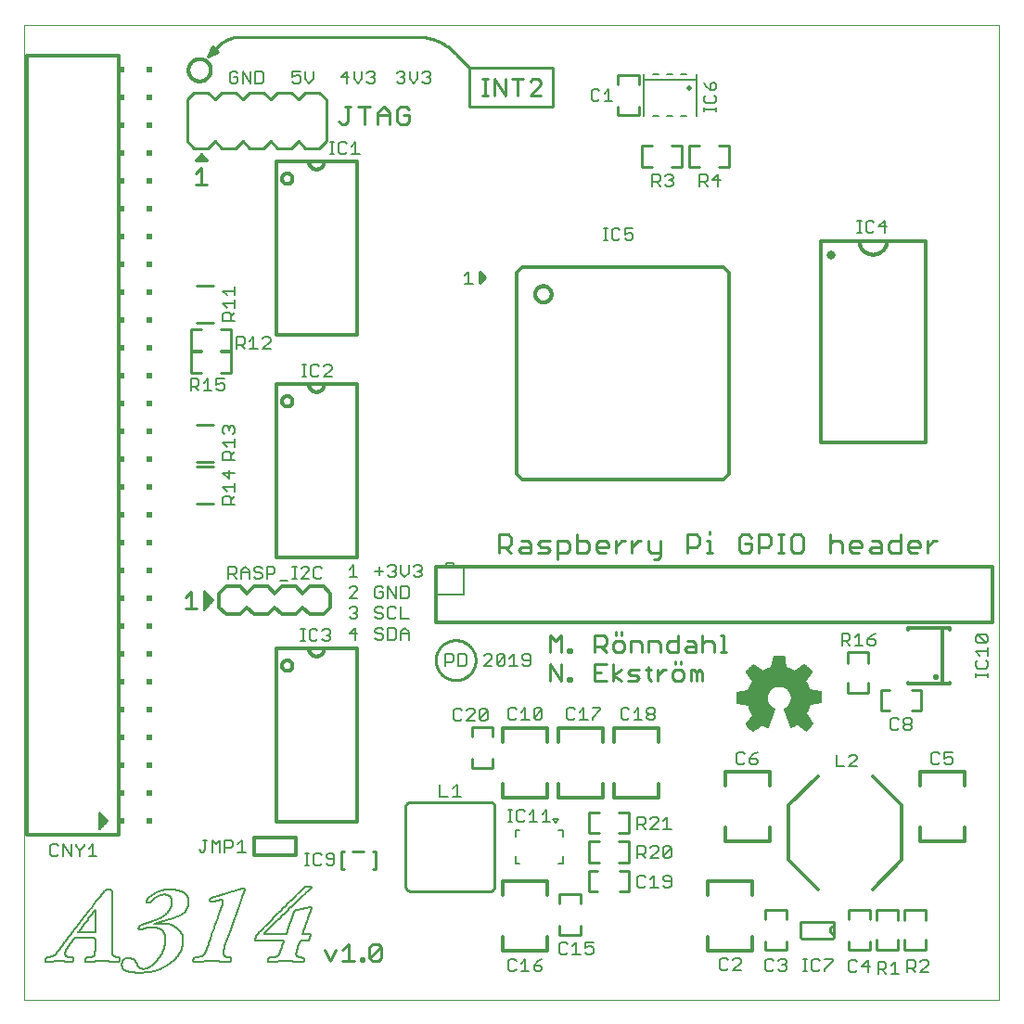
<source format=gto>
G75*
%MOIN*%
%OFA0B0*%
%FSLAX25Y25*%
%IPPOS*%
%LPD*%
%AMOC8*
5,1,8,0,0,1.08239X$1,22.5*
%
%ADD10C,0.00000*%
%ADD11C,0.00700*%
%ADD12C,0.01000*%
%ADD13C,0.00900*%
%ADD14C,0.01200*%
%ADD15C,0.00500*%
%ADD16R,0.02000X0.02000*%
%ADD17C,0.00800*%
%ADD18C,0.02000*%
%ADD19C,0.03162*%
%ADD20C,0.00600*%
%ADD21C,0.01100*%
%ADD22C,0.00787*%
%ADD23C,0.02236*%
%ADD24C,0.00200*%
D10*
X0005000Y0005000D02*
X0060118Y0005000D01*
X0355394Y0005000D01*
X0355394Y0355394D01*
X0060118Y0355394D01*
X0005000Y0355394D01*
X0005000Y0005000D01*
D11*
X0015067Y0056523D02*
X0016502Y0056523D01*
X0017219Y0057241D01*
X0018954Y0056523D02*
X0018954Y0060827D01*
X0021823Y0056523D01*
X0021823Y0060827D01*
X0023558Y0060827D02*
X0023558Y0060110D01*
X0024992Y0058675D01*
X0024992Y0056523D01*
X0024992Y0058675D02*
X0026427Y0060110D01*
X0026427Y0060827D01*
X0028162Y0059392D02*
X0029596Y0060827D01*
X0029596Y0056523D01*
X0028162Y0056523D02*
X0031031Y0056523D01*
X0017219Y0060110D02*
X0016502Y0060827D01*
X0015067Y0060827D01*
X0014350Y0060110D01*
X0014350Y0057241D01*
X0015067Y0056523D01*
X0067850Y0058760D02*
X0068567Y0058043D01*
X0069285Y0058043D01*
X0070002Y0058760D01*
X0070002Y0062347D01*
X0069285Y0062347D02*
X0070719Y0062347D01*
X0072454Y0062347D02*
X0073888Y0060912D01*
X0075323Y0062347D01*
X0075323Y0058043D01*
X0077058Y0058043D02*
X0077058Y0062347D01*
X0079210Y0062347D01*
X0079927Y0061629D01*
X0079927Y0060195D01*
X0079210Y0059477D01*
X0077058Y0059477D01*
X0081662Y0058043D02*
X0084531Y0058043D01*
X0083096Y0058043D02*
X0083096Y0062347D01*
X0081662Y0060912D01*
X0072454Y0062347D02*
X0072454Y0058043D01*
X0105850Y0057654D02*
X0107285Y0057654D01*
X0106567Y0057654D02*
X0106567Y0053350D01*
X0105850Y0053350D02*
X0107285Y0053350D01*
X0108919Y0054067D02*
X0108919Y0056936D01*
X0109637Y0057654D01*
X0111071Y0057654D01*
X0111788Y0056936D01*
X0113523Y0056936D02*
X0113523Y0056219D01*
X0114240Y0055502D01*
X0116392Y0055502D01*
X0116392Y0056936D02*
X0115675Y0057654D01*
X0114240Y0057654D01*
X0113523Y0056936D01*
X0113523Y0054067D02*
X0114240Y0053350D01*
X0115675Y0053350D01*
X0116392Y0054067D01*
X0116392Y0056936D01*
X0111788Y0054067D02*
X0111071Y0053350D01*
X0109637Y0053350D01*
X0108919Y0054067D01*
X0154404Y0078067D02*
X0157273Y0078067D01*
X0159007Y0078067D02*
X0161877Y0078067D01*
X0160442Y0078067D02*
X0160442Y0082370D01*
X0159007Y0080936D01*
X0154404Y0082370D02*
X0154404Y0078067D01*
X0178850Y0073154D02*
X0180285Y0073154D01*
X0179567Y0073154D02*
X0179567Y0068850D01*
X0178850Y0068850D02*
X0180285Y0068850D01*
X0181919Y0069567D02*
X0182637Y0068850D01*
X0184071Y0068850D01*
X0184788Y0069567D01*
X0186523Y0068850D02*
X0189392Y0068850D01*
X0187958Y0068850D02*
X0187958Y0073154D01*
X0186523Y0071719D01*
X0184788Y0072436D02*
X0184071Y0073154D01*
X0182637Y0073154D01*
X0181919Y0072436D01*
X0181919Y0069567D01*
X0191127Y0068850D02*
X0193996Y0068850D01*
X0192562Y0068850D02*
X0192562Y0073154D01*
X0191127Y0071719D01*
X0225350Y0070654D02*
X0225350Y0066350D01*
X0225350Y0067785D02*
X0227502Y0067785D01*
X0228219Y0068502D01*
X0228219Y0069936D01*
X0227502Y0070654D01*
X0225350Y0070654D01*
X0226785Y0067785D02*
X0228219Y0066350D01*
X0229954Y0066350D02*
X0232823Y0069219D01*
X0232823Y0069936D01*
X0232106Y0070654D01*
X0230671Y0070654D01*
X0229954Y0069936D01*
X0229954Y0066350D02*
X0232823Y0066350D01*
X0234558Y0066350D02*
X0237427Y0066350D01*
X0235992Y0066350D02*
X0235992Y0070654D01*
X0234558Y0069219D01*
X0235275Y0060154D02*
X0236710Y0060154D01*
X0237427Y0059436D01*
X0234558Y0056567D01*
X0235275Y0055850D01*
X0236710Y0055850D01*
X0237427Y0056567D01*
X0237427Y0059436D01*
X0235275Y0060154D02*
X0234558Y0059436D01*
X0234558Y0056567D01*
X0232823Y0055850D02*
X0229954Y0055850D01*
X0232823Y0058719D01*
X0232823Y0059436D01*
X0232106Y0060154D01*
X0230671Y0060154D01*
X0229954Y0059436D01*
X0228219Y0059436D02*
X0228219Y0058002D01*
X0227502Y0057285D01*
X0225350Y0057285D01*
X0226785Y0057285D02*
X0228219Y0055850D01*
X0225350Y0055850D02*
X0225350Y0060154D01*
X0227502Y0060154D01*
X0228219Y0059436D01*
X0227502Y0049654D02*
X0226067Y0049654D01*
X0225350Y0048936D01*
X0225350Y0046067D01*
X0226067Y0045350D01*
X0227502Y0045350D01*
X0228219Y0046067D01*
X0229954Y0045350D02*
X0232823Y0045350D01*
X0231388Y0045350D02*
X0231388Y0049654D01*
X0229954Y0048219D01*
X0228219Y0048936D02*
X0227502Y0049654D01*
X0234558Y0048936D02*
X0234558Y0048219D01*
X0235275Y0047502D01*
X0237427Y0047502D01*
X0237427Y0048936D02*
X0237427Y0046067D01*
X0236710Y0045350D01*
X0235275Y0045350D01*
X0234558Y0046067D01*
X0234558Y0048936D02*
X0235275Y0049654D01*
X0236710Y0049654D01*
X0237427Y0048936D01*
X0209427Y0025654D02*
X0206558Y0025654D01*
X0206558Y0023502D01*
X0207992Y0024219D01*
X0208710Y0024219D01*
X0209427Y0023502D01*
X0209427Y0022067D01*
X0208710Y0021350D01*
X0207275Y0021350D01*
X0206558Y0022067D01*
X0204823Y0021350D02*
X0201954Y0021350D01*
X0203388Y0021350D02*
X0203388Y0025654D01*
X0201954Y0024219D01*
X0200219Y0024936D02*
X0199502Y0025654D01*
X0198067Y0025654D01*
X0197350Y0024936D01*
X0197350Y0022067D01*
X0198067Y0021350D01*
X0199502Y0021350D01*
X0200219Y0022067D01*
X0190973Y0019477D02*
X0189539Y0018759D01*
X0188104Y0017325D01*
X0190256Y0017325D01*
X0190973Y0016607D01*
X0190973Y0015890D01*
X0190256Y0015173D01*
X0188822Y0015173D01*
X0188104Y0015890D01*
X0188104Y0017325D01*
X0186370Y0015173D02*
X0183500Y0015173D01*
X0184935Y0015173D02*
X0184935Y0019477D01*
X0183500Y0018042D01*
X0181766Y0018759D02*
X0181048Y0019477D01*
X0179614Y0019477D01*
X0178896Y0018759D01*
X0178896Y0015890D01*
X0179614Y0015173D01*
X0181048Y0015173D01*
X0181766Y0015890D01*
X0254992Y0016244D02*
X0255709Y0015527D01*
X0257144Y0015527D01*
X0257861Y0016244D01*
X0259596Y0015527D02*
X0262465Y0018396D01*
X0262465Y0019114D01*
X0261747Y0019831D01*
X0260313Y0019831D01*
X0259596Y0019114D01*
X0257861Y0019114D02*
X0257144Y0019831D01*
X0255709Y0019831D01*
X0254992Y0019114D01*
X0254992Y0016244D01*
X0259596Y0015527D02*
X0262465Y0015527D01*
X0271350Y0016067D02*
X0272067Y0015350D01*
X0273502Y0015350D01*
X0274219Y0016067D01*
X0275954Y0016067D02*
X0276671Y0015350D01*
X0278106Y0015350D01*
X0278823Y0016067D01*
X0278823Y0016785D01*
X0278106Y0017502D01*
X0277388Y0017502D01*
X0278106Y0017502D02*
X0278823Y0018219D01*
X0278823Y0018936D01*
X0278106Y0019654D01*
X0276671Y0019654D01*
X0275954Y0018936D01*
X0274219Y0018936D02*
X0273502Y0019654D01*
X0272067Y0019654D01*
X0271350Y0018936D01*
X0271350Y0016067D01*
X0284913Y0015224D02*
X0286348Y0015224D01*
X0285630Y0015224D02*
X0285630Y0019528D01*
X0284913Y0019528D02*
X0286348Y0019528D01*
X0287982Y0018810D02*
X0287982Y0015941D01*
X0288700Y0015224D01*
X0290134Y0015224D01*
X0290851Y0015941D01*
X0292586Y0015941D02*
X0295455Y0018810D01*
X0295455Y0019528D01*
X0292586Y0019528D01*
X0290851Y0018810D02*
X0290134Y0019528D01*
X0288700Y0019528D01*
X0287982Y0018810D01*
X0292586Y0015941D02*
X0292586Y0015224D01*
X0301350Y0015567D02*
X0301350Y0018436D01*
X0302067Y0019154D01*
X0303502Y0019154D01*
X0304219Y0018436D01*
X0305954Y0017002D02*
X0308823Y0017002D01*
X0308106Y0019154D02*
X0305954Y0017002D01*
X0304219Y0015567D02*
X0303502Y0014850D01*
X0302067Y0014850D01*
X0301350Y0015567D01*
X0308106Y0014850D02*
X0308106Y0019154D01*
X0311850Y0018654D02*
X0314002Y0018654D01*
X0314719Y0017936D01*
X0314719Y0016502D01*
X0314002Y0015785D01*
X0311850Y0015785D01*
X0313285Y0015785D02*
X0314719Y0014350D01*
X0316454Y0014350D02*
X0319323Y0014350D01*
X0317888Y0014350D02*
X0317888Y0018654D01*
X0316454Y0017219D01*
X0311850Y0018654D02*
X0311850Y0014350D01*
X0322350Y0014850D02*
X0322350Y0019154D01*
X0324502Y0019154D01*
X0325219Y0018436D01*
X0325219Y0017002D01*
X0324502Y0016285D01*
X0322350Y0016285D01*
X0323785Y0016285D02*
X0325219Y0014850D01*
X0326954Y0014850D02*
X0329823Y0017719D01*
X0329823Y0018436D01*
X0329106Y0019154D01*
X0327671Y0019154D01*
X0326954Y0018436D01*
X0326954Y0014850D02*
X0329823Y0014850D01*
X0331709Y0089527D02*
X0333144Y0089527D01*
X0333861Y0090244D01*
X0335596Y0090244D02*
X0336313Y0089527D01*
X0337747Y0089527D01*
X0338465Y0090244D01*
X0338465Y0091679D01*
X0337747Y0092396D01*
X0337030Y0092396D01*
X0335596Y0091679D01*
X0335596Y0093831D01*
X0338465Y0093831D01*
X0333861Y0093114D02*
X0333144Y0093831D01*
X0331709Y0093831D01*
X0330992Y0093114D01*
X0330992Y0090244D01*
X0331709Y0089527D01*
X0323106Y0101850D02*
X0321671Y0101850D01*
X0320954Y0102567D01*
X0320954Y0103285D01*
X0321671Y0104002D01*
X0323106Y0104002D01*
X0323823Y0103285D01*
X0323823Y0102567D01*
X0323106Y0101850D01*
X0323106Y0104002D02*
X0323823Y0104719D01*
X0323823Y0105436D01*
X0323106Y0106154D01*
X0321671Y0106154D01*
X0320954Y0105436D01*
X0320954Y0104719D01*
X0321671Y0104002D01*
X0319219Y0105436D02*
X0318502Y0106154D01*
X0317067Y0106154D01*
X0316350Y0105436D01*
X0316350Y0102567D01*
X0317067Y0101850D01*
X0318502Y0101850D01*
X0319219Y0102567D01*
X0304250Y0092336D02*
X0304250Y0091619D01*
X0301381Y0088750D01*
X0304250Y0088750D01*
X0304250Y0092336D02*
X0303533Y0093054D01*
X0302098Y0093054D01*
X0301381Y0092336D01*
X0299646Y0088750D02*
X0296777Y0088750D01*
X0296777Y0093054D01*
X0268465Y0093831D02*
X0267030Y0093114D01*
X0265596Y0091679D01*
X0267747Y0091679D01*
X0268465Y0090962D01*
X0268465Y0090244D01*
X0267747Y0089527D01*
X0266313Y0089527D01*
X0265596Y0090244D01*
X0265596Y0091679D01*
X0263861Y0090244D02*
X0263144Y0089527D01*
X0261709Y0089527D01*
X0260992Y0090244D01*
X0260992Y0093114D01*
X0261709Y0093831D01*
X0263144Y0093831D01*
X0263861Y0093114D01*
X0231569Y0106244D02*
X0231569Y0106962D01*
X0230851Y0107679D01*
X0229417Y0107679D01*
X0228700Y0108396D01*
X0228700Y0109114D01*
X0229417Y0109831D01*
X0230851Y0109831D01*
X0231569Y0109114D01*
X0231569Y0108396D01*
X0230851Y0107679D01*
X0229417Y0107679D02*
X0228700Y0106962D01*
X0228700Y0106244D01*
X0229417Y0105527D01*
X0230851Y0105527D01*
X0231569Y0106244D01*
X0226965Y0105527D02*
X0224096Y0105527D01*
X0225530Y0105527D02*
X0225530Y0109831D01*
X0224096Y0108396D01*
X0222361Y0109114D02*
X0221644Y0109831D01*
X0220209Y0109831D01*
X0219492Y0109114D01*
X0219492Y0106244D01*
X0220209Y0105527D01*
X0221644Y0105527D01*
X0222361Y0106244D01*
X0212069Y0109114D02*
X0209200Y0106244D01*
X0209200Y0105527D01*
X0207465Y0105527D02*
X0204596Y0105527D01*
X0206030Y0105527D02*
X0206030Y0109831D01*
X0204596Y0108396D01*
X0202861Y0109114D02*
X0202144Y0109831D01*
X0200709Y0109831D01*
X0199992Y0109114D01*
X0199992Y0106244D01*
X0200709Y0105527D01*
X0202144Y0105527D01*
X0202861Y0106244D01*
X0209200Y0109831D02*
X0212069Y0109831D01*
X0212069Y0109114D01*
X0191069Y0109114D02*
X0191069Y0106244D01*
X0190351Y0105527D01*
X0188917Y0105527D01*
X0188200Y0106244D01*
X0191069Y0109114D01*
X0190351Y0109831D01*
X0188917Y0109831D01*
X0188200Y0109114D01*
X0188200Y0106244D01*
X0186465Y0105527D02*
X0183596Y0105527D01*
X0185030Y0105527D02*
X0185030Y0109831D01*
X0183596Y0108396D01*
X0181861Y0109114D02*
X0181144Y0109831D01*
X0179709Y0109831D01*
X0178992Y0109114D01*
X0178992Y0106244D01*
X0179709Y0105527D01*
X0181144Y0105527D01*
X0181861Y0106244D01*
X0171427Y0106067D02*
X0171427Y0108936D01*
X0168558Y0106067D01*
X0169275Y0105350D01*
X0170710Y0105350D01*
X0171427Y0106067D01*
X0168558Y0106067D02*
X0168558Y0108936D01*
X0169275Y0109654D01*
X0170710Y0109654D01*
X0171427Y0108936D01*
X0166823Y0108936D02*
X0166106Y0109654D01*
X0164671Y0109654D01*
X0163954Y0108936D01*
X0162219Y0108936D02*
X0161502Y0109654D01*
X0160067Y0109654D01*
X0159350Y0108936D01*
X0159350Y0106067D01*
X0160067Y0105350D01*
X0161502Y0105350D01*
X0162219Y0106067D01*
X0163954Y0105350D02*
X0166823Y0108219D01*
X0166823Y0108936D01*
X0166823Y0105350D02*
X0163954Y0105350D01*
X0163106Y0124850D02*
X0160954Y0124850D01*
X0160954Y0129154D01*
X0163106Y0129154D01*
X0163823Y0128436D01*
X0163823Y0125567D01*
X0163106Y0124850D01*
X0159219Y0127002D02*
X0159219Y0128436D01*
X0158502Y0129154D01*
X0156350Y0129154D01*
X0156350Y0124850D01*
X0156350Y0126285D02*
X0158502Y0126285D01*
X0159219Y0127002D01*
X0170162Y0128436D02*
X0170879Y0129154D01*
X0172314Y0129154D01*
X0173031Y0128436D01*
X0173031Y0127719D01*
X0170162Y0124850D01*
X0173031Y0124850D01*
X0174766Y0125567D02*
X0177635Y0128436D01*
X0177635Y0125567D01*
X0176918Y0124850D01*
X0175483Y0124850D01*
X0174766Y0125567D01*
X0174766Y0128436D01*
X0175483Y0129154D01*
X0176918Y0129154D01*
X0177635Y0128436D01*
X0179370Y0127719D02*
X0180804Y0129154D01*
X0180804Y0124850D01*
X0179370Y0124850D02*
X0182239Y0124850D01*
X0183974Y0125567D02*
X0184691Y0124850D01*
X0186125Y0124850D01*
X0186843Y0125567D01*
X0186843Y0128436D01*
X0186125Y0129154D01*
X0184691Y0129154D01*
X0183974Y0128436D01*
X0183974Y0127719D01*
X0184691Y0127002D01*
X0186843Y0127002D01*
X0143135Y0134350D02*
X0143135Y0137219D01*
X0141700Y0138654D01*
X0140266Y0137219D01*
X0140266Y0134350D01*
X0138531Y0135067D02*
X0138531Y0137936D01*
X0137814Y0138654D01*
X0135662Y0138654D01*
X0135662Y0134350D01*
X0137814Y0134350D01*
X0138531Y0135067D01*
X0140266Y0136502D02*
X0143135Y0136502D01*
X0143135Y0141850D02*
X0140266Y0141850D01*
X0140266Y0146154D01*
X0138531Y0145436D02*
X0137814Y0146154D01*
X0136379Y0146154D01*
X0135662Y0145436D01*
X0135662Y0142567D01*
X0136379Y0141850D01*
X0137814Y0141850D01*
X0138531Y0142567D01*
X0133927Y0142567D02*
X0133927Y0143285D01*
X0133210Y0144002D01*
X0131775Y0144002D01*
X0131058Y0144719D01*
X0131058Y0145436D01*
X0131775Y0146154D01*
X0133210Y0146154D01*
X0133927Y0145436D01*
X0133927Y0142567D02*
X0133210Y0141850D01*
X0131775Y0141850D01*
X0131058Y0142567D01*
X0131775Y0138654D02*
X0131058Y0137936D01*
X0131058Y0137219D01*
X0131775Y0136502D01*
X0133210Y0136502D01*
X0133927Y0135785D01*
X0133927Y0135067D01*
X0133210Y0134350D01*
X0131775Y0134350D01*
X0131058Y0135067D01*
X0131775Y0138654D02*
X0133210Y0138654D01*
X0133927Y0137936D01*
X0124719Y0136502D02*
X0121850Y0136502D01*
X0124002Y0138654D01*
X0124002Y0134350D01*
X0124002Y0141850D02*
X0122567Y0141850D01*
X0121850Y0142567D01*
X0123285Y0144002D02*
X0124002Y0144002D01*
X0124719Y0143285D01*
X0124719Y0142567D01*
X0124002Y0141850D01*
X0124002Y0144002D02*
X0124719Y0144719D01*
X0124719Y0145436D01*
X0124002Y0146154D01*
X0122567Y0146154D01*
X0121850Y0145436D01*
X0121850Y0149350D02*
X0124719Y0152219D01*
X0124719Y0152936D01*
X0124002Y0153654D01*
X0122567Y0153654D01*
X0121850Y0152936D01*
X0121850Y0149350D02*
X0124719Y0149350D01*
X0131058Y0150067D02*
X0131058Y0152936D01*
X0131775Y0153654D01*
X0133210Y0153654D01*
X0133927Y0152936D01*
X0133927Y0151502D02*
X0132492Y0151502D01*
X0133927Y0151502D02*
X0133927Y0150067D01*
X0133210Y0149350D01*
X0131775Y0149350D01*
X0131058Y0150067D01*
X0135662Y0149350D02*
X0135662Y0153654D01*
X0138531Y0149350D01*
X0138531Y0153654D01*
X0140266Y0153654D02*
X0142418Y0153654D01*
X0143135Y0152936D01*
X0143135Y0150067D01*
X0142418Y0149350D01*
X0140266Y0149350D01*
X0140266Y0153654D01*
X0141700Y0156850D02*
X0143135Y0158285D01*
X0143135Y0161154D01*
X0144870Y0160436D02*
X0145587Y0161154D01*
X0147021Y0161154D01*
X0147739Y0160436D01*
X0147739Y0159719D01*
X0147021Y0159002D01*
X0147739Y0158285D01*
X0147739Y0157567D01*
X0147021Y0156850D01*
X0145587Y0156850D01*
X0144870Y0157567D01*
X0146304Y0159002D02*
X0147021Y0159002D01*
X0141700Y0156850D02*
X0140266Y0158285D01*
X0140266Y0161154D01*
X0138531Y0160436D02*
X0138531Y0159719D01*
X0137814Y0159002D01*
X0138531Y0158285D01*
X0138531Y0157567D01*
X0137814Y0156850D01*
X0136379Y0156850D01*
X0135662Y0157567D01*
X0137096Y0159002D02*
X0137814Y0159002D01*
X0138531Y0160436D02*
X0137814Y0161154D01*
X0136379Y0161154D01*
X0135662Y0160436D01*
X0133927Y0159002D02*
X0131058Y0159002D01*
X0132492Y0160436D02*
X0132492Y0157567D01*
X0124719Y0156850D02*
X0121850Y0156850D01*
X0123285Y0156850D02*
X0123285Y0161154D01*
X0121850Y0159719D01*
X0111912Y0159936D02*
X0111195Y0160654D01*
X0109760Y0160654D01*
X0109043Y0159936D01*
X0109043Y0157067D01*
X0109760Y0156350D01*
X0111195Y0156350D01*
X0111912Y0157067D01*
X0107308Y0156350D02*
X0104439Y0156350D01*
X0107308Y0159219D01*
X0107308Y0159936D01*
X0106591Y0160654D01*
X0105156Y0160654D01*
X0104439Y0159936D01*
X0102804Y0160654D02*
X0101370Y0160654D01*
X0102087Y0160654D02*
X0102087Y0156350D01*
X0101370Y0156350D02*
X0102804Y0156350D01*
X0099635Y0155633D02*
X0096766Y0155633D01*
X0094314Y0157785D02*
X0092162Y0157785D01*
X0092162Y0156350D02*
X0092162Y0160654D01*
X0094314Y0160654D01*
X0095031Y0159936D01*
X0095031Y0158502D01*
X0094314Y0157785D01*
X0090427Y0157785D02*
X0090427Y0157067D01*
X0089710Y0156350D01*
X0088275Y0156350D01*
X0087558Y0157067D01*
X0088275Y0158502D02*
X0087558Y0159219D01*
X0087558Y0159936D01*
X0088275Y0160654D01*
X0089710Y0160654D01*
X0090427Y0159936D01*
X0089710Y0158502D02*
X0090427Y0157785D01*
X0089710Y0158502D02*
X0088275Y0158502D01*
X0085823Y0158502D02*
X0082954Y0158502D01*
X0082954Y0159219D02*
X0084388Y0160654D01*
X0085823Y0159219D01*
X0085823Y0156350D01*
X0082954Y0156350D02*
X0082954Y0159219D01*
X0081219Y0158502D02*
X0080502Y0157785D01*
X0078350Y0157785D01*
X0079785Y0157785D02*
X0081219Y0156350D01*
X0081219Y0158502D02*
X0081219Y0159936D01*
X0080502Y0160654D01*
X0078350Y0160654D01*
X0078350Y0156350D01*
X0104366Y0138138D02*
X0105800Y0138138D01*
X0105083Y0138138D02*
X0105083Y0133834D01*
X0104366Y0133834D02*
X0105800Y0133834D01*
X0107435Y0134552D02*
X0108152Y0133834D01*
X0109587Y0133834D01*
X0110304Y0134552D01*
X0112039Y0134552D02*
X0112756Y0133834D01*
X0114191Y0133834D01*
X0114908Y0134552D01*
X0114908Y0135269D01*
X0114191Y0135986D01*
X0113473Y0135986D01*
X0114191Y0135986D02*
X0114908Y0136703D01*
X0114908Y0137421D01*
X0114191Y0138138D01*
X0112756Y0138138D01*
X0112039Y0137421D01*
X0110304Y0137421D02*
X0109587Y0138138D01*
X0108152Y0138138D01*
X0107435Y0137421D01*
X0107435Y0134552D01*
X0080650Y0183038D02*
X0076346Y0183038D01*
X0076346Y0185190D01*
X0077064Y0185907D01*
X0078498Y0185907D01*
X0079215Y0185190D01*
X0079215Y0183038D01*
X0079215Y0184473D02*
X0080650Y0185907D01*
X0080650Y0187642D02*
X0080650Y0190511D01*
X0080650Y0189077D02*
X0076346Y0189077D01*
X0077781Y0187642D01*
X0078498Y0192246D02*
X0078498Y0195115D01*
X0076346Y0194398D02*
X0078498Y0192246D01*
X0080650Y0194398D02*
X0076346Y0194398D01*
X0076346Y0199038D02*
X0076346Y0201190D01*
X0077064Y0201907D01*
X0078498Y0201907D01*
X0079215Y0201190D01*
X0079215Y0199038D01*
X0079215Y0200473D02*
X0080650Y0201907D01*
X0080650Y0203642D02*
X0080650Y0206511D01*
X0080650Y0205077D02*
X0076346Y0205077D01*
X0077781Y0203642D01*
X0077064Y0208246D02*
X0076346Y0208963D01*
X0076346Y0210398D01*
X0077064Y0211115D01*
X0077781Y0211115D01*
X0078498Y0210398D01*
X0079215Y0211115D01*
X0079933Y0211115D01*
X0080650Y0210398D01*
X0080650Y0208963D01*
X0079933Y0208246D01*
X0078498Y0209681D02*
X0078498Y0210398D01*
X0080650Y0199038D02*
X0076346Y0199038D01*
X0076210Y0223850D02*
X0074775Y0223850D01*
X0074058Y0224567D01*
X0074058Y0226002D02*
X0075492Y0226719D01*
X0076210Y0226719D01*
X0076927Y0226002D01*
X0076927Y0224567D01*
X0076210Y0223850D01*
X0074058Y0226002D02*
X0074058Y0228154D01*
X0076927Y0228154D01*
X0070888Y0228154D02*
X0070888Y0223850D01*
X0069454Y0223850D02*
X0072323Y0223850D01*
X0069454Y0226719D02*
X0070888Y0228154D01*
X0067719Y0227436D02*
X0067719Y0226002D01*
X0067002Y0225285D01*
X0064850Y0225285D01*
X0066285Y0225285D02*
X0067719Y0223850D01*
X0064850Y0223850D02*
X0064850Y0228154D01*
X0067002Y0228154D01*
X0067719Y0227436D01*
X0081350Y0238850D02*
X0081350Y0243154D01*
X0083502Y0243154D01*
X0084219Y0242436D01*
X0084219Y0241002D01*
X0083502Y0240285D01*
X0081350Y0240285D01*
X0082785Y0240285D02*
X0084219Y0238850D01*
X0085954Y0238850D02*
X0088823Y0238850D01*
X0087388Y0238850D02*
X0087388Y0243154D01*
X0085954Y0241719D01*
X0090558Y0242436D02*
X0091275Y0243154D01*
X0092710Y0243154D01*
X0093427Y0242436D01*
X0093427Y0241719D01*
X0090558Y0238850D01*
X0093427Y0238850D01*
X0104866Y0233138D02*
X0106300Y0233138D01*
X0105583Y0233138D02*
X0105583Y0228834D01*
X0104866Y0228834D02*
X0106300Y0228834D01*
X0107935Y0229552D02*
X0108652Y0228834D01*
X0110087Y0228834D01*
X0110804Y0229552D01*
X0112539Y0228834D02*
X0115408Y0231703D01*
X0115408Y0232421D01*
X0114691Y0233138D01*
X0113256Y0233138D01*
X0112539Y0232421D01*
X0110804Y0232421D02*
X0110087Y0233138D01*
X0108652Y0233138D01*
X0107935Y0232421D01*
X0107935Y0229552D01*
X0112539Y0228834D02*
X0115408Y0228834D01*
X0080650Y0249038D02*
X0076346Y0249038D01*
X0076346Y0251190D01*
X0077064Y0251907D01*
X0078498Y0251907D01*
X0079215Y0251190D01*
X0079215Y0249038D01*
X0079215Y0250473D02*
X0080650Y0251907D01*
X0080650Y0253642D02*
X0080650Y0256511D01*
X0080650Y0255077D02*
X0076346Y0255077D01*
X0077781Y0253642D01*
X0077781Y0258246D02*
X0076346Y0259681D01*
X0080650Y0259681D01*
X0080650Y0261115D02*
X0080650Y0258246D01*
X0163246Y0262350D02*
X0166115Y0262350D01*
X0164681Y0262350D02*
X0164681Y0266654D01*
X0163246Y0265219D01*
X0213073Y0277850D02*
X0214507Y0277850D01*
X0213790Y0277850D02*
X0213790Y0282154D01*
X0213073Y0282154D02*
X0214507Y0282154D01*
X0216142Y0281436D02*
X0216142Y0278567D01*
X0216859Y0277850D01*
X0218294Y0277850D01*
X0219011Y0278567D01*
X0220746Y0278567D02*
X0221463Y0277850D01*
X0222898Y0277850D01*
X0223615Y0278567D01*
X0223615Y0280002D01*
X0222898Y0280719D01*
X0222181Y0280719D01*
X0220746Y0280002D01*
X0220746Y0282154D01*
X0223615Y0282154D01*
X0219011Y0281436D02*
X0218294Y0282154D01*
X0216859Y0282154D01*
X0216142Y0281436D01*
X0230642Y0297350D02*
X0230642Y0301654D01*
X0232794Y0301654D01*
X0233511Y0300936D01*
X0233511Y0299502D01*
X0232794Y0298785D01*
X0230642Y0298785D01*
X0232077Y0298785D02*
X0233511Y0297350D01*
X0235246Y0298067D02*
X0235963Y0297350D01*
X0237398Y0297350D01*
X0238115Y0298067D01*
X0238115Y0298785D01*
X0237398Y0299502D01*
X0236681Y0299502D01*
X0237398Y0299502D02*
X0238115Y0300219D01*
X0238115Y0300936D01*
X0237398Y0301654D01*
X0235963Y0301654D01*
X0235246Y0300936D01*
X0247642Y0301654D02*
X0247642Y0297350D01*
X0247642Y0298785D02*
X0249794Y0298785D01*
X0250511Y0299502D01*
X0250511Y0300936D01*
X0249794Y0301654D01*
X0247642Y0301654D01*
X0249077Y0298785D02*
X0250511Y0297350D01*
X0252246Y0299502D02*
X0254398Y0301654D01*
X0254398Y0297350D01*
X0255115Y0299502D02*
X0252246Y0299502D01*
X0253650Y0324073D02*
X0253650Y0325507D01*
X0253650Y0324790D02*
X0249346Y0324790D01*
X0249346Y0324073D02*
X0249346Y0325507D01*
X0250064Y0327142D02*
X0252933Y0327142D01*
X0253650Y0327859D01*
X0253650Y0329294D01*
X0252933Y0330011D01*
X0252933Y0331746D02*
X0253650Y0332463D01*
X0253650Y0333898D01*
X0252933Y0334615D01*
X0252215Y0334615D01*
X0251498Y0333898D01*
X0251498Y0331746D01*
X0252933Y0331746D01*
X0251498Y0331746D02*
X0250064Y0333181D01*
X0249346Y0334615D01*
X0250064Y0330011D02*
X0249346Y0329294D01*
X0249346Y0327859D01*
X0250064Y0327142D01*
X0216323Y0327850D02*
X0213454Y0327850D01*
X0214888Y0327850D02*
X0214888Y0332154D01*
X0213454Y0330719D01*
X0211719Y0331436D02*
X0211002Y0332154D01*
X0209567Y0332154D01*
X0208850Y0331436D01*
X0208850Y0328567D01*
X0209567Y0327850D01*
X0211002Y0327850D01*
X0211719Y0328567D01*
X0150927Y0335067D02*
X0150210Y0334350D01*
X0148775Y0334350D01*
X0148058Y0335067D01*
X0146323Y0335785D02*
X0146323Y0338654D01*
X0148058Y0337936D02*
X0148775Y0338654D01*
X0150210Y0338654D01*
X0150927Y0337936D01*
X0150927Y0337219D01*
X0150210Y0336502D01*
X0150927Y0335785D01*
X0150927Y0335067D01*
X0150210Y0336502D02*
X0149492Y0336502D01*
X0146323Y0335785D02*
X0144888Y0334350D01*
X0143454Y0335785D01*
X0143454Y0338654D01*
X0141719Y0337936D02*
X0141719Y0337219D01*
X0141002Y0336502D01*
X0141719Y0335785D01*
X0141719Y0335067D01*
X0141002Y0334350D01*
X0139567Y0334350D01*
X0138850Y0335067D01*
X0140285Y0336502D02*
X0141002Y0336502D01*
X0141719Y0337936D02*
X0141002Y0338654D01*
X0139567Y0338654D01*
X0138850Y0337936D01*
X0130927Y0337936D02*
X0130927Y0337219D01*
X0130210Y0336502D01*
X0130927Y0335785D01*
X0130927Y0335067D01*
X0130210Y0334350D01*
X0128775Y0334350D01*
X0128058Y0335067D01*
X0126323Y0335785D02*
X0126323Y0338654D01*
X0128058Y0337936D02*
X0128775Y0338654D01*
X0130210Y0338654D01*
X0130927Y0337936D01*
X0130210Y0336502D02*
X0129492Y0336502D01*
X0126323Y0335785D02*
X0124888Y0334350D01*
X0123454Y0335785D01*
X0123454Y0338654D01*
X0121002Y0338654D02*
X0118850Y0336502D01*
X0121719Y0336502D01*
X0121002Y0334350D02*
X0121002Y0338654D01*
X0108823Y0338654D02*
X0108823Y0335785D01*
X0107388Y0334350D01*
X0105954Y0335785D01*
X0105954Y0338654D01*
X0104219Y0338654D02*
X0101350Y0338654D01*
X0101350Y0336502D01*
X0102785Y0337219D01*
X0103502Y0337219D01*
X0104219Y0336502D01*
X0104219Y0335067D01*
X0103502Y0334350D01*
X0102067Y0334350D01*
X0101350Y0335067D01*
X0090927Y0335067D02*
X0090927Y0337936D01*
X0090210Y0338654D01*
X0088058Y0338654D01*
X0088058Y0334350D01*
X0090210Y0334350D01*
X0090927Y0335067D01*
X0086323Y0334350D02*
X0086323Y0338654D01*
X0083454Y0338654D02*
X0086323Y0334350D01*
X0083454Y0334350D02*
X0083454Y0338654D01*
X0081719Y0337936D02*
X0081002Y0338654D01*
X0079567Y0338654D01*
X0078850Y0337936D01*
X0078850Y0335067D01*
X0079567Y0334350D01*
X0081002Y0334350D01*
X0081719Y0335067D01*
X0081719Y0336502D01*
X0080285Y0336502D01*
X0114866Y0313138D02*
X0116300Y0313138D01*
X0115583Y0313138D02*
X0115583Y0308834D01*
X0114866Y0308834D02*
X0116300Y0308834D01*
X0117935Y0309552D02*
X0118652Y0308834D01*
X0120087Y0308834D01*
X0120804Y0309552D01*
X0122539Y0308834D02*
X0125408Y0308834D01*
X0123973Y0308834D02*
X0123973Y0313138D01*
X0122539Y0311703D01*
X0120804Y0312421D02*
X0120087Y0313138D01*
X0118652Y0313138D01*
X0117935Y0312421D01*
X0117935Y0309552D01*
X0298850Y0136654D02*
X0301002Y0136654D01*
X0301719Y0135936D01*
X0301719Y0134502D01*
X0301002Y0133785D01*
X0298850Y0133785D01*
X0300285Y0133785D02*
X0301719Y0132350D01*
X0303454Y0132350D02*
X0306323Y0132350D01*
X0304888Y0132350D02*
X0304888Y0136654D01*
X0303454Y0135219D01*
X0308058Y0134502D02*
X0309492Y0135936D01*
X0310927Y0136654D01*
X0310210Y0134502D02*
X0308058Y0134502D01*
X0308058Y0133067D01*
X0308775Y0132350D01*
X0310210Y0132350D01*
X0310927Y0133067D01*
X0310927Y0133785D01*
X0310210Y0134502D01*
X0298850Y0132350D02*
X0298850Y0136654D01*
X0346846Y0135398D02*
X0347564Y0136115D01*
X0350433Y0133246D01*
X0351150Y0133963D01*
X0351150Y0135398D01*
X0350433Y0136115D01*
X0347564Y0136115D01*
X0346846Y0135398D02*
X0346846Y0133963D01*
X0347564Y0133246D01*
X0350433Y0133246D01*
X0351150Y0131511D02*
X0351150Y0128642D01*
X0351150Y0130077D02*
X0346846Y0130077D01*
X0348281Y0128642D01*
X0347564Y0126907D02*
X0346846Y0126190D01*
X0346846Y0124755D01*
X0347564Y0124038D01*
X0350433Y0124038D01*
X0351150Y0124755D01*
X0351150Y0126190D01*
X0350433Y0126907D01*
X0351150Y0122403D02*
X0351150Y0120969D01*
X0351150Y0121686D02*
X0346846Y0121686D01*
X0346846Y0120969D02*
X0346846Y0122403D01*
D12*
X0327248Y0116248D02*
X0327248Y0108752D01*
X0324000Y0108752D01*
X0316000Y0108752D02*
X0312752Y0108752D01*
X0312752Y0116248D01*
X0316000Y0116248D01*
X0308248Y0115252D02*
X0308248Y0119000D01*
X0308248Y0115252D02*
X0300752Y0115252D01*
X0300752Y0119000D01*
X0300752Y0126000D02*
X0300752Y0129748D01*
X0308248Y0129748D01*
X0308248Y0126000D01*
X0324000Y0116248D02*
X0327248Y0116248D01*
X0325760Y0165500D02*
X0323558Y0165500D01*
X0322457Y0166601D01*
X0322457Y0168803D01*
X0323558Y0169904D01*
X0325760Y0169904D01*
X0326861Y0168803D01*
X0326861Y0167702D01*
X0322457Y0167702D01*
X0319863Y0169904D02*
X0316560Y0169904D01*
X0315459Y0168803D01*
X0315459Y0166601D01*
X0316560Y0165500D01*
X0319863Y0165500D01*
X0319863Y0172106D01*
X0312865Y0168803D02*
X0312865Y0165500D01*
X0309562Y0165500D01*
X0308461Y0166601D01*
X0309562Y0167702D01*
X0312865Y0167702D01*
X0312865Y0168803D02*
X0311764Y0169904D01*
X0309562Y0169904D01*
X0305867Y0168803D02*
X0305867Y0167702D01*
X0301463Y0167702D01*
X0301463Y0166601D02*
X0301463Y0168803D01*
X0302564Y0169904D01*
X0304766Y0169904D01*
X0305867Y0168803D01*
X0304766Y0165500D02*
X0302564Y0165500D01*
X0301463Y0166601D01*
X0298869Y0165500D02*
X0298869Y0168803D01*
X0297768Y0169904D01*
X0295566Y0169904D01*
X0294466Y0168803D01*
X0294466Y0172106D02*
X0294466Y0165500D01*
X0284873Y0166601D02*
X0284873Y0171005D01*
X0283772Y0172106D01*
X0281570Y0172106D01*
X0280470Y0171005D01*
X0280470Y0166601D01*
X0281570Y0165500D01*
X0283772Y0165500D01*
X0284873Y0166601D01*
X0278006Y0165500D02*
X0275804Y0165500D01*
X0276905Y0165500D02*
X0276905Y0172106D01*
X0275804Y0172106D02*
X0278006Y0172106D01*
X0273210Y0171005D02*
X0273210Y0168803D01*
X0272109Y0167702D01*
X0268806Y0167702D01*
X0268806Y0165500D02*
X0268806Y0172106D01*
X0272109Y0172106D01*
X0273210Y0171005D01*
X0266212Y0171005D02*
X0265111Y0172106D01*
X0262909Y0172106D01*
X0261808Y0171005D01*
X0261808Y0166601D01*
X0262909Y0165500D01*
X0265111Y0165500D01*
X0266212Y0166601D01*
X0266212Y0168803D01*
X0264010Y0168803D01*
X0252347Y0165500D02*
X0250145Y0165500D01*
X0251246Y0165500D02*
X0251246Y0169904D01*
X0250145Y0169904D01*
X0251246Y0172106D02*
X0251246Y0173207D01*
X0247551Y0171005D02*
X0247551Y0168803D01*
X0246450Y0167702D01*
X0243147Y0167702D01*
X0243147Y0165500D02*
X0243147Y0172106D01*
X0246450Y0172106D01*
X0247551Y0171005D01*
X0233555Y0169904D02*
X0233555Y0164399D01*
X0232454Y0163298D01*
X0231353Y0163298D01*
X0230252Y0165500D02*
X0233555Y0165500D01*
X0230252Y0165500D02*
X0229151Y0166601D01*
X0229151Y0169904D01*
X0226622Y0169904D02*
X0225521Y0169904D01*
X0223319Y0167702D01*
X0223319Y0165500D02*
X0223319Y0169904D01*
X0220791Y0169904D02*
X0219690Y0169904D01*
X0217488Y0167702D01*
X0217488Y0165500D02*
X0217488Y0169904D01*
X0214894Y0168803D02*
X0214894Y0167702D01*
X0210490Y0167702D01*
X0210490Y0166601D02*
X0210490Y0168803D01*
X0211591Y0169904D01*
X0213793Y0169904D01*
X0214894Y0168803D01*
X0213793Y0165500D02*
X0211591Y0165500D01*
X0210490Y0166601D01*
X0207896Y0166601D02*
X0207896Y0168803D01*
X0206795Y0169904D01*
X0203492Y0169904D01*
X0203492Y0172106D02*
X0203492Y0165500D01*
X0206795Y0165500D01*
X0207896Y0166601D01*
X0200898Y0166601D02*
X0200898Y0168803D01*
X0199797Y0169904D01*
X0196494Y0169904D01*
X0196494Y0163298D01*
X0196494Y0165500D02*
X0199797Y0165500D01*
X0200898Y0166601D01*
X0193900Y0166601D02*
X0192799Y0167702D01*
X0190597Y0167702D01*
X0189496Y0168803D01*
X0190597Y0169904D01*
X0193900Y0169904D01*
X0193900Y0166601D02*
X0192799Y0165500D01*
X0189496Y0165500D01*
X0186902Y0165500D02*
X0183599Y0165500D01*
X0182498Y0166601D01*
X0183599Y0167702D01*
X0186902Y0167702D01*
X0186902Y0168803D02*
X0186902Y0165500D01*
X0186902Y0168803D02*
X0185801Y0169904D01*
X0183599Y0169904D01*
X0179904Y0171005D02*
X0179904Y0168803D01*
X0178803Y0167702D01*
X0175500Y0167702D01*
X0177702Y0167702D02*
X0179904Y0165500D01*
X0175500Y0165500D02*
X0175500Y0172106D01*
X0178803Y0172106D01*
X0179904Y0171005D01*
X0152841Y0127000D02*
X0152843Y0127176D01*
X0152850Y0127351D01*
X0152860Y0127527D01*
X0152875Y0127702D01*
X0152895Y0127876D01*
X0152918Y0128050D01*
X0152946Y0128224D01*
X0152979Y0128397D01*
X0153015Y0128569D01*
X0153056Y0128739D01*
X0153100Y0128909D01*
X0153149Y0129078D01*
X0153202Y0129246D01*
X0153259Y0129412D01*
X0153321Y0129576D01*
X0153386Y0129740D01*
X0153455Y0129901D01*
X0153528Y0130061D01*
X0153605Y0130219D01*
X0153686Y0130375D01*
X0153771Y0130529D01*
X0153860Y0130680D01*
X0153952Y0130830D01*
X0154048Y0130977D01*
X0154147Y0131122D01*
X0154250Y0131265D01*
X0154356Y0131404D01*
X0154466Y0131542D01*
X0154579Y0131676D01*
X0154696Y0131808D01*
X0154815Y0131936D01*
X0154938Y0132062D01*
X0155064Y0132185D01*
X0155192Y0132304D01*
X0155324Y0132421D01*
X0155458Y0132534D01*
X0155596Y0132644D01*
X0155735Y0132750D01*
X0155878Y0132853D01*
X0156023Y0132952D01*
X0156170Y0133048D01*
X0156320Y0133140D01*
X0156471Y0133229D01*
X0156625Y0133314D01*
X0156781Y0133395D01*
X0156939Y0133472D01*
X0157099Y0133545D01*
X0157260Y0133614D01*
X0157424Y0133679D01*
X0157588Y0133741D01*
X0157754Y0133798D01*
X0157922Y0133851D01*
X0158091Y0133900D01*
X0158261Y0133944D01*
X0158431Y0133985D01*
X0158603Y0134021D01*
X0158776Y0134054D01*
X0158950Y0134082D01*
X0159124Y0134105D01*
X0159298Y0134125D01*
X0159473Y0134140D01*
X0159649Y0134150D01*
X0159824Y0134157D01*
X0160000Y0134159D01*
X0160176Y0134157D01*
X0160351Y0134150D01*
X0160527Y0134140D01*
X0160702Y0134125D01*
X0160876Y0134105D01*
X0161050Y0134082D01*
X0161224Y0134054D01*
X0161397Y0134021D01*
X0161569Y0133985D01*
X0161739Y0133944D01*
X0161909Y0133900D01*
X0162078Y0133851D01*
X0162246Y0133798D01*
X0162412Y0133741D01*
X0162576Y0133679D01*
X0162740Y0133614D01*
X0162901Y0133545D01*
X0163061Y0133472D01*
X0163219Y0133395D01*
X0163375Y0133314D01*
X0163529Y0133229D01*
X0163680Y0133140D01*
X0163830Y0133048D01*
X0163977Y0132952D01*
X0164122Y0132853D01*
X0164265Y0132750D01*
X0164404Y0132644D01*
X0164542Y0132534D01*
X0164676Y0132421D01*
X0164808Y0132304D01*
X0164936Y0132185D01*
X0165062Y0132062D01*
X0165185Y0131936D01*
X0165304Y0131808D01*
X0165421Y0131676D01*
X0165534Y0131542D01*
X0165644Y0131404D01*
X0165750Y0131265D01*
X0165853Y0131122D01*
X0165952Y0130977D01*
X0166048Y0130830D01*
X0166140Y0130680D01*
X0166229Y0130529D01*
X0166314Y0130375D01*
X0166395Y0130219D01*
X0166472Y0130061D01*
X0166545Y0129901D01*
X0166614Y0129740D01*
X0166679Y0129576D01*
X0166741Y0129412D01*
X0166798Y0129246D01*
X0166851Y0129078D01*
X0166900Y0128909D01*
X0166944Y0128739D01*
X0166985Y0128569D01*
X0167021Y0128397D01*
X0167054Y0128224D01*
X0167082Y0128050D01*
X0167105Y0127876D01*
X0167125Y0127702D01*
X0167140Y0127527D01*
X0167150Y0127351D01*
X0167157Y0127176D01*
X0167159Y0127000D01*
X0167157Y0126824D01*
X0167150Y0126649D01*
X0167140Y0126473D01*
X0167125Y0126298D01*
X0167105Y0126124D01*
X0167082Y0125950D01*
X0167054Y0125776D01*
X0167021Y0125603D01*
X0166985Y0125431D01*
X0166944Y0125261D01*
X0166900Y0125091D01*
X0166851Y0124922D01*
X0166798Y0124754D01*
X0166741Y0124588D01*
X0166679Y0124424D01*
X0166614Y0124260D01*
X0166545Y0124099D01*
X0166472Y0123939D01*
X0166395Y0123781D01*
X0166314Y0123625D01*
X0166229Y0123471D01*
X0166140Y0123320D01*
X0166048Y0123170D01*
X0165952Y0123023D01*
X0165853Y0122878D01*
X0165750Y0122735D01*
X0165644Y0122596D01*
X0165534Y0122458D01*
X0165421Y0122324D01*
X0165304Y0122192D01*
X0165185Y0122064D01*
X0165062Y0121938D01*
X0164936Y0121815D01*
X0164808Y0121696D01*
X0164676Y0121579D01*
X0164542Y0121466D01*
X0164404Y0121356D01*
X0164265Y0121250D01*
X0164122Y0121147D01*
X0163977Y0121048D01*
X0163830Y0120952D01*
X0163680Y0120860D01*
X0163529Y0120771D01*
X0163375Y0120686D01*
X0163219Y0120605D01*
X0163061Y0120528D01*
X0162901Y0120455D01*
X0162740Y0120386D01*
X0162576Y0120321D01*
X0162412Y0120259D01*
X0162246Y0120202D01*
X0162078Y0120149D01*
X0161909Y0120100D01*
X0161739Y0120056D01*
X0161569Y0120015D01*
X0161397Y0119979D01*
X0161224Y0119946D01*
X0161050Y0119918D01*
X0160876Y0119895D01*
X0160702Y0119875D01*
X0160527Y0119860D01*
X0160351Y0119850D01*
X0160176Y0119843D01*
X0160000Y0119841D01*
X0159824Y0119843D01*
X0159649Y0119850D01*
X0159473Y0119860D01*
X0159298Y0119875D01*
X0159124Y0119895D01*
X0158950Y0119918D01*
X0158776Y0119946D01*
X0158603Y0119979D01*
X0158431Y0120015D01*
X0158261Y0120056D01*
X0158091Y0120100D01*
X0157922Y0120149D01*
X0157754Y0120202D01*
X0157588Y0120259D01*
X0157424Y0120321D01*
X0157260Y0120386D01*
X0157099Y0120455D01*
X0156939Y0120528D01*
X0156781Y0120605D01*
X0156625Y0120686D01*
X0156471Y0120771D01*
X0156320Y0120860D01*
X0156170Y0120952D01*
X0156023Y0121048D01*
X0155878Y0121147D01*
X0155735Y0121250D01*
X0155596Y0121356D01*
X0155458Y0121466D01*
X0155324Y0121579D01*
X0155192Y0121696D01*
X0155064Y0121815D01*
X0154938Y0121938D01*
X0154815Y0122064D01*
X0154696Y0122192D01*
X0154579Y0122324D01*
X0154466Y0122458D01*
X0154356Y0122596D01*
X0154250Y0122735D01*
X0154147Y0122878D01*
X0154048Y0123023D01*
X0153952Y0123170D01*
X0153860Y0123320D01*
X0153771Y0123471D01*
X0153686Y0123625D01*
X0153605Y0123781D01*
X0153528Y0123939D01*
X0153455Y0124099D01*
X0153386Y0124260D01*
X0153321Y0124424D01*
X0153259Y0124588D01*
X0153202Y0124754D01*
X0153149Y0124922D01*
X0153100Y0125091D01*
X0153056Y0125261D01*
X0153015Y0125431D01*
X0152979Y0125603D01*
X0152946Y0125776D01*
X0152918Y0125950D01*
X0152895Y0126124D01*
X0152875Y0126298D01*
X0152860Y0126473D01*
X0152850Y0126649D01*
X0152843Y0126824D01*
X0152841Y0127000D01*
X0165752Y0102748D02*
X0165752Y0099500D01*
X0165752Y0102748D02*
X0173248Y0102748D01*
X0173248Y0099500D01*
X0173248Y0091500D02*
X0173248Y0088252D01*
X0165752Y0088252D01*
X0165752Y0091500D01*
X0172319Y0076000D02*
X0143681Y0076000D01*
X0143601Y0075998D01*
X0143521Y0075992D01*
X0143442Y0075983D01*
X0143363Y0075970D01*
X0143285Y0075953D01*
X0143207Y0075932D01*
X0143131Y0075908D01*
X0143056Y0075880D01*
X0142983Y0075848D01*
X0142911Y0075813D01*
X0142841Y0075775D01*
X0142772Y0075733D01*
X0142706Y0075688D01*
X0142642Y0075640D01*
X0142580Y0075589D01*
X0142521Y0075536D01*
X0142464Y0075479D01*
X0142411Y0075420D01*
X0142360Y0075358D01*
X0142312Y0075294D01*
X0142267Y0075228D01*
X0142225Y0075160D01*
X0142187Y0075089D01*
X0142152Y0075017D01*
X0142120Y0074944D01*
X0142092Y0074869D01*
X0142068Y0074793D01*
X0142047Y0074715D01*
X0142030Y0074637D01*
X0142017Y0074558D01*
X0142008Y0074479D01*
X0142002Y0074399D01*
X0142000Y0074319D01*
X0142000Y0045681D01*
X0142002Y0045601D01*
X0142008Y0045521D01*
X0142017Y0045442D01*
X0142030Y0045363D01*
X0142047Y0045285D01*
X0142068Y0045207D01*
X0142092Y0045131D01*
X0142120Y0045056D01*
X0142152Y0044983D01*
X0142187Y0044911D01*
X0142225Y0044841D01*
X0142267Y0044772D01*
X0142312Y0044706D01*
X0142360Y0044642D01*
X0142411Y0044580D01*
X0142464Y0044521D01*
X0142521Y0044464D01*
X0142580Y0044411D01*
X0142642Y0044360D01*
X0142706Y0044312D01*
X0142772Y0044267D01*
X0142841Y0044225D01*
X0142911Y0044187D01*
X0142983Y0044152D01*
X0143056Y0044120D01*
X0143131Y0044092D01*
X0143207Y0044068D01*
X0143285Y0044047D01*
X0143363Y0044030D01*
X0143442Y0044017D01*
X0143521Y0044008D01*
X0143601Y0044002D01*
X0143681Y0044000D01*
X0172319Y0044000D01*
X0172399Y0044002D01*
X0172479Y0044008D01*
X0172558Y0044017D01*
X0172637Y0044030D01*
X0172715Y0044047D01*
X0172793Y0044068D01*
X0172869Y0044092D01*
X0172944Y0044120D01*
X0173017Y0044152D01*
X0173089Y0044187D01*
X0173160Y0044225D01*
X0173228Y0044267D01*
X0173294Y0044312D01*
X0173358Y0044360D01*
X0173420Y0044411D01*
X0173479Y0044464D01*
X0173536Y0044521D01*
X0173589Y0044580D01*
X0173640Y0044642D01*
X0173688Y0044706D01*
X0173733Y0044772D01*
X0173775Y0044841D01*
X0173813Y0044911D01*
X0173848Y0044983D01*
X0173880Y0045056D01*
X0173908Y0045131D01*
X0173932Y0045207D01*
X0173953Y0045285D01*
X0173970Y0045363D01*
X0173983Y0045442D01*
X0173992Y0045521D01*
X0173998Y0045601D01*
X0174000Y0045681D01*
X0174000Y0074319D01*
X0173998Y0074399D01*
X0173992Y0074479D01*
X0173983Y0074558D01*
X0173970Y0074637D01*
X0173953Y0074715D01*
X0173932Y0074793D01*
X0173908Y0074869D01*
X0173880Y0074944D01*
X0173848Y0075017D01*
X0173813Y0075089D01*
X0173775Y0075160D01*
X0173733Y0075228D01*
X0173688Y0075294D01*
X0173640Y0075358D01*
X0173589Y0075420D01*
X0173536Y0075479D01*
X0173479Y0075536D01*
X0173420Y0075589D01*
X0173358Y0075640D01*
X0173294Y0075688D01*
X0173228Y0075733D01*
X0173160Y0075775D01*
X0173089Y0075813D01*
X0173017Y0075848D01*
X0172944Y0075880D01*
X0172869Y0075908D01*
X0172793Y0075932D01*
X0172715Y0075953D01*
X0172637Y0075970D01*
X0172558Y0075983D01*
X0172479Y0075992D01*
X0172399Y0075998D01*
X0172319Y0076000D01*
X0207752Y0072248D02*
X0207752Y0064752D01*
X0211500Y0064752D01*
X0211500Y0061748D02*
X0207752Y0061748D01*
X0207752Y0054252D01*
X0211500Y0054252D01*
X0211000Y0051248D02*
X0207752Y0051248D01*
X0207752Y0043752D01*
X0211000Y0043752D01*
X0204748Y0042748D02*
X0204748Y0039500D01*
X0204748Y0042748D02*
X0197252Y0042748D01*
X0197252Y0039500D01*
X0197252Y0031500D02*
X0197252Y0028252D01*
X0204748Y0028252D01*
X0204748Y0031500D01*
X0219000Y0043752D02*
X0222248Y0043752D01*
X0222248Y0051248D01*
X0219000Y0051248D01*
X0218500Y0054252D02*
X0222248Y0054252D01*
X0222248Y0061748D01*
X0218500Y0061748D01*
X0218500Y0064752D02*
X0222248Y0064752D01*
X0222248Y0072248D01*
X0218500Y0072248D01*
X0211500Y0072248D02*
X0207752Y0072248D01*
X0271252Y0037248D02*
X0271252Y0034000D01*
X0271252Y0037248D02*
X0278748Y0037248D01*
X0278748Y0034000D01*
X0283996Y0032551D02*
X0283996Y0027449D01*
X0283998Y0027410D01*
X0284004Y0027372D01*
X0284013Y0027335D01*
X0284026Y0027298D01*
X0284043Y0027263D01*
X0284062Y0027230D01*
X0284085Y0027199D01*
X0284111Y0027170D01*
X0284140Y0027144D01*
X0284171Y0027121D01*
X0284204Y0027102D01*
X0284239Y0027085D01*
X0284276Y0027072D01*
X0284313Y0027063D01*
X0284351Y0027057D01*
X0284390Y0027055D01*
X0295610Y0027055D01*
X0295649Y0027057D01*
X0295687Y0027063D01*
X0295724Y0027072D01*
X0295761Y0027085D01*
X0295796Y0027102D01*
X0295829Y0027121D01*
X0295860Y0027144D01*
X0295889Y0027170D01*
X0295915Y0027199D01*
X0295938Y0027230D01*
X0295957Y0027263D01*
X0295974Y0027298D01*
X0295987Y0027335D01*
X0295996Y0027372D01*
X0296002Y0027410D01*
X0296004Y0027449D01*
X0296004Y0032551D01*
X0296002Y0032590D01*
X0295996Y0032628D01*
X0295987Y0032665D01*
X0295974Y0032702D01*
X0295957Y0032737D01*
X0295938Y0032770D01*
X0295915Y0032801D01*
X0295889Y0032830D01*
X0295860Y0032856D01*
X0295829Y0032879D01*
X0295796Y0032898D01*
X0295761Y0032915D01*
X0295724Y0032928D01*
X0295687Y0032937D01*
X0295649Y0032943D01*
X0295610Y0032945D01*
X0284390Y0032945D01*
X0284351Y0032943D01*
X0284313Y0032937D01*
X0284276Y0032928D01*
X0284239Y0032915D01*
X0284204Y0032898D01*
X0284171Y0032879D01*
X0284140Y0032856D01*
X0284111Y0032830D01*
X0284085Y0032801D01*
X0284062Y0032770D01*
X0284043Y0032737D01*
X0284026Y0032702D01*
X0284013Y0032665D01*
X0284004Y0032628D01*
X0283998Y0032590D01*
X0283996Y0032551D01*
X0278748Y0026000D02*
X0278748Y0022752D01*
X0271252Y0022752D01*
X0271252Y0026000D01*
X0296000Y0028500D02*
X0295924Y0028502D01*
X0295848Y0028508D01*
X0295773Y0028517D01*
X0295698Y0028531D01*
X0295624Y0028548D01*
X0295551Y0028569D01*
X0295479Y0028593D01*
X0295408Y0028622D01*
X0295339Y0028653D01*
X0295272Y0028688D01*
X0295207Y0028727D01*
X0295143Y0028769D01*
X0295082Y0028814D01*
X0295023Y0028862D01*
X0294967Y0028913D01*
X0294913Y0028967D01*
X0294862Y0029023D01*
X0294814Y0029082D01*
X0294769Y0029143D01*
X0294727Y0029207D01*
X0294688Y0029272D01*
X0294653Y0029339D01*
X0294622Y0029408D01*
X0294593Y0029479D01*
X0294569Y0029551D01*
X0294548Y0029624D01*
X0294531Y0029698D01*
X0294517Y0029773D01*
X0294508Y0029848D01*
X0294502Y0029924D01*
X0294500Y0030000D01*
X0294502Y0030076D01*
X0294508Y0030152D01*
X0294517Y0030227D01*
X0294531Y0030302D01*
X0294548Y0030376D01*
X0294569Y0030449D01*
X0294593Y0030521D01*
X0294622Y0030592D01*
X0294653Y0030661D01*
X0294688Y0030728D01*
X0294727Y0030793D01*
X0294769Y0030857D01*
X0294814Y0030918D01*
X0294862Y0030977D01*
X0294913Y0031033D01*
X0294967Y0031087D01*
X0295023Y0031138D01*
X0295082Y0031186D01*
X0295143Y0031231D01*
X0295207Y0031273D01*
X0295272Y0031312D01*
X0295339Y0031347D01*
X0295408Y0031378D01*
X0295479Y0031407D01*
X0295551Y0031431D01*
X0295624Y0031452D01*
X0295698Y0031469D01*
X0295773Y0031483D01*
X0295848Y0031492D01*
X0295924Y0031498D01*
X0296000Y0031500D01*
X0301252Y0034000D02*
X0301252Y0037248D01*
X0308748Y0037248D01*
X0308748Y0034000D01*
X0311252Y0033500D02*
X0311252Y0037248D01*
X0318748Y0037248D01*
X0318748Y0033500D01*
X0321252Y0033500D02*
X0321252Y0037248D01*
X0328748Y0037248D01*
X0328748Y0033500D01*
X0328748Y0026500D02*
X0328748Y0022752D01*
X0321252Y0022752D01*
X0321252Y0026500D01*
X0318748Y0026500D02*
X0318748Y0022752D01*
X0311252Y0022752D01*
X0311252Y0026500D01*
X0308748Y0026000D02*
X0308748Y0022752D01*
X0301252Y0022752D01*
X0301252Y0026000D01*
X0131098Y0051811D02*
X0130228Y0051811D01*
X0131098Y0051811D02*
X0131098Y0058189D01*
X0130228Y0058189D01*
X0127055Y0058189D02*
X0122945Y0058189D01*
X0119772Y0058189D02*
X0118902Y0058189D01*
X0118902Y0051811D01*
X0119772Y0051811D01*
X0329455Y0165500D02*
X0329455Y0169904D01*
X0329455Y0167702D02*
X0331657Y0169904D01*
X0332758Y0169904D01*
X0170500Y0264500D02*
X0169500Y0263500D01*
X0169500Y0265500D01*
X0168500Y0266500D01*
X0168500Y0262500D01*
X0169500Y0263500D01*
X0170500Y0264500D02*
X0169500Y0265500D01*
X0226752Y0304252D02*
X0226752Y0311748D01*
X0230500Y0311748D01*
X0237500Y0311748D02*
X0241248Y0311748D01*
X0241248Y0304252D01*
X0237500Y0304252D01*
X0243752Y0304252D02*
X0247500Y0304252D01*
X0243752Y0304252D02*
X0243752Y0311748D01*
X0247500Y0311748D01*
X0254500Y0311748D02*
X0258248Y0311748D01*
X0258248Y0304252D01*
X0254500Y0304252D01*
X0230500Y0304252D02*
X0226752Y0304252D01*
X0225748Y0322752D02*
X0218252Y0322752D01*
X0218252Y0326000D01*
X0225748Y0326000D02*
X0225748Y0322752D01*
X0225748Y0334000D02*
X0225748Y0337248D01*
X0218252Y0337248D01*
X0218252Y0334000D01*
X0195000Y0340000D02*
X0195000Y0326000D01*
X0165000Y0326000D01*
X0165000Y0340000D01*
X0160266Y0344734D01*
X0165000Y0340000D02*
X0195000Y0340000D01*
X0146846Y0351000D02*
X0082077Y0351000D01*
X0074617Y0347617D02*
X0071000Y0344000D01*
X0074500Y0345500D01*
X0072500Y0347500D01*
X0071000Y0344000D01*
X0074617Y0347617D02*
X0074793Y0347801D01*
X0074973Y0347981D01*
X0075158Y0348156D01*
X0075347Y0348327D01*
X0075540Y0348493D01*
X0075737Y0348655D01*
X0075938Y0348812D01*
X0076142Y0348964D01*
X0076350Y0349111D01*
X0076561Y0349253D01*
X0076776Y0349390D01*
X0076994Y0349522D01*
X0077214Y0349649D01*
X0077438Y0349771D01*
X0077665Y0349887D01*
X0077894Y0349997D01*
X0078126Y0350103D01*
X0078361Y0350202D01*
X0078598Y0350296D01*
X0078836Y0350385D01*
X0079077Y0350467D01*
X0079320Y0350544D01*
X0079565Y0350615D01*
X0079811Y0350681D01*
X0080059Y0350740D01*
X0080308Y0350793D01*
X0080558Y0350841D01*
X0080809Y0350883D01*
X0081061Y0350918D01*
X0081314Y0350948D01*
X0081568Y0350971D01*
X0081822Y0350989D01*
X0082076Y0351000D01*
X0081000Y0331000D02*
X0083500Y0328500D01*
X0086000Y0331000D01*
X0091000Y0331000D01*
X0093500Y0328500D01*
X0096000Y0331000D01*
X0101000Y0331000D01*
X0103500Y0328500D01*
X0106000Y0331000D01*
X0111000Y0331000D01*
X0113500Y0328500D01*
X0113500Y0313500D01*
X0111000Y0311000D01*
X0106000Y0311000D01*
X0103500Y0313500D01*
X0101000Y0311000D01*
X0096000Y0311000D01*
X0093500Y0313500D01*
X0091000Y0311000D01*
X0086000Y0311000D01*
X0083500Y0313500D01*
X0081000Y0311000D01*
X0076000Y0311000D01*
X0073500Y0313500D01*
X0071000Y0311000D01*
X0066000Y0311000D01*
X0063500Y0313500D01*
X0063500Y0328500D01*
X0066000Y0331000D01*
X0071000Y0331000D01*
X0073500Y0328500D01*
X0076000Y0331000D01*
X0081000Y0331000D01*
X0068500Y0309000D02*
X0066500Y0306500D01*
X0070500Y0306500D01*
X0068500Y0309000D01*
X0068138Y0308547D02*
X0068862Y0308547D01*
X0069661Y0307549D02*
X0067339Y0307549D01*
X0066540Y0306550D02*
X0070460Y0306550D01*
X0146847Y0351000D02*
X0147306Y0350974D01*
X0147765Y0350938D01*
X0148223Y0350890D01*
X0148680Y0350831D01*
X0149135Y0350762D01*
X0149589Y0350682D01*
X0150040Y0350591D01*
X0150490Y0350489D01*
X0150936Y0350377D01*
X0151380Y0350254D01*
X0151821Y0350121D01*
X0152258Y0349977D01*
X0152692Y0349822D01*
X0153122Y0349658D01*
X0153548Y0349483D01*
X0153970Y0349298D01*
X0154387Y0349103D01*
X0154800Y0348899D01*
X0155207Y0348684D01*
X0155610Y0348460D01*
X0156007Y0348227D01*
X0156398Y0347984D01*
X0156783Y0347731D01*
X0157162Y0347470D01*
X0157535Y0347200D01*
X0157901Y0346921D01*
X0158261Y0346633D01*
X0158614Y0346337D01*
X0158959Y0346032D01*
X0159297Y0345720D01*
X0159628Y0345399D01*
X0159951Y0345071D01*
X0160266Y0344735D01*
X0072953Y0261602D02*
X0067047Y0261602D01*
X0067047Y0248398D02*
X0072953Y0248398D01*
X0075500Y0245748D02*
X0079248Y0245748D01*
X0079248Y0238252D01*
X0075500Y0238252D01*
X0075500Y0237748D02*
X0079248Y0237748D01*
X0079248Y0230252D01*
X0075500Y0230252D01*
X0068500Y0230252D02*
X0064752Y0230252D01*
X0064752Y0237748D01*
X0068500Y0237748D01*
X0068500Y0238252D02*
X0064752Y0238252D01*
X0064752Y0245748D01*
X0068500Y0245748D01*
X0067047Y0211602D02*
X0072953Y0211602D01*
X0072953Y0198398D02*
X0067047Y0198398D01*
X0067047Y0196602D02*
X0072953Y0196602D01*
X0072953Y0183398D02*
X0067047Y0183398D01*
D13*
X0064985Y0151555D02*
X0064985Y0145450D01*
X0062950Y0145450D02*
X0067020Y0145450D01*
X0062950Y0149520D02*
X0064985Y0151555D01*
X0193950Y0136055D02*
X0193950Y0129950D01*
X0198020Y0129950D02*
X0198020Y0136055D01*
X0195985Y0134020D01*
X0193950Y0136055D01*
X0200395Y0130968D02*
X0201413Y0130968D01*
X0201413Y0129950D01*
X0200395Y0129950D01*
X0200395Y0130968D01*
X0198020Y0125555D02*
X0198020Y0119450D01*
X0193950Y0125555D01*
X0193950Y0119450D01*
X0200395Y0119450D02*
X0201413Y0119450D01*
X0201413Y0120468D01*
X0200395Y0120468D01*
X0200395Y0119450D01*
X0210064Y0119450D02*
X0210064Y0125555D01*
X0214134Y0125555D01*
X0216509Y0125555D02*
X0216509Y0119450D01*
X0216509Y0121485D02*
X0219562Y0123520D01*
X0221880Y0122503D02*
X0222898Y0123520D01*
X0225951Y0123520D01*
X0224933Y0121485D02*
X0222898Y0121485D01*
X0221880Y0122503D01*
X0221880Y0119450D02*
X0224933Y0119450D01*
X0225951Y0120468D01*
X0224933Y0121485D01*
X0228326Y0123520D02*
X0230361Y0123520D01*
X0229344Y0124538D02*
X0229344Y0120468D01*
X0230361Y0119450D01*
X0232623Y0119450D02*
X0232623Y0123520D01*
X0232623Y0121485D02*
X0234658Y0123520D01*
X0235676Y0123520D01*
X0237994Y0122503D02*
X0237994Y0120468D01*
X0239012Y0119450D01*
X0241047Y0119450D01*
X0242064Y0120468D01*
X0242064Y0122503D01*
X0241047Y0123520D01*
X0239012Y0123520D01*
X0237994Y0122503D01*
X0239012Y0125555D02*
X0239012Y0126573D01*
X0241047Y0126573D02*
X0241047Y0125555D01*
X0244440Y0123520D02*
X0245457Y0123520D01*
X0246475Y0122503D01*
X0247492Y0123520D01*
X0248510Y0122503D01*
X0248510Y0119450D01*
X0246475Y0119450D02*
X0246475Y0122503D01*
X0244440Y0123520D02*
X0244440Y0119450D01*
X0243309Y0129950D02*
X0242291Y0130968D01*
X0243309Y0131985D01*
X0246361Y0131985D01*
X0246361Y0133003D02*
X0246361Y0129950D01*
X0243309Y0129950D01*
X0239916Y0129950D02*
X0236863Y0129950D01*
X0235846Y0130968D01*
X0235846Y0133003D01*
X0236863Y0134020D01*
X0239916Y0134020D01*
X0239916Y0136055D02*
X0239916Y0129950D01*
X0243309Y0134020D02*
X0245344Y0134020D01*
X0246361Y0133003D01*
X0248737Y0133003D02*
X0249754Y0134020D01*
X0251789Y0134020D01*
X0252807Y0133003D01*
X0252807Y0129950D01*
X0255182Y0129950D02*
X0257217Y0129950D01*
X0256200Y0129950D02*
X0256200Y0136055D01*
X0255182Y0136055D01*
X0248737Y0136055D02*
X0248737Y0129950D01*
X0233470Y0129950D02*
X0233470Y0133003D01*
X0232453Y0134020D01*
X0229400Y0134020D01*
X0229400Y0129950D01*
X0227025Y0129950D02*
X0227025Y0133003D01*
X0226007Y0134020D01*
X0222955Y0134020D01*
X0222955Y0129950D01*
X0220579Y0130968D02*
X0220579Y0133003D01*
X0219562Y0134020D01*
X0217527Y0134020D01*
X0216509Y0133003D01*
X0216509Y0130968D01*
X0217527Y0129950D01*
X0219562Y0129950D01*
X0220579Y0130968D01*
X0214134Y0129950D02*
X0212099Y0131985D01*
X0213116Y0131985D02*
X0210064Y0131985D01*
X0210064Y0129950D02*
X0210064Y0136055D01*
X0213116Y0136055D01*
X0214134Y0135038D01*
X0214134Y0133003D01*
X0213116Y0131985D01*
X0217527Y0136055D02*
X0217527Y0137073D01*
X0219562Y0137073D02*
X0219562Y0136055D01*
X0216509Y0121485D02*
X0219562Y0119450D01*
X0214134Y0119450D02*
X0210064Y0119450D01*
X0210064Y0122503D02*
X0212099Y0122503D01*
X0132116Y0025055D02*
X0133134Y0024038D01*
X0129064Y0019968D01*
X0130081Y0018950D01*
X0132116Y0018950D01*
X0133134Y0019968D01*
X0133134Y0024038D01*
X0132116Y0025055D02*
X0130081Y0025055D01*
X0129064Y0024038D01*
X0129064Y0019968D01*
X0126859Y0019968D02*
X0126859Y0018950D01*
X0125841Y0018950D01*
X0125841Y0019968D01*
X0126859Y0019968D01*
X0123466Y0018950D02*
X0119395Y0018950D01*
X0121431Y0018950D02*
X0121431Y0025055D01*
X0119395Y0023020D01*
X0117020Y0023020D02*
X0114985Y0018950D01*
X0112950Y0023020D01*
X0070520Y0297950D02*
X0066450Y0297950D01*
X0068485Y0297950D02*
X0068485Y0304055D01*
X0066450Y0302020D01*
D14*
X0095439Y0306096D02*
X0095439Y0243904D01*
X0124561Y0243904D01*
X0124561Y0306096D01*
X0112756Y0306096D01*
X0107244Y0306096D01*
X0095439Y0306096D01*
X0097598Y0300000D02*
X0097600Y0300087D01*
X0097606Y0300173D01*
X0097616Y0300259D01*
X0097629Y0300344D01*
X0097647Y0300429D01*
X0097669Y0300513D01*
X0097694Y0300596D01*
X0097723Y0300678D01*
X0097755Y0300758D01*
X0097792Y0300836D01*
X0097832Y0300913D01*
X0097875Y0300988D01*
X0097922Y0301061D01*
X0097971Y0301132D01*
X0098025Y0301200D01*
X0098081Y0301266D01*
X0098140Y0301330D01*
X0098202Y0301390D01*
X0098266Y0301448D01*
X0098334Y0301502D01*
X0098403Y0301554D01*
X0098475Y0301602D01*
X0098549Y0301647D01*
X0098625Y0301689D01*
X0098703Y0301727D01*
X0098782Y0301761D01*
X0098863Y0301792D01*
X0098945Y0301819D01*
X0099029Y0301843D01*
X0099113Y0301862D01*
X0099198Y0301878D01*
X0099284Y0301890D01*
X0099370Y0301898D01*
X0099457Y0301902D01*
X0099543Y0301902D01*
X0099630Y0301898D01*
X0099716Y0301890D01*
X0099802Y0301878D01*
X0099887Y0301862D01*
X0099971Y0301843D01*
X0100055Y0301819D01*
X0100137Y0301792D01*
X0100218Y0301761D01*
X0100297Y0301727D01*
X0100375Y0301689D01*
X0100451Y0301647D01*
X0100525Y0301602D01*
X0100597Y0301554D01*
X0100666Y0301502D01*
X0100734Y0301448D01*
X0100798Y0301390D01*
X0100860Y0301330D01*
X0100919Y0301266D01*
X0100975Y0301200D01*
X0101029Y0301132D01*
X0101078Y0301061D01*
X0101125Y0300988D01*
X0101168Y0300913D01*
X0101208Y0300836D01*
X0101245Y0300758D01*
X0101277Y0300678D01*
X0101306Y0300596D01*
X0101331Y0300513D01*
X0101353Y0300429D01*
X0101371Y0300344D01*
X0101384Y0300259D01*
X0101394Y0300173D01*
X0101400Y0300087D01*
X0101402Y0300000D01*
X0101400Y0299913D01*
X0101394Y0299827D01*
X0101384Y0299741D01*
X0101371Y0299656D01*
X0101353Y0299571D01*
X0101331Y0299487D01*
X0101306Y0299404D01*
X0101277Y0299322D01*
X0101245Y0299242D01*
X0101208Y0299164D01*
X0101168Y0299087D01*
X0101125Y0299012D01*
X0101078Y0298939D01*
X0101029Y0298868D01*
X0100975Y0298800D01*
X0100919Y0298734D01*
X0100860Y0298670D01*
X0100798Y0298610D01*
X0100734Y0298552D01*
X0100666Y0298498D01*
X0100597Y0298446D01*
X0100525Y0298398D01*
X0100451Y0298353D01*
X0100375Y0298311D01*
X0100297Y0298273D01*
X0100218Y0298239D01*
X0100137Y0298208D01*
X0100055Y0298181D01*
X0099971Y0298157D01*
X0099887Y0298138D01*
X0099802Y0298122D01*
X0099716Y0298110D01*
X0099630Y0298102D01*
X0099543Y0298098D01*
X0099457Y0298098D01*
X0099370Y0298102D01*
X0099284Y0298110D01*
X0099198Y0298122D01*
X0099113Y0298138D01*
X0099029Y0298157D01*
X0098945Y0298181D01*
X0098863Y0298208D01*
X0098782Y0298239D01*
X0098703Y0298273D01*
X0098625Y0298311D01*
X0098549Y0298353D01*
X0098475Y0298398D01*
X0098403Y0298446D01*
X0098334Y0298498D01*
X0098266Y0298552D01*
X0098202Y0298610D01*
X0098140Y0298670D01*
X0098081Y0298734D01*
X0098025Y0298800D01*
X0097971Y0298868D01*
X0097922Y0298939D01*
X0097875Y0299012D01*
X0097832Y0299087D01*
X0097792Y0299164D01*
X0097755Y0299242D01*
X0097723Y0299322D01*
X0097694Y0299404D01*
X0097669Y0299487D01*
X0097647Y0299571D01*
X0097629Y0299656D01*
X0097616Y0299741D01*
X0097606Y0299827D01*
X0097600Y0299913D01*
X0097598Y0300000D01*
X0107244Y0306096D02*
X0107246Y0305992D01*
X0107252Y0305888D01*
X0107262Y0305784D01*
X0107276Y0305680D01*
X0107293Y0305578D01*
X0107315Y0305475D01*
X0107340Y0305374D01*
X0107369Y0305274D01*
X0107402Y0305175D01*
X0107439Y0305078D01*
X0107479Y0304981D01*
X0107523Y0304887D01*
X0107571Y0304794D01*
X0107622Y0304703D01*
X0107676Y0304614D01*
X0107734Y0304527D01*
X0107795Y0304442D01*
X0107859Y0304360D01*
X0107926Y0304280D01*
X0107997Y0304203D01*
X0108070Y0304129D01*
X0108146Y0304057D01*
X0108224Y0303989D01*
X0108305Y0303923D01*
X0108389Y0303860D01*
X0108474Y0303801D01*
X0108562Y0303745D01*
X0108652Y0303692D01*
X0108744Y0303643D01*
X0108838Y0303597D01*
X0108933Y0303555D01*
X0109030Y0303516D01*
X0109129Y0303481D01*
X0109228Y0303450D01*
X0109329Y0303423D01*
X0109430Y0303400D01*
X0109533Y0303380D01*
X0109636Y0303364D01*
X0109740Y0303352D01*
X0109844Y0303344D01*
X0109948Y0303340D01*
X0110052Y0303340D01*
X0110156Y0303344D01*
X0110260Y0303352D01*
X0110364Y0303364D01*
X0110467Y0303380D01*
X0110570Y0303400D01*
X0110671Y0303423D01*
X0110772Y0303450D01*
X0110871Y0303481D01*
X0110970Y0303516D01*
X0111067Y0303555D01*
X0111162Y0303597D01*
X0111256Y0303643D01*
X0111348Y0303692D01*
X0111438Y0303745D01*
X0111526Y0303801D01*
X0111611Y0303860D01*
X0111695Y0303923D01*
X0111776Y0303989D01*
X0111854Y0304057D01*
X0111930Y0304129D01*
X0112003Y0304203D01*
X0112074Y0304280D01*
X0112141Y0304360D01*
X0112205Y0304442D01*
X0112266Y0304527D01*
X0112324Y0304614D01*
X0112378Y0304703D01*
X0112429Y0304794D01*
X0112477Y0304887D01*
X0112521Y0304981D01*
X0112561Y0305078D01*
X0112598Y0305175D01*
X0112631Y0305274D01*
X0112660Y0305374D01*
X0112685Y0305475D01*
X0112707Y0305578D01*
X0112724Y0305680D01*
X0112738Y0305784D01*
X0112748Y0305888D01*
X0112754Y0305992D01*
X0112756Y0306096D01*
X0064000Y0339000D02*
X0064002Y0339126D01*
X0064008Y0339252D01*
X0064018Y0339378D01*
X0064032Y0339504D01*
X0064050Y0339629D01*
X0064072Y0339753D01*
X0064097Y0339877D01*
X0064127Y0340000D01*
X0064160Y0340121D01*
X0064198Y0340242D01*
X0064239Y0340361D01*
X0064284Y0340480D01*
X0064332Y0340596D01*
X0064384Y0340711D01*
X0064440Y0340824D01*
X0064500Y0340936D01*
X0064563Y0341045D01*
X0064629Y0341153D01*
X0064698Y0341258D01*
X0064771Y0341361D01*
X0064848Y0341462D01*
X0064927Y0341560D01*
X0065009Y0341656D01*
X0065095Y0341749D01*
X0065183Y0341840D01*
X0065274Y0341927D01*
X0065368Y0342012D01*
X0065464Y0342093D01*
X0065563Y0342172D01*
X0065664Y0342247D01*
X0065768Y0342319D01*
X0065874Y0342388D01*
X0065982Y0342454D01*
X0066092Y0342516D01*
X0066204Y0342574D01*
X0066317Y0342629D01*
X0066433Y0342680D01*
X0066550Y0342728D01*
X0066668Y0342772D01*
X0066788Y0342812D01*
X0066909Y0342848D01*
X0067031Y0342881D01*
X0067154Y0342910D01*
X0067278Y0342934D01*
X0067402Y0342955D01*
X0067527Y0342972D01*
X0067653Y0342985D01*
X0067779Y0342994D01*
X0067905Y0342999D01*
X0068032Y0343000D01*
X0068158Y0342997D01*
X0068284Y0342990D01*
X0068410Y0342979D01*
X0068535Y0342964D01*
X0068660Y0342945D01*
X0068784Y0342922D01*
X0068908Y0342896D01*
X0069030Y0342865D01*
X0069152Y0342831D01*
X0069272Y0342792D01*
X0069391Y0342750D01*
X0069509Y0342705D01*
X0069625Y0342655D01*
X0069740Y0342602D01*
X0069852Y0342545D01*
X0069963Y0342485D01*
X0070072Y0342421D01*
X0070179Y0342354D01*
X0070284Y0342284D01*
X0070387Y0342210D01*
X0070487Y0342133D01*
X0070585Y0342053D01*
X0070680Y0341970D01*
X0070772Y0341884D01*
X0070862Y0341795D01*
X0070949Y0341703D01*
X0071032Y0341609D01*
X0071113Y0341512D01*
X0071191Y0341412D01*
X0071266Y0341310D01*
X0071337Y0341206D01*
X0071405Y0341099D01*
X0071469Y0340991D01*
X0071530Y0340880D01*
X0071588Y0340768D01*
X0071642Y0340654D01*
X0071692Y0340538D01*
X0071739Y0340421D01*
X0071782Y0340302D01*
X0071821Y0340182D01*
X0071857Y0340061D01*
X0071888Y0339938D01*
X0071916Y0339815D01*
X0071940Y0339691D01*
X0071960Y0339566D01*
X0071976Y0339441D01*
X0071988Y0339315D01*
X0071996Y0339189D01*
X0072000Y0339063D01*
X0072000Y0338937D01*
X0071996Y0338811D01*
X0071988Y0338685D01*
X0071976Y0338559D01*
X0071960Y0338434D01*
X0071940Y0338309D01*
X0071916Y0338185D01*
X0071888Y0338062D01*
X0071857Y0337939D01*
X0071821Y0337818D01*
X0071782Y0337698D01*
X0071739Y0337579D01*
X0071692Y0337462D01*
X0071642Y0337346D01*
X0071588Y0337232D01*
X0071530Y0337120D01*
X0071469Y0337009D01*
X0071405Y0336901D01*
X0071337Y0336794D01*
X0071266Y0336690D01*
X0071191Y0336588D01*
X0071113Y0336488D01*
X0071032Y0336391D01*
X0070949Y0336297D01*
X0070862Y0336205D01*
X0070772Y0336116D01*
X0070680Y0336030D01*
X0070585Y0335947D01*
X0070487Y0335867D01*
X0070387Y0335790D01*
X0070284Y0335716D01*
X0070179Y0335646D01*
X0070072Y0335579D01*
X0069963Y0335515D01*
X0069852Y0335455D01*
X0069740Y0335398D01*
X0069625Y0335345D01*
X0069509Y0335295D01*
X0069391Y0335250D01*
X0069272Y0335208D01*
X0069152Y0335169D01*
X0069030Y0335135D01*
X0068908Y0335104D01*
X0068784Y0335078D01*
X0068660Y0335055D01*
X0068535Y0335036D01*
X0068410Y0335021D01*
X0068284Y0335010D01*
X0068158Y0335003D01*
X0068032Y0335000D01*
X0067905Y0335001D01*
X0067779Y0335006D01*
X0067653Y0335015D01*
X0067527Y0335028D01*
X0067402Y0335045D01*
X0067278Y0335066D01*
X0067154Y0335090D01*
X0067031Y0335119D01*
X0066909Y0335152D01*
X0066788Y0335188D01*
X0066668Y0335228D01*
X0066550Y0335272D01*
X0066433Y0335320D01*
X0066317Y0335371D01*
X0066204Y0335426D01*
X0066092Y0335484D01*
X0065982Y0335546D01*
X0065874Y0335612D01*
X0065768Y0335681D01*
X0065664Y0335753D01*
X0065563Y0335828D01*
X0065464Y0335907D01*
X0065368Y0335988D01*
X0065274Y0336073D01*
X0065183Y0336160D01*
X0065095Y0336251D01*
X0065009Y0336344D01*
X0064927Y0336440D01*
X0064848Y0336538D01*
X0064771Y0336639D01*
X0064698Y0336742D01*
X0064629Y0336847D01*
X0064563Y0336955D01*
X0064500Y0337064D01*
X0064440Y0337176D01*
X0064384Y0337289D01*
X0064332Y0337404D01*
X0064284Y0337520D01*
X0064239Y0337639D01*
X0064198Y0337758D01*
X0064160Y0337879D01*
X0064127Y0338000D01*
X0064097Y0338123D01*
X0064072Y0338247D01*
X0064050Y0338371D01*
X0064032Y0338496D01*
X0064018Y0338622D01*
X0064008Y0338748D01*
X0064002Y0338874D01*
X0064000Y0339000D01*
X0039000Y0344173D02*
X0039000Y0064173D01*
X0006000Y0064173D01*
X0006000Y0344173D01*
X0039000Y0344173D01*
X0181772Y0266299D02*
X0183740Y0268268D01*
X0256260Y0268268D01*
X0258228Y0266299D01*
X0258228Y0193740D01*
X0256260Y0191772D01*
X0183740Y0191772D01*
X0181772Y0193740D01*
X0181772Y0266299D01*
X0188582Y0258465D02*
X0188584Y0258573D01*
X0188590Y0258682D01*
X0188600Y0258790D01*
X0188614Y0258897D01*
X0188632Y0259004D01*
X0188653Y0259111D01*
X0188679Y0259216D01*
X0188709Y0259321D01*
X0188742Y0259424D01*
X0188779Y0259526D01*
X0188820Y0259626D01*
X0188864Y0259725D01*
X0188913Y0259823D01*
X0188964Y0259918D01*
X0189019Y0260011D01*
X0189078Y0260103D01*
X0189140Y0260192D01*
X0189205Y0260279D01*
X0189273Y0260363D01*
X0189344Y0260445D01*
X0189418Y0260524D01*
X0189495Y0260600D01*
X0189575Y0260674D01*
X0189658Y0260744D01*
X0189743Y0260812D01*
X0189830Y0260876D01*
X0189920Y0260937D01*
X0190012Y0260995D01*
X0190106Y0261049D01*
X0190202Y0261100D01*
X0190299Y0261147D01*
X0190399Y0261191D01*
X0190500Y0261231D01*
X0190602Y0261267D01*
X0190705Y0261299D01*
X0190810Y0261328D01*
X0190916Y0261352D01*
X0191022Y0261373D01*
X0191129Y0261390D01*
X0191237Y0261403D01*
X0191345Y0261412D01*
X0191454Y0261417D01*
X0191562Y0261418D01*
X0191671Y0261415D01*
X0191779Y0261408D01*
X0191887Y0261397D01*
X0191994Y0261382D01*
X0192101Y0261363D01*
X0192207Y0261340D01*
X0192312Y0261314D01*
X0192417Y0261283D01*
X0192519Y0261249D01*
X0192621Y0261211D01*
X0192721Y0261169D01*
X0192820Y0261124D01*
X0192917Y0261075D01*
X0193011Y0261022D01*
X0193104Y0260966D01*
X0193195Y0260907D01*
X0193284Y0260844D01*
X0193370Y0260779D01*
X0193454Y0260710D01*
X0193535Y0260638D01*
X0193613Y0260563D01*
X0193689Y0260485D01*
X0193762Y0260404D01*
X0193832Y0260321D01*
X0193898Y0260236D01*
X0193962Y0260148D01*
X0194022Y0260057D01*
X0194079Y0259965D01*
X0194132Y0259870D01*
X0194182Y0259774D01*
X0194228Y0259676D01*
X0194271Y0259576D01*
X0194310Y0259475D01*
X0194345Y0259372D01*
X0194377Y0259269D01*
X0194404Y0259164D01*
X0194428Y0259058D01*
X0194448Y0258951D01*
X0194464Y0258844D01*
X0194476Y0258736D01*
X0194484Y0258628D01*
X0194488Y0258519D01*
X0194488Y0258411D01*
X0194484Y0258302D01*
X0194476Y0258194D01*
X0194464Y0258086D01*
X0194448Y0257979D01*
X0194428Y0257872D01*
X0194404Y0257766D01*
X0194377Y0257661D01*
X0194345Y0257558D01*
X0194310Y0257455D01*
X0194271Y0257354D01*
X0194228Y0257254D01*
X0194182Y0257156D01*
X0194132Y0257060D01*
X0194079Y0256965D01*
X0194022Y0256873D01*
X0193962Y0256782D01*
X0193898Y0256694D01*
X0193832Y0256609D01*
X0193762Y0256526D01*
X0193689Y0256445D01*
X0193613Y0256367D01*
X0193535Y0256292D01*
X0193454Y0256220D01*
X0193370Y0256151D01*
X0193284Y0256086D01*
X0193195Y0256023D01*
X0193104Y0255964D01*
X0193012Y0255908D01*
X0192917Y0255855D01*
X0192820Y0255806D01*
X0192721Y0255761D01*
X0192621Y0255719D01*
X0192519Y0255681D01*
X0192417Y0255647D01*
X0192312Y0255616D01*
X0192207Y0255590D01*
X0192101Y0255567D01*
X0191994Y0255548D01*
X0191887Y0255533D01*
X0191779Y0255522D01*
X0191671Y0255515D01*
X0191562Y0255512D01*
X0191454Y0255513D01*
X0191345Y0255518D01*
X0191237Y0255527D01*
X0191129Y0255540D01*
X0191022Y0255557D01*
X0190916Y0255578D01*
X0190810Y0255602D01*
X0190705Y0255631D01*
X0190602Y0255663D01*
X0190500Y0255699D01*
X0190399Y0255739D01*
X0190299Y0255783D01*
X0190202Y0255830D01*
X0190106Y0255881D01*
X0190012Y0255935D01*
X0189920Y0255993D01*
X0189830Y0256054D01*
X0189743Y0256118D01*
X0189658Y0256186D01*
X0189575Y0256256D01*
X0189495Y0256330D01*
X0189418Y0256406D01*
X0189344Y0256485D01*
X0189273Y0256567D01*
X0189205Y0256651D01*
X0189140Y0256738D01*
X0189078Y0256827D01*
X0189019Y0256919D01*
X0188964Y0257012D01*
X0188913Y0257107D01*
X0188864Y0257205D01*
X0188820Y0257304D01*
X0188779Y0257404D01*
X0188742Y0257506D01*
X0188709Y0257609D01*
X0188679Y0257714D01*
X0188653Y0257819D01*
X0188632Y0257926D01*
X0188614Y0258033D01*
X0188600Y0258140D01*
X0188590Y0258248D01*
X0188584Y0258357D01*
X0188582Y0258465D01*
X0124561Y0226096D02*
X0112756Y0226096D01*
X0107244Y0226096D01*
X0095439Y0226096D01*
X0095439Y0163904D01*
X0124561Y0163904D01*
X0124561Y0226096D01*
X0112756Y0226096D02*
X0112754Y0225992D01*
X0112748Y0225888D01*
X0112738Y0225784D01*
X0112724Y0225680D01*
X0112707Y0225578D01*
X0112685Y0225475D01*
X0112660Y0225374D01*
X0112631Y0225274D01*
X0112598Y0225175D01*
X0112561Y0225078D01*
X0112521Y0224981D01*
X0112477Y0224887D01*
X0112429Y0224794D01*
X0112378Y0224703D01*
X0112324Y0224614D01*
X0112266Y0224527D01*
X0112205Y0224442D01*
X0112141Y0224360D01*
X0112074Y0224280D01*
X0112003Y0224203D01*
X0111930Y0224129D01*
X0111854Y0224057D01*
X0111776Y0223989D01*
X0111695Y0223923D01*
X0111611Y0223860D01*
X0111526Y0223801D01*
X0111438Y0223745D01*
X0111348Y0223692D01*
X0111256Y0223643D01*
X0111162Y0223597D01*
X0111067Y0223555D01*
X0110970Y0223516D01*
X0110871Y0223481D01*
X0110772Y0223450D01*
X0110671Y0223423D01*
X0110570Y0223400D01*
X0110467Y0223380D01*
X0110364Y0223364D01*
X0110260Y0223352D01*
X0110156Y0223344D01*
X0110052Y0223340D01*
X0109948Y0223340D01*
X0109844Y0223344D01*
X0109740Y0223352D01*
X0109636Y0223364D01*
X0109533Y0223380D01*
X0109430Y0223400D01*
X0109329Y0223423D01*
X0109228Y0223450D01*
X0109129Y0223481D01*
X0109030Y0223516D01*
X0108933Y0223555D01*
X0108838Y0223597D01*
X0108744Y0223643D01*
X0108652Y0223692D01*
X0108562Y0223745D01*
X0108474Y0223801D01*
X0108389Y0223860D01*
X0108305Y0223923D01*
X0108224Y0223989D01*
X0108146Y0224057D01*
X0108070Y0224129D01*
X0107997Y0224203D01*
X0107926Y0224280D01*
X0107859Y0224360D01*
X0107795Y0224442D01*
X0107734Y0224527D01*
X0107676Y0224614D01*
X0107622Y0224703D01*
X0107571Y0224794D01*
X0107523Y0224887D01*
X0107479Y0224981D01*
X0107439Y0225078D01*
X0107402Y0225175D01*
X0107369Y0225274D01*
X0107340Y0225374D01*
X0107315Y0225475D01*
X0107293Y0225578D01*
X0107276Y0225680D01*
X0107262Y0225784D01*
X0107252Y0225888D01*
X0107246Y0225992D01*
X0107244Y0226096D01*
X0097598Y0220000D02*
X0097600Y0220087D01*
X0097606Y0220173D01*
X0097616Y0220259D01*
X0097629Y0220344D01*
X0097647Y0220429D01*
X0097669Y0220513D01*
X0097694Y0220596D01*
X0097723Y0220678D01*
X0097755Y0220758D01*
X0097792Y0220836D01*
X0097832Y0220913D01*
X0097875Y0220988D01*
X0097922Y0221061D01*
X0097971Y0221132D01*
X0098025Y0221200D01*
X0098081Y0221266D01*
X0098140Y0221330D01*
X0098202Y0221390D01*
X0098266Y0221448D01*
X0098334Y0221502D01*
X0098403Y0221554D01*
X0098475Y0221602D01*
X0098549Y0221647D01*
X0098625Y0221689D01*
X0098703Y0221727D01*
X0098782Y0221761D01*
X0098863Y0221792D01*
X0098945Y0221819D01*
X0099029Y0221843D01*
X0099113Y0221862D01*
X0099198Y0221878D01*
X0099284Y0221890D01*
X0099370Y0221898D01*
X0099457Y0221902D01*
X0099543Y0221902D01*
X0099630Y0221898D01*
X0099716Y0221890D01*
X0099802Y0221878D01*
X0099887Y0221862D01*
X0099971Y0221843D01*
X0100055Y0221819D01*
X0100137Y0221792D01*
X0100218Y0221761D01*
X0100297Y0221727D01*
X0100375Y0221689D01*
X0100451Y0221647D01*
X0100525Y0221602D01*
X0100597Y0221554D01*
X0100666Y0221502D01*
X0100734Y0221448D01*
X0100798Y0221390D01*
X0100860Y0221330D01*
X0100919Y0221266D01*
X0100975Y0221200D01*
X0101029Y0221132D01*
X0101078Y0221061D01*
X0101125Y0220988D01*
X0101168Y0220913D01*
X0101208Y0220836D01*
X0101245Y0220758D01*
X0101277Y0220678D01*
X0101306Y0220596D01*
X0101331Y0220513D01*
X0101353Y0220429D01*
X0101371Y0220344D01*
X0101384Y0220259D01*
X0101394Y0220173D01*
X0101400Y0220087D01*
X0101402Y0220000D01*
X0101400Y0219913D01*
X0101394Y0219827D01*
X0101384Y0219741D01*
X0101371Y0219656D01*
X0101353Y0219571D01*
X0101331Y0219487D01*
X0101306Y0219404D01*
X0101277Y0219322D01*
X0101245Y0219242D01*
X0101208Y0219164D01*
X0101168Y0219087D01*
X0101125Y0219012D01*
X0101078Y0218939D01*
X0101029Y0218868D01*
X0100975Y0218800D01*
X0100919Y0218734D01*
X0100860Y0218670D01*
X0100798Y0218610D01*
X0100734Y0218552D01*
X0100666Y0218498D01*
X0100597Y0218446D01*
X0100525Y0218398D01*
X0100451Y0218353D01*
X0100375Y0218311D01*
X0100297Y0218273D01*
X0100218Y0218239D01*
X0100137Y0218208D01*
X0100055Y0218181D01*
X0099971Y0218157D01*
X0099887Y0218138D01*
X0099802Y0218122D01*
X0099716Y0218110D01*
X0099630Y0218102D01*
X0099543Y0218098D01*
X0099457Y0218098D01*
X0099370Y0218102D01*
X0099284Y0218110D01*
X0099198Y0218122D01*
X0099113Y0218138D01*
X0099029Y0218157D01*
X0098945Y0218181D01*
X0098863Y0218208D01*
X0098782Y0218239D01*
X0098703Y0218273D01*
X0098625Y0218311D01*
X0098549Y0218353D01*
X0098475Y0218398D01*
X0098403Y0218446D01*
X0098334Y0218498D01*
X0098266Y0218552D01*
X0098202Y0218610D01*
X0098140Y0218670D01*
X0098081Y0218734D01*
X0098025Y0218800D01*
X0097971Y0218868D01*
X0097922Y0218939D01*
X0097875Y0219012D01*
X0097832Y0219087D01*
X0097792Y0219164D01*
X0097755Y0219242D01*
X0097723Y0219322D01*
X0097694Y0219404D01*
X0097669Y0219487D01*
X0097647Y0219571D01*
X0097629Y0219656D01*
X0097616Y0219741D01*
X0097606Y0219827D01*
X0097600Y0219913D01*
X0097598Y0220000D01*
X0152953Y0160669D02*
X0156703Y0160669D01*
X0159203Y0160669D01*
X0162953Y0160669D01*
X0352953Y0160669D01*
X0352953Y0140669D01*
X0152953Y0140669D01*
X0152953Y0150669D01*
X0152953Y0160669D01*
X0115000Y0151000D02*
X0115000Y0146000D01*
X0112500Y0143500D01*
X0107500Y0143500D01*
X0105000Y0146000D01*
X0102500Y0143500D01*
X0097500Y0143500D01*
X0095000Y0146000D01*
X0092500Y0143500D01*
X0087500Y0143500D01*
X0085000Y0146000D01*
X0082500Y0143500D01*
X0077500Y0143500D01*
X0075000Y0146000D01*
X0075000Y0151000D01*
X0077500Y0153500D01*
X0082500Y0153500D01*
X0085000Y0151000D01*
X0087500Y0153500D01*
X0092500Y0153500D01*
X0095000Y0151000D01*
X0097500Y0153500D01*
X0102500Y0153500D01*
X0105000Y0151000D01*
X0107500Y0153500D01*
X0112500Y0153500D01*
X0115000Y0151000D01*
X0112756Y0131096D02*
X0107244Y0131096D01*
X0095439Y0131096D01*
X0095439Y0068904D01*
X0124561Y0068904D01*
X0124561Y0131096D01*
X0112756Y0131096D01*
X0112754Y0130992D01*
X0112748Y0130888D01*
X0112738Y0130784D01*
X0112724Y0130680D01*
X0112707Y0130578D01*
X0112685Y0130475D01*
X0112660Y0130374D01*
X0112631Y0130274D01*
X0112598Y0130175D01*
X0112561Y0130078D01*
X0112521Y0129981D01*
X0112477Y0129887D01*
X0112429Y0129794D01*
X0112378Y0129703D01*
X0112324Y0129614D01*
X0112266Y0129527D01*
X0112205Y0129442D01*
X0112141Y0129360D01*
X0112074Y0129280D01*
X0112003Y0129203D01*
X0111930Y0129129D01*
X0111854Y0129057D01*
X0111776Y0128989D01*
X0111695Y0128923D01*
X0111611Y0128860D01*
X0111526Y0128801D01*
X0111438Y0128745D01*
X0111348Y0128692D01*
X0111256Y0128643D01*
X0111162Y0128597D01*
X0111067Y0128555D01*
X0110970Y0128516D01*
X0110871Y0128481D01*
X0110772Y0128450D01*
X0110671Y0128423D01*
X0110570Y0128400D01*
X0110467Y0128380D01*
X0110364Y0128364D01*
X0110260Y0128352D01*
X0110156Y0128344D01*
X0110052Y0128340D01*
X0109948Y0128340D01*
X0109844Y0128344D01*
X0109740Y0128352D01*
X0109636Y0128364D01*
X0109533Y0128380D01*
X0109430Y0128400D01*
X0109329Y0128423D01*
X0109228Y0128450D01*
X0109129Y0128481D01*
X0109030Y0128516D01*
X0108933Y0128555D01*
X0108838Y0128597D01*
X0108744Y0128643D01*
X0108652Y0128692D01*
X0108562Y0128745D01*
X0108474Y0128801D01*
X0108389Y0128860D01*
X0108305Y0128923D01*
X0108224Y0128989D01*
X0108146Y0129057D01*
X0108070Y0129129D01*
X0107997Y0129203D01*
X0107926Y0129280D01*
X0107859Y0129360D01*
X0107795Y0129442D01*
X0107734Y0129527D01*
X0107676Y0129614D01*
X0107622Y0129703D01*
X0107571Y0129794D01*
X0107523Y0129887D01*
X0107479Y0129981D01*
X0107439Y0130078D01*
X0107402Y0130175D01*
X0107369Y0130274D01*
X0107340Y0130374D01*
X0107315Y0130475D01*
X0107293Y0130578D01*
X0107276Y0130680D01*
X0107262Y0130784D01*
X0107252Y0130888D01*
X0107246Y0130992D01*
X0107244Y0131096D01*
X0097598Y0125000D02*
X0097600Y0125087D01*
X0097606Y0125173D01*
X0097616Y0125259D01*
X0097629Y0125344D01*
X0097647Y0125429D01*
X0097669Y0125513D01*
X0097694Y0125596D01*
X0097723Y0125678D01*
X0097755Y0125758D01*
X0097792Y0125836D01*
X0097832Y0125913D01*
X0097875Y0125988D01*
X0097922Y0126061D01*
X0097971Y0126132D01*
X0098025Y0126200D01*
X0098081Y0126266D01*
X0098140Y0126330D01*
X0098202Y0126390D01*
X0098266Y0126448D01*
X0098334Y0126502D01*
X0098403Y0126554D01*
X0098475Y0126602D01*
X0098549Y0126647D01*
X0098625Y0126689D01*
X0098703Y0126727D01*
X0098782Y0126761D01*
X0098863Y0126792D01*
X0098945Y0126819D01*
X0099029Y0126843D01*
X0099113Y0126862D01*
X0099198Y0126878D01*
X0099284Y0126890D01*
X0099370Y0126898D01*
X0099457Y0126902D01*
X0099543Y0126902D01*
X0099630Y0126898D01*
X0099716Y0126890D01*
X0099802Y0126878D01*
X0099887Y0126862D01*
X0099971Y0126843D01*
X0100055Y0126819D01*
X0100137Y0126792D01*
X0100218Y0126761D01*
X0100297Y0126727D01*
X0100375Y0126689D01*
X0100451Y0126647D01*
X0100525Y0126602D01*
X0100597Y0126554D01*
X0100666Y0126502D01*
X0100734Y0126448D01*
X0100798Y0126390D01*
X0100860Y0126330D01*
X0100919Y0126266D01*
X0100975Y0126200D01*
X0101029Y0126132D01*
X0101078Y0126061D01*
X0101125Y0125988D01*
X0101168Y0125913D01*
X0101208Y0125836D01*
X0101245Y0125758D01*
X0101277Y0125678D01*
X0101306Y0125596D01*
X0101331Y0125513D01*
X0101353Y0125429D01*
X0101371Y0125344D01*
X0101384Y0125259D01*
X0101394Y0125173D01*
X0101400Y0125087D01*
X0101402Y0125000D01*
X0101400Y0124913D01*
X0101394Y0124827D01*
X0101384Y0124741D01*
X0101371Y0124656D01*
X0101353Y0124571D01*
X0101331Y0124487D01*
X0101306Y0124404D01*
X0101277Y0124322D01*
X0101245Y0124242D01*
X0101208Y0124164D01*
X0101168Y0124087D01*
X0101125Y0124012D01*
X0101078Y0123939D01*
X0101029Y0123868D01*
X0100975Y0123800D01*
X0100919Y0123734D01*
X0100860Y0123670D01*
X0100798Y0123610D01*
X0100734Y0123552D01*
X0100666Y0123498D01*
X0100597Y0123446D01*
X0100525Y0123398D01*
X0100451Y0123353D01*
X0100375Y0123311D01*
X0100297Y0123273D01*
X0100218Y0123239D01*
X0100137Y0123208D01*
X0100055Y0123181D01*
X0099971Y0123157D01*
X0099887Y0123138D01*
X0099802Y0123122D01*
X0099716Y0123110D01*
X0099630Y0123102D01*
X0099543Y0123098D01*
X0099457Y0123098D01*
X0099370Y0123102D01*
X0099284Y0123110D01*
X0099198Y0123122D01*
X0099113Y0123138D01*
X0099029Y0123157D01*
X0098945Y0123181D01*
X0098863Y0123208D01*
X0098782Y0123239D01*
X0098703Y0123273D01*
X0098625Y0123311D01*
X0098549Y0123353D01*
X0098475Y0123398D01*
X0098403Y0123446D01*
X0098334Y0123498D01*
X0098266Y0123552D01*
X0098202Y0123610D01*
X0098140Y0123670D01*
X0098081Y0123734D01*
X0098025Y0123800D01*
X0097971Y0123868D01*
X0097922Y0123939D01*
X0097875Y0124012D01*
X0097832Y0124087D01*
X0097792Y0124164D01*
X0097755Y0124242D01*
X0097723Y0124322D01*
X0097694Y0124404D01*
X0097669Y0124487D01*
X0097647Y0124571D01*
X0097629Y0124656D01*
X0097616Y0124741D01*
X0097606Y0124827D01*
X0097600Y0124913D01*
X0097598Y0125000D01*
X0177000Y0102500D02*
X0177000Y0097500D01*
X0177000Y0102500D02*
X0193000Y0102500D01*
X0193000Y0097500D01*
X0197000Y0097500D02*
X0197000Y0102500D01*
X0213000Y0102500D01*
X0213000Y0097500D01*
X0217000Y0097500D02*
X0217000Y0102500D01*
X0233000Y0102500D01*
X0233000Y0097500D01*
X0257000Y0087000D02*
X0257000Y0082000D01*
X0257000Y0087000D02*
X0273000Y0087000D01*
X0273000Y0082000D01*
X0279724Y0074843D02*
X0279724Y0055157D01*
X0290157Y0044724D01*
X0309843Y0044724D02*
X0320276Y0055157D01*
X0320276Y0074843D01*
X0309843Y0085276D01*
X0327000Y0087000D02*
X0327000Y0082000D01*
X0327000Y0087000D02*
X0343000Y0087000D01*
X0343000Y0082000D01*
X0343000Y0067000D02*
X0343000Y0062000D01*
X0327000Y0062000D01*
X0327000Y0067000D01*
X0290157Y0085276D02*
X0279724Y0074843D01*
X0273000Y0067000D02*
X0273000Y0062000D01*
X0257000Y0062000D01*
X0257000Y0067000D01*
X0233000Y0077500D02*
X0233000Y0082500D01*
X0233000Y0077500D02*
X0217000Y0077500D01*
X0217000Y0082500D01*
X0213000Y0082500D02*
X0213000Y0077500D01*
X0197000Y0077500D01*
X0197000Y0082500D01*
X0193000Y0082500D02*
X0193000Y0077500D01*
X0177000Y0077500D01*
X0177000Y0082500D01*
X0177000Y0047500D02*
X0177000Y0042500D01*
X0177000Y0047500D02*
X0193000Y0047500D01*
X0193000Y0042500D01*
X0193000Y0027500D02*
X0193000Y0022500D01*
X0177000Y0022500D01*
X0177000Y0027500D01*
X0250500Y0027500D02*
X0250500Y0022500D01*
X0266500Y0022500D01*
X0266500Y0027500D01*
X0266500Y0042500D02*
X0266500Y0047500D01*
X0250500Y0047500D01*
X0250500Y0042500D01*
X0322500Y0118500D02*
X0335000Y0118500D01*
X0335000Y0138500D01*
X0337500Y0138500D01*
X0337500Y0138000D01*
X0335000Y0138500D02*
X0322500Y0138500D01*
X0322500Y0138000D01*
X0322500Y0119000D02*
X0322500Y0118500D01*
X0335000Y0118500D02*
X0337500Y0118500D01*
X0337500Y0119000D01*
X0328933Y0205214D02*
X0291138Y0205214D01*
X0291138Y0277714D01*
X0305036Y0277714D01*
X0315036Y0277714D01*
X0328933Y0277714D01*
X0328933Y0205214D01*
X0315036Y0277714D02*
X0315034Y0277574D01*
X0315028Y0277434D01*
X0315018Y0277294D01*
X0315005Y0277154D01*
X0314987Y0277015D01*
X0314965Y0276876D01*
X0314940Y0276739D01*
X0314911Y0276601D01*
X0314878Y0276465D01*
X0314841Y0276330D01*
X0314800Y0276196D01*
X0314755Y0276063D01*
X0314707Y0275931D01*
X0314655Y0275801D01*
X0314600Y0275672D01*
X0314541Y0275545D01*
X0314478Y0275419D01*
X0314412Y0275295D01*
X0314343Y0275174D01*
X0314270Y0275054D01*
X0314193Y0274936D01*
X0314114Y0274821D01*
X0314031Y0274707D01*
X0313945Y0274597D01*
X0313856Y0274488D01*
X0313764Y0274382D01*
X0313669Y0274279D01*
X0313572Y0274178D01*
X0313471Y0274081D01*
X0313368Y0273986D01*
X0313262Y0273894D01*
X0313153Y0273805D01*
X0313043Y0273719D01*
X0312929Y0273636D01*
X0312814Y0273557D01*
X0312696Y0273480D01*
X0312576Y0273407D01*
X0312455Y0273338D01*
X0312331Y0273272D01*
X0312205Y0273209D01*
X0312078Y0273150D01*
X0311949Y0273095D01*
X0311819Y0273043D01*
X0311687Y0272995D01*
X0311554Y0272950D01*
X0311420Y0272909D01*
X0311285Y0272872D01*
X0311149Y0272839D01*
X0311011Y0272810D01*
X0310874Y0272785D01*
X0310735Y0272763D01*
X0310596Y0272745D01*
X0310456Y0272732D01*
X0310316Y0272722D01*
X0310176Y0272716D01*
X0310036Y0272714D01*
X0309896Y0272716D01*
X0309756Y0272722D01*
X0309616Y0272732D01*
X0309476Y0272745D01*
X0309337Y0272763D01*
X0309198Y0272785D01*
X0309061Y0272810D01*
X0308923Y0272839D01*
X0308787Y0272872D01*
X0308652Y0272909D01*
X0308518Y0272950D01*
X0308385Y0272995D01*
X0308253Y0273043D01*
X0308123Y0273095D01*
X0307994Y0273150D01*
X0307867Y0273209D01*
X0307741Y0273272D01*
X0307617Y0273338D01*
X0307496Y0273407D01*
X0307376Y0273480D01*
X0307258Y0273557D01*
X0307143Y0273636D01*
X0307029Y0273719D01*
X0306919Y0273805D01*
X0306810Y0273894D01*
X0306704Y0273986D01*
X0306601Y0274081D01*
X0306500Y0274178D01*
X0306403Y0274279D01*
X0306308Y0274382D01*
X0306216Y0274488D01*
X0306127Y0274597D01*
X0306041Y0274707D01*
X0305958Y0274821D01*
X0305879Y0274936D01*
X0305802Y0275054D01*
X0305729Y0275174D01*
X0305660Y0275295D01*
X0305594Y0275419D01*
X0305531Y0275545D01*
X0305472Y0275672D01*
X0305417Y0275801D01*
X0305365Y0275931D01*
X0305317Y0276063D01*
X0305272Y0276196D01*
X0305231Y0276330D01*
X0305194Y0276465D01*
X0305161Y0276601D01*
X0305132Y0276739D01*
X0305107Y0276876D01*
X0305085Y0277015D01*
X0305067Y0277154D01*
X0305054Y0277294D01*
X0305044Y0277434D01*
X0305038Y0277574D01*
X0305036Y0277714D01*
X0102480Y0063150D02*
X0087520Y0063150D01*
X0087520Y0056850D01*
X0102480Y0056850D01*
X0102480Y0063150D01*
D15*
X0035000Y0069173D02*
X0032000Y0066173D01*
X0032000Y0072173D01*
X0035000Y0069173D01*
X0034865Y0069308D02*
X0032000Y0069308D01*
X0032000Y0069806D02*
X0034367Y0069806D01*
X0033868Y0070305D02*
X0032000Y0070305D01*
X0032000Y0070803D02*
X0033370Y0070803D01*
X0032871Y0071302D02*
X0032000Y0071302D01*
X0032000Y0071801D02*
X0032373Y0071801D01*
X0032000Y0068809D02*
X0034636Y0068809D01*
X0034138Y0068311D02*
X0032000Y0068311D01*
X0032000Y0067812D02*
X0033639Y0067812D01*
X0033141Y0067314D02*
X0032000Y0067314D01*
X0032000Y0066815D02*
X0032642Y0066815D01*
X0032144Y0066317D02*
X0032000Y0066317D01*
X0069500Y0145000D02*
X0073000Y0148500D01*
X0069500Y0152000D01*
X0069500Y0145000D01*
X0069500Y0145082D02*
X0069582Y0145082D01*
X0069500Y0145580D02*
X0070080Y0145580D01*
X0070579Y0146079D02*
X0069500Y0146079D01*
X0069500Y0146577D02*
X0071077Y0146577D01*
X0071576Y0147076D02*
X0069500Y0147076D01*
X0069500Y0147574D02*
X0072074Y0147574D01*
X0072573Y0148073D02*
X0069500Y0148073D01*
X0069500Y0148571D02*
X0072929Y0148571D01*
X0072430Y0149070D02*
X0069500Y0149070D01*
X0069500Y0149568D02*
X0071932Y0149568D01*
X0071433Y0150067D02*
X0069500Y0150067D01*
X0069500Y0150565D02*
X0070935Y0150565D01*
X0070436Y0151064D02*
X0069500Y0151064D01*
X0069500Y0151562D02*
X0069938Y0151562D01*
X0152953Y0150669D02*
X0162953Y0150669D01*
X0162953Y0160669D01*
X0159203Y0160669D02*
X0159203Y0161919D01*
X0156703Y0161919D01*
X0156703Y0160669D01*
X0195000Y0070000D02*
X0196000Y0068500D01*
X0197000Y0070000D01*
X0195000Y0070000D01*
D16*
X0050000Y0069173D03*
X0040000Y0069173D03*
X0040000Y0079173D03*
X0050000Y0079173D03*
X0050000Y0089173D03*
X0040000Y0089173D03*
X0040000Y0099173D03*
X0050000Y0099173D03*
X0050000Y0109173D03*
X0040000Y0109173D03*
X0040000Y0119173D03*
X0050000Y0119173D03*
X0050000Y0129173D03*
X0040000Y0129173D03*
X0040000Y0139173D03*
X0050000Y0139173D03*
X0050000Y0149173D03*
X0040000Y0149173D03*
X0040000Y0159173D03*
X0050000Y0159173D03*
X0050000Y0169173D03*
X0040000Y0169173D03*
X0040000Y0179173D03*
X0050000Y0179173D03*
X0050000Y0189173D03*
X0040000Y0189173D03*
X0040000Y0199173D03*
X0050000Y0199173D03*
X0050000Y0199173D03*
X0050000Y0209173D03*
X0040000Y0209173D03*
X0040000Y0219173D03*
X0050000Y0219173D03*
X0050000Y0229173D03*
X0040000Y0229173D03*
X0040000Y0239173D03*
X0050000Y0239173D03*
X0050000Y0249173D03*
X0040000Y0249173D03*
X0040000Y0259173D03*
X0050000Y0259173D03*
X0050000Y0269173D03*
X0040000Y0269173D03*
X0040000Y0279173D03*
X0050000Y0279173D03*
X0050000Y0289173D03*
X0040000Y0289173D03*
X0040000Y0299173D03*
X0050000Y0299173D03*
X0050000Y0309173D03*
X0040000Y0309173D03*
X0040000Y0319173D03*
X0050000Y0319173D03*
X0050000Y0329173D03*
X0040000Y0329173D03*
X0040000Y0339173D03*
X0050000Y0339173D03*
D17*
X0227551Y0337480D02*
X0227551Y0335512D01*
X0246449Y0335512D01*
X0246449Y0322520D01*
X0243000Y0322500D02*
X0241000Y0322500D01*
X0238000Y0322500D02*
X0236000Y0322500D01*
X0233000Y0322500D02*
X0231000Y0322500D01*
X0227551Y0322520D02*
X0227551Y0335512D01*
X0231000Y0337500D02*
X0233000Y0337500D01*
X0236000Y0337500D02*
X0238000Y0337500D01*
X0241000Y0337500D02*
X0243000Y0337500D01*
X0246449Y0337480D02*
X0246449Y0335512D01*
D18*
X0244000Y0332500D03*
D19*
X0295036Y0272714D03*
D20*
X0304387Y0280560D02*
X0305855Y0280560D01*
X0305121Y0280560D02*
X0305121Y0284963D01*
X0304387Y0284963D02*
X0305855Y0284963D01*
X0307456Y0284230D02*
X0307456Y0281294D01*
X0308190Y0280560D01*
X0309658Y0280560D01*
X0310392Y0281294D01*
X0312060Y0282762D02*
X0314996Y0282762D01*
X0314262Y0284963D02*
X0312060Y0282762D01*
X0310392Y0284230D02*
X0309658Y0284963D01*
X0308190Y0284963D01*
X0307456Y0284230D01*
X0314262Y0284963D02*
X0314262Y0280560D01*
D21*
X0190675Y0330050D02*
X0186738Y0330050D01*
X0190675Y0333987D01*
X0190675Y0334971D01*
X0189691Y0335955D01*
X0187722Y0335955D01*
X0186738Y0334971D01*
X0184229Y0335955D02*
X0180292Y0335955D01*
X0182261Y0335955D02*
X0182261Y0330050D01*
X0177784Y0330050D02*
X0177784Y0335955D01*
X0173847Y0335955D02*
X0173847Y0330050D01*
X0171518Y0330050D02*
X0169550Y0330050D01*
X0170534Y0330050D02*
X0170534Y0335955D01*
X0169550Y0335955D02*
X0171518Y0335955D01*
X0173847Y0335955D02*
X0177784Y0330050D01*
X0143381Y0324971D02*
X0142297Y0326056D01*
X0140128Y0326056D01*
X0139044Y0324971D01*
X0139044Y0320634D01*
X0140128Y0319550D01*
X0142297Y0319550D01*
X0143381Y0320634D01*
X0143381Y0322803D01*
X0141212Y0322803D01*
X0136383Y0322803D02*
X0132046Y0322803D01*
X0132046Y0323887D02*
X0134214Y0326056D01*
X0136383Y0323887D01*
X0136383Y0319550D01*
X0132046Y0319550D02*
X0132046Y0323887D01*
X0129385Y0326056D02*
X0125048Y0326056D01*
X0127216Y0326056D02*
X0127216Y0319550D01*
X0121303Y0320634D02*
X0121303Y0326056D01*
X0120219Y0326056D02*
X0122387Y0326056D01*
X0121303Y0320634D02*
X0120219Y0319550D01*
X0119134Y0319550D01*
X0118050Y0320634D01*
D22*
X0181500Y0066000D02*
X0183000Y0066000D01*
X0181500Y0066000D02*
X0181500Y0063500D01*
X0181500Y0056500D02*
X0181500Y0054000D01*
X0183000Y0054000D01*
X0197000Y0054000D02*
X0198500Y0054000D01*
X0198500Y0056500D01*
X0198500Y0063500D02*
X0198500Y0066000D01*
X0197000Y0066000D01*
X0108099Y0045455D02*
X0108102Y0045431D01*
X0108103Y0045406D01*
X0108101Y0045382D01*
X0108098Y0045358D01*
X0108093Y0045334D01*
X0108087Y0045311D01*
X0108078Y0045287D01*
X0108069Y0045264D01*
X0108058Y0045241D01*
X0108046Y0045218D01*
X0108032Y0045195D01*
X0108018Y0045172D01*
X0108002Y0045150D01*
X0107985Y0045128D01*
X0107968Y0045106D01*
X0107949Y0045084D01*
X0107931Y0045063D01*
X0107912Y0045042D01*
X0107893Y0045022D01*
X0107875Y0045003D01*
X0107857Y0044984D01*
X0107839Y0044966D01*
X0107821Y0044948D01*
X0107802Y0044930D01*
X0107782Y0044911D01*
X0107759Y0044889D01*
X0107732Y0044862D01*
X0107697Y0044829D01*
X0107652Y0044785D01*
X0107592Y0044728D01*
X0107512Y0044651D01*
X0107406Y0044549D01*
X0107269Y0044417D01*
X0107092Y0044247D01*
X0106870Y0044033D01*
X0106596Y0043768D01*
X0106262Y0043447D01*
X0105864Y0043064D01*
X0105399Y0042615D01*
X0104863Y0042099D01*
X0104258Y0041516D01*
X0103587Y0040869D01*
X0102853Y0040162D01*
X0102066Y0039404D01*
X0101235Y0038603D01*
X0100372Y0037771D01*
X0099490Y0036921D01*
X0098604Y0036067D01*
X0097727Y0035222D01*
X0096875Y0034401D01*
X0096059Y0033614D01*
X0095291Y0032874D01*
X0094580Y0032189D01*
X0093933Y0031565D01*
X0093355Y0031007D01*
X0092849Y0030517D01*
X0092413Y0030095D01*
X0092048Y0029737D01*
X0091748Y0029439D01*
X0091511Y0029198D01*
X0091332Y0029005D01*
X0091205Y0028855D01*
X0091128Y0028740D01*
X0091095Y0028655D01*
X0091105Y0028594D01*
X0091155Y0028551D01*
X0091243Y0028521D01*
X0091370Y0028502D01*
X0091535Y0028490D01*
X0091737Y0028483D01*
X0091978Y0028479D01*
X0092255Y0028476D01*
X0092567Y0028475D01*
X0092912Y0028475D01*
X0093286Y0028475D01*
X0093685Y0028475D01*
X0094103Y0028475D01*
X0094534Y0028475D01*
X0094971Y0028475D01*
X0095407Y0028475D01*
X0095835Y0028475D01*
X0096249Y0028475D01*
X0096641Y0028475D01*
X0097008Y0028475D01*
X0097345Y0028475D01*
X0097650Y0028476D01*
X0097920Y0028477D01*
X0098156Y0028479D01*
X0098359Y0028482D01*
X0098530Y0028488D01*
X0098672Y0028498D01*
X0098789Y0028512D01*
X0098885Y0028532D01*
X0098963Y0028561D01*
X0099028Y0028600D01*
X0099084Y0028653D01*
X0099135Y0028722D01*
X0099185Y0028810D01*
X0099236Y0028920D01*
X0099291Y0029054D01*
X0099352Y0029215D01*
X0099421Y0029404D01*
X0099499Y0029622D01*
X0099586Y0029869D01*
X0099682Y0030144D01*
X0099788Y0030445D01*
X0099901Y0030768D01*
X0100020Y0031110D01*
X0100145Y0031466D01*
X0100272Y0031831D01*
X0100401Y0032199D01*
X0100529Y0032564D01*
X0100653Y0032921D01*
X0100773Y0033265D01*
X0100887Y0033592D01*
X0100994Y0033898D01*
X0101093Y0034181D01*
X0101183Y0034439D01*
X0101264Y0034674D01*
X0101338Y0034884D01*
X0101403Y0035073D01*
X0101461Y0035242D01*
X0101513Y0035394D01*
X0101560Y0035531D01*
X0101603Y0035657D01*
X0101642Y0035774D01*
X0101679Y0035884D01*
X0101714Y0035988D01*
X0101747Y0036089D01*
X0101779Y0036187D01*
X0101811Y0036281D01*
X0101841Y0036373D01*
X0101871Y0036461D01*
X0101901Y0036545D01*
X0101930Y0036624D01*
X0101959Y0036698D01*
X0101989Y0036765D01*
X0102020Y0036826D01*
X0102052Y0036881D01*
X0102087Y0036929D01*
X0102125Y0036970D01*
X0102168Y0037007D01*
X0102216Y0037039D01*
X0102270Y0037066D01*
X0102331Y0037091D01*
X0102398Y0037113D01*
X0102472Y0037134D01*
X0102553Y0037154D01*
X0102640Y0037173D01*
X0102733Y0037193D01*
X0102829Y0037213D01*
X0102929Y0037234D01*
X0103031Y0037254D01*
X0103134Y0037276D01*
X0103236Y0037297D01*
X0103337Y0037318D01*
X0103436Y0037339D01*
X0103534Y0037360D01*
X0103630Y0037381D01*
X0103725Y0037402D01*
X0103820Y0037423D01*
X0103915Y0037444D01*
X0104013Y0037466D01*
X0104114Y0037488D01*
X0104221Y0037512D01*
X0104333Y0037537D01*
X0104452Y0037564D01*
X0104578Y0037592D01*
X0104711Y0037622D01*
X0104850Y0037653D01*
X0104995Y0037685D01*
X0105145Y0037718D01*
X0105297Y0037752D01*
X0105449Y0037786D01*
X0105599Y0037819D01*
X0105746Y0037852D01*
X0105887Y0037883D01*
X0106020Y0037913D01*
X0106144Y0037941D01*
X0106257Y0037966D01*
X0106360Y0037989D01*
X0106452Y0038009D01*
X0106532Y0038026D01*
X0106602Y0038042D01*
X0106662Y0038055D01*
X0106714Y0038066D01*
X0106758Y0038075D01*
X0106795Y0038083D01*
X0106828Y0038090D01*
X0106858Y0038096D01*
X0106884Y0038102D01*
X0106909Y0038107D01*
X0106934Y0038112D01*
X0106958Y0038117D01*
X0106984Y0038122D01*
X0107010Y0038127D01*
X0107037Y0038133D01*
X0107066Y0038139D01*
X0107096Y0038145D01*
X0107128Y0038151D01*
X0107161Y0038158D01*
X0107195Y0038165D01*
X0107230Y0038173D01*
X0107266Y0038180D01*
X0107302Y0038187D01*
X0107339Y0038194D01*
X0107375Y0038201D01*
X0107411Y0038207D01*
X0107447Y0038213D01*
X0107482Y0038219D01*
X0107516Y0038224D01*
X0107549Y0038229D01*
X0107581Y0038233D01*
X0107612Y0038236D01*
X0107642Y0038239D01*
X0107670Y0038242D01*
X0107697Y0038244D01*
X0107723Y0038245D01*
X0107748Y0038246D01*
X0107771Y0038247D01*
X0107794Y0038247D01*
X0107815Y0038247D01*
X0107836Y0038246D01*
X0107856Y0038245D01*
X0107874Y0038243D01*
X0107893Y0038241D01*
X0107910Y0038238D01*
X0107927Y0038235D01*
X0107943Y0038231D01*
X0107959Y0038226D01*
X0107974Y0038220D01*
X0107989Y0038214D01*
X0108003Y0038207D01*
X0108016Y0038199D01*
X0108029Y0038190D01*
X0108041Y0038180D01*
X0108052Y0038170D01*
X0108063Y0038158D01*
X0108073Y0038146D01*
X0108082Y0038133D01*
X0108090Y0038119D01*
X0108097Y0038104D01*
X0108103Y0038089D01*
X0108109Y0038072D01*
X0108113Y0038055D01*
X0108117Y0038037D01*
X0108120Y0038019D01*
X0108122Y0037999D01*
X0108123Y0037979D01*
X0108123Y0037958D01*
X0108123Y0037936D01*
X0108123Y0037912D01*
X0108121Y0037888D01*
X0108119Y0037863D01*
X0108117Y0037836D01*
X0108113Y0037809D01*
X0108109Y0037780D01*
X0108105Y0037749D01*
X0108099Y0037717D01*
X0108093Y0037684D01*
X0108086Y0037649D01*
X0108078Y0037613D01*
X0108069Y0037576D01*
X0108059Y0037538D01*
X0108049Y0037499D01*
X0108038Y0037459D01*
X0108027Y0037419D01*
X0108015Y0037379D01*
X0108003Y0037338D01*
X0107990Y0037299D01*
X0107978Y0037260D01*
X0107965Y0037222D01*
X0107953Y0037186D01*
X0107941Y0037151D01*
X0107930Y0037117D01*
X0107919Y0037085D01*
X0107908Y0037053D01*
X0107897Y0037023D01*
X0107886Y0036992D01*
X0107874Y0036960D01*
X0107861Y0036924D01*
X0107847Y0036884D01*
X0107830Y0036837D01*
X0107810Y0036779D01*
X0107785Y0036709D01*
X0107754Y0036621D01*
X0107716Y0036514D01*
X0107670Y0036383D01*
X0107615Y0036225D01*
X0107549Y0036036D01*
X0107472Y0035816D01*
X0107383Y0035562D01*
X0107283Y0035275D01*
X0107170Y0034954D01*
X0107047Y0034601D01*
X0106915Y0034222D01*
X0106774Y0033818D01*
X0106627Y0033397D01*
X0106476Y0032964D01*
X0106323Y0032526D01*
X0106171Y0032091D01*
X0106022Y0031665D01*
X0105879Y0031254D01*
X0105743Y0030866D01*
X0105617Y0030504D01*
X0105501Y0030172D01*
X0105397Y0029874D01*
X0105305Y0029610D01*
X0105226Y0029381D01*
X0105159Y0029185D01*
X0105105Y0029022D01*
X0105061Y0028888D01*
X0105029Y0028780D01*
X0105008Y0028695D01*
X0104996Y0028630D01*
X0104994Y0028582D01*
X0105001Y0028546D01*
X0105019Y0028521D01*
X0105045Y0028503D01*
X0105082Y0028492D01*
X0105130Y0028484D01*
X0105188Y0028480D01*
X0105257Y0028477D01*
X0105337Y0028476D01*
X0105427Y0028475D01*
X0105528Y0028475D01*
X0105637Y0028475D01*
X0105755Y0028475D01*
X0105879Y0028475D01*
X0106008Y0028475D01*
X0106139Y0028475D01*
X0106271Y0028474D01*
X0106402Y0028474D01*
X0106528Y0028474D01*
X0106650Y0028474D01*
X0106764Y0028474D01*
X0106870Y0028474D01*
X0106967Y0028474D01*
X0107054Y0028473D01*
X0107131Y0028473D01*
X0107198Y0028472D01*
X0107256Y0028471D01*
X0107305Y0028470D01*
X0107346Y0028469D01*
X0107381Y0028468D01*
X0107411Y0028467D01*
X0107436Y0028465D01*
X0107457Y0028464D01*
X0107476Y0028462D01*
X0107494Y0028461D01*
X0107510Y0028459D01*
X0107526Y0028458D01*
X0107542Y0028456D01*
X0107559Y0028455D01*
X0107576Y0028454D01*
X0107593Y0028452D01*
X0107611Y0028451D01*
X0107629Y0028450D01*
X0107648Y0028448D01*
X0107667Y0028446D01*
X0107685Y0028444D01*
X0107704Y0028441D01*
X0107722Y0028437D01*
X0107739Y0028433D01*
X0107755Y0028428D01*
X0107771Y0028421D01*
X0107785Y0028413D01*
X0107798Y0028405D01*
X0107809Y0028394D01*
X0107820Y0028383D01*
X0107828Y0028371D01*
X0107836Y0028357D01*
X0107842Y0028342D01*
X0107846Y0028327D01*
X0107850Y0028310D01*
X0107852Y0028293D01*
X0107854Y0028275D01*
X0107855Y0028256D01*
X0107854Y0028237D01*
X0107853Y0028217D01*
X0107851Y0028197D01*
X0107849Y0028175D01*
X0107846Y0028153D01*
X0107841Y0028130D01*
X0107837Y0028106D01*
X0107831Y0028081D01*
X0107824Y0028055D01*
X0107817Y0028028D01*
X0107809Y0028000D01*
X0107800Y0027971D01*
X0107791Y0027940D01*
X0107781Y0027910D01*
X0107771Y0027879D01*
X0107760Y0027848D01*
X0107749Y0027817D01*
X0107738Y0027786D01*
X0107727Y0027756D01*
X0107717Y0027727D01*
X0107707Y0027700D01*
X0107697Y0027673D01*
X0107688Y0027649D01*
X0107679Y0027626D01*
X0107671Y0027605D01*
X0107664Y0027586D01*
X0107657Y0027569D01*
X0107651Y0027553D01*
X0107645Y0027538D01*
X0107640Y0027524D01*
X0107635Y0027511D01*
X0107630Y0027499D01*
X0107626Y0027486D01*
X0107621Y0027473D01*
X0107616Y0027459D01*
X0107610Y0027443D01*
X0107604Y0027426D01*
X0107597Y0027406D01*
X0107589Y0027384D01*
X0107580Y0027359D01*
X0107570Y0027331D01*
X0107559Y0027300D01*
X0107547Y0027266D01*
X0107534Y0027230D01*
X0107521Y0027191D01*
X0107507Y0027151D01*
X0107492Y0027109D01*
X0107477Y0027067D01*
X0107462Y0027024D01*
X0107447Y0026983D01*
X0107433Y0026942D01*
X0107419Y0026903D01*
X0107406Y0026866D01*
X0107394Y0026830D01*
X0107382Y0026797D01*
X0107372Y0026767D01*
X0107362Y0026738D01*
X0107352Y0026711D01*
X0107344Y0026685D01*
X0107335Y0026661D01*
X0107327Y0026637D01*
X0107319Y0026614D01*
X0107311Y0026591D01*
X0107303Y0026568D01*
X0107295Y0026545D01*
X0107286Y0026522D01*
X0107277Y0026498D01*
X0107268Y0026474D01*
X0107259Y0026450D01*
X0107249Y0026427D01*
X0107238Y0026404D01*
X0107228Y0026382D01*
X0107217Y0026361D01*
X0107205Y0026342D01*
X0107193Y0026324D01*
X0107180Y0026308D01*
X0107167Y0026294D01*
X0107153Y0026281D01*
X0107138Y0026271D01*
X0107121Y0026262D01*
X0107104Y0026254D01*
X0107085Y0026248D01*
X0107065Y0026244D01*
X0107044Y0026240D01*
X0107022Y0026237D01*
X0106998Y0026235D01*
X0106974Y0026234D01*
X0106948Y0026233D01*
X0106922Y0026232D01*
X0106895Y0026232D01*
X0106868Y0026231D01*
X0106839Y0026231D01*
X0106809Y0026231D01*
X0106777Y0026231D01*
X0106742Y0026231D01*
X0106704Y0026231D01*
X0106661Y0026231D01*
X0106613Y0026231D01*
X0106558Y0026231D01*
X0106495Y0026231D01*
X0106422Y0026231D01*
X0106340Y0026231D01*
X0106247Y0026231D01*
X0106143Y0026231D01*
X0106028Y0026231D01*
X0105904Y0026231D01*
X0105771Y0026231D01*
X0105631Y0026231D01*
X0105487Y0026231D01*
X0105340Y0026231D01*
X0105193Y0026231D01*
X0105049Y0026231D01*
X0104911Y0026231D01*
X0104781Y0026231D01*
X0104661Y0026231D01*
X0104552Y0026230D01*
X0104456Y0026228D01*
X0104372Y0026224D01*
X0104300Y0026215D01*
X0104239Y0026198D01*
X0104185Y0026169D01*
X0104136Y0026121D01*
X0104087Y0026046D01*
X0104032Y0025932D01*
X0103965Y0025768D01*
X0103882Y0025543D01*
X0103778Y0025249D01*
X0103654Y0024889D01*
X0103515Y0024483D01*
X0103376Y0024073D01*
X0103261Y0023734D01*
X0103210Y0023586D01*
X0103108Y0023315D01*
X0103016Y0023055D01*
X0102936Y0022816D01*
X0102870Y0022598D01*
X0102816Y0022402D01*
X0102775Y0022226D01*
X0102745Y0022066D01*
X0102724Y0021918D01*
X0102713Y0021780D01*
X0102709Y0021648D01*
X0102712Y0021522D01*
X0102723Y0021399D01*
X0102741Y0021281D01*
X0102767Y0021166D01*
X0102800Y0021057D01*
X0102842Y0020953D01*
X0102891Y0020855D01*
X0102948Y0020764D01*
X0103012Y0020680D01*
X0103083Y0020604D01*
X0103161Y0020536D01*
X0103244Y0020475D01*
X0103331Y0020421D01*
X0103422Y0020373D01*
X0103515Y0020332D01*
X0103610Y0020296D01*
X0103706Y0020265D01*
X0103801Y0020239D01*
X0103896Y0020216D01*
X0103989Y0020196D01*
X0104079Y0020179D01*
X0104168Y0020165D01*
X0104253Y0020152D01*
X0104335Y0020140D01*
X0104415Y0020130D01*
X0104491Y0020122D01*
X0104564Y0020113D01*
X0104634Y0020106D01*
X0104701Y0020099D01*
X0104765Y0020093D01*
X0104826Y0020087D01*
X0104886Y0020080D01*
X0104942Y0020074D01*
X0104997Y0020067D01*
X0105049Y0020060D01*
X0105100Y0020053D01*
X0105148Y0020044D01*
X0105195Y0020034D01*
X0105239Y0020023D01*
X0105282Y0020011D01*
X0105322Y0019996D01*
X0105360Y0019979D01*
X0105396Y0019960D01*
X0105430Y0019937D01*
X0105460Y0019912D01*
X0105488Y0019884D01*
X0105513Y0019853D01*
X0105535Y0019819D01*
X0105555Y0019781D01*
X0105571Y0019741D01*
X0105585Y0019697D01*
X0105596Y0019651D01*
X0105605Y0019602D01*
X0105611Y0019552D01*
X0105615Y0019500D01*
X0105616Y0019446D01*
X0105616Y0019392D01*
X0105613Y0019338D01*
X0105608Y0019284D01*
X0105601Y0019230D01*
X0105592Y0019177D01*
X0105580Y0019126D01*
X0105565Y0019076D01*
X0105547Y0019029D01*
X0105526Y0018984D01*
X0105502Y0018942D01*
X0105474Y0018902D01*
X0105443Y0018866D01*
X0105408Y0018832D01*
X0105370Y0018802D01*
X0105328Y0018774D01*
X0105284Y0018750D01*
X0105237Y0018729D01*
X0105187Y0018710D01*
X0105135Y0018694D01*
X0105080Y0018680D01*
X0105024Y0018668D01*
X0104966Y0018659D01*
X0104906Y0018651D01*
X0104844Y0018644D01*
X0104780Y0018639D01*
X0104713Y0018635D01*
X0104642Y0018632D01*
X0104567Y0018630D01*
X0104488Y0018629D01*
X0104404Y0018628D01*
X0104313Y0018628D01*
X0104216Y0018629D01*
X0104113Y0018630D01*
X0104002Y0018632D01*
X0103884Y0018635D01*
X0103758Y0018638D01*
X0103626Y0018641D01*
X0103487Y0018646D01*
X0103341Y0018651D01*
X0103190Y0018656D01*
X0103033Y0018662D01*
X0102872Y0018669D01*
X0102707Y0018677D01*
X0102539Y0018684D01*
X0102369Y0018693D01*
X0102196Y0018702D01*
X0102022Y0018711D01*
X0101846Y0018720D01*
X0101670Y0018729D01*
X0101493Y0018738D01*
X0101316Y0018747D01*
X0101138Y0018756D01*
X0100960Y0018764D01*
X0100781Y0018772D01*
X0100602Y0018779D01*
X0100423Y0018786D01*
X0100243Y0018792D01*
X0100063Y0018797D01*
X0099882Y0018801D01*
X0099701Y0018805D01*
X0099520Y0018808D01*
X0099339Y0018810D01*
X0099157Y0018812D01*
X0098976Y0018813D01*
X0098794Y0018814D01*
X0098612Y0018814D01*
X0098430Y0018813D01*
X0098248Y0018812D01*
X0098066Y0018810D01*
X0097884Y0018808D01*
X0097703Y0018805D01*
X0097522Y0018801D01*
X0097341Y0018796D01*
X0097160Y0018791D01*
X0096980Y0018785D01*
X0096800Y0018779D01*
X0096620Y0018771D01*
X0096441Y0018764D01*
X0096262Y0018755D01*
X0096083Y0018746D01*
X0095905Y0018737D01*
X0095727Y0018728D01*
X0095550Y0018719D01*
X0095374Y0018710D01*
X0095199Y0018701D01*
X0095026Y0018692D01*
X0094856Y0018684D01*
X0094688Y0018676D01*
X0094523Y0018668D01*
X0094363Y0018662D01*
X0094208Y0018656D01*
X0094059Y0018650D01*
X0093916Y0018646D01*
X0093780Y0018642D01*
X0093652Y0018638D01*
X0093531Y0018636D01*
X0093419Y0018634D01*
X0093316Y0018634D01*
X0093221Y0018634D01*
X0093135Y0018635D01*
X0093056Y0018637D01*
X0092985Y0018641D01*
X0092922Y0018645D01*
X0092864Y0018651D01*
X0092813Y0018659D01*
X0092767Y0018667D01*
X0092725Y0018678D01*
X0092688Y0018690D01*
X0092654Y0018704D01*
X0092623Y0018719D01*
X0092595Y0018737D01*
X0092570Y0018756D01*
X0092547Y0018777D01*
X0092526Y0018799D01*
X0092507Y0018824D01*
X0092490Y0018850D01*
X0092475Y0018878D01*
X0092462Y0018908D01*
X0092451Y0018940D01*
X0092441Y0018974D01*
X0092433Y0019010D01*
X0092427Y0019047D01*
X0092422Y0019087D01*
X0092419Y0019128D01*
X0092418Y0019171D01*
X0092418Y0019216D01*
X0092420Y0019263D01*
X0092423Y0019311D01*
X0092429Y0019360D01*
X0092436Y0019410D01*
X0092446Y0019461D01*
X0092458Y0019512D01*
X0092472Y0019563D01*
X0092490Y0019614D01*
X0092511Y0019663D01*
X0092535Y0019712D01*
X0092563Y0019758D01*
X0092594Y0019803D01*
X0092629Y0019845D01*
X0092668Y0019885D01*
X0092711Y0019922D01*
X0092757Y0019957D01*
X0092806Y0019988D01*
X0092858Y0020017D01*
X0092914Y0020043D01*
X0092972Y0020067D01*
X0093033Y0020088D01*
X0093097Y0020107D01*
X0093164Y0020124D01*
X0093234Y0020140D01*
X0093309Y0020154D01*
X0093387Y0020167D01*
X0093471Y0020179D01*
X0093561Y0020191D01*
X0093656Y0020202D01*
X0093759Y0020214D01*
X0093868Y0020226D01*
X0093985Y0020238D01*
X0094109Y0020251D01*
X0094240Y0020265D01*
X0094377Y0020280D01*
X0094520Y0020297D01*
X0094666Y0020316D01*
X0094815Y0020337D01*
X0094965Y0020360D01*
X0095114Y0020387D01*
X0095261Y0020416D01*
X0095403Y0020449D01*
X0095540Y0020486D01*
X0095670Y0020528D01*
X0095792Y0020575D01*
X0095907Y0020628D01*
X0096012Y0020687D01*
X0096109Y0020753D01*
X0096199Y0020827D01*
X0096280Y0020908D01*
X0096355Y0020998D01*
X0096425Y0021096D01*
X0096490Y0021201D01*
X0096551Y0021315D01*
X0096609Y0021436D01*
X0096664Y0021563D01*
X0096718Y0021695D01*
X0096771Y0021831D01*
X0096822Y0021969D01*
X0096872Y0022108D01*
X0096920Y0022246D01*
X0096968Y0022382D01*
X0097013Y0022515D01*
X0097057Y0022644D01*
X0097100Y0022768D01*
X0097141Y0022887D01*
X0097180Y0023002D01*
X0097218Y0023113D01*
X0097255Y0023221D01*
X0097292Y0023329D01*
X0097329Y0023436D01*
X0097367Y0023545D01*
X0097405Y0023657D01*
X0097446Y0023774D01*
X0097488Y0023897D01*
X0097533Y0024025D01*
X0097580Y0024160D01*
X0097628Y0024300D01*
X0097679Y0024445D01*
X0097731Y0024594D01*
X0097783Y0024744D01*
X0097835Y0024895D01*
X0097887Y0025043D01*
X0097937Y0025187D01*
X0097985Y0025325D01*
X0098030Y0025454D01*
X0098072Y0025575D01*
X0098109Y0025684D01*
X0098142Y0025782D01*
X0098170Y0025868D01*
X0098192Y0025943D01*
X0098208Y0026006D01*
X0098216Y0026059D01*
X0098215Y0026101D01*
X0098203Y0026136D01*
X0098179Y0026162D01*
X0098139Y0026183D01*
X0098081Y0026198D01*
X0098001Y0026209D01*
X0097895Y0026217D01*
X0097760Y0026222D01*
X0097592Y0026225D01*
X0097388Y0026228D01*
X0097145Y0026229D01*
X0096862Y0026230D01*
X0096538Y0026230D01*
X0096174Y0026230D01*
X0095772Y0026230D01*
X0095336Y0026230D01*
X0094871Y0026230D01*
X0094382Y0026230D01*
X0093878Y0026230D01*
X0093365Y0026230D01*
X0092853Y0026230D01*
X0092350Y0026230D01*
X0091864Y0026230D01*
X0091401Y0026230D01*
X0090967Y0026230D01*
X0090568Y0026230D01*
X0090207Y0026230D01*
X0089886Y0026230D01*
X0089605Y0026230D01*
X0089363Y0026230D01*
X0089159Y0026230D01*
X0088990Y0026230D01*
X0088852Y0026230D01*
X0088740Y0026229D01*
X0088652Y0026229D01*
X0088582Y0026228D01*
X0088527Y0026227D01*
X0088483Y0026226D01*
X0088448Y0026225D01*
X0088418Y0026223D01*
X0088391Y0026221D01*
X0088366Y0026219D01*
X0088341Y0026216D01*
X0088316Y0026213D01*
X0088289Y0026210D01*
X0088262Y0026206D01*
X0088233Y0026203D01*
X0088202Y0026200D01*
X0088171Y0026197D01*
X0088139Y0026195D01*
X0088107Y0026193D01*
X0088075Y0026193D01*
X0088044Y0026194D01*
X0088014Y0026196D01*
X0087986Y0026200D01*
X0087959Y0026205D01*
X0087935Y0026212D01*
X0087913Y0026221D01*
X0087894Y0026231D01*
X0087877Y0026243D01*
X0087862Y0026256D01*
X0087850Y0026270D01*
X0087841Y0026285D01*
X0087833Y0026301D01*
X0087827Y0026318D01*
X0087823Y0026335D01*
X0087820Y0026352D01*
X0087818Y0026369D01*
X0087818Y0026386D01*
X0087818Y0026403D01*
X0087819Y0026420D01*
X0087820Y0026436D01*
X0087822Y0026452D01*
X0087825Y0026468D01*
X0087828Y0026484D01*
X0087831Y0026500D01*
X0087835Y0026516D01*
X0087839Y0026531D01*
X0087843Y0026547D01*
X0087848Y0026563D01*
X0087853Y0026579D01*
X0087858Y0026595D01*
X0087863Y0026612D01*
X0087868Y0026628D01*
X0087874Y0026646D01*
X0087879Y0026663D01*
X0087885Y0026682D01*
X0087891Y0026702D01*
X0087898Y0026723D01*
X0087905Y0026746D01*
X0087912Y0026771D01*
X0087920Y0026799D01*
X0087929Y0026830D01*
X0087939Y0026864D01*
X0087950Y0026902D01*
X0087962Y0026944D01*
X0087976Y0026990D01*
X0087991Y0027040D01*
X0088007Y0027094D01*
X0088024Y0027151D01*
X0088041Y0027211D01*
X0088060Y0027273D01*
X0088079Y0027337D01*
X0088098Y0027402D01*
X0088117Y0027467D01*
X0088136Y0027531D01*
X0088155Y0027594D01*
X0088173Y0027654D01*
X0088191Y0027712D01*
X0088208Y0027768D01*
X0088225Y0027821D01*
X0088243Y0027871D01*
X0088261Y0027918D01*
X0088280Y0027964D01*
X0088300Y0028009D01*
X0088322Y0028052D01*
X0088346Y0028095D01*
X0088373Y0028139D01*
X0088402Y0028183D01*
X0088434Y0028228D01*
X0088469Y0028275D01*
X0088507Y0028323D01*
X0088549Y0028374D01*
X0088594Y0028428D01*
X0088645Y0028486D01*
X0088701Y0028549D01*
X0088766Y0028620D01*
X0088842Y0028700D01*
X0088932Y0028795D01*
X0089041Y0028908D01*
X0089174Y0029045D01*
X0089337Y0029211D01*
X0089537Y0029412D01*
X0089779Y0029656D01*
X0090071Y0029949D01*
X0090418Y0030297D01*
X0090825Y0030704D01*
X0091296Y0031175D01*
X0091833Y0031711D01*
X0092434Y0032311D01*
X0093098Y0032973D01*
X0093819Y0033692D01*
X0094589Y0034460D01*
X0095399Y0035267D01*
X0096237Y0036103D01*
X0097090Y0036954D01*
X0097946Y0037806D01*
X0098789Y0038646D01*
X0099607Y0039462D01*
X0100387Y0040240D01*
X0101121Y0040971D01*
X0101798Y0041647D01*
X0102414Y0042261D01*
X0102965Y0042810D01*
X0103449Y0043292D01*
X0103868Y0043710D01*
X0104224Y0044065D01*
X0104522Y0044362D01*
X0104768Y0044607D01*
X0104969Y0044806D01*
X0105130Y0044966D01*
X0105259Y0045093D01*
X0105362Y0045194D01*
X0105444Y0045273D01*
X0105511Y0045336D01*
X0105567Y0045386D01*
X0105615Y0045427D01*
X0105658Y0045462D01*
X0105698Y0045491D01*
X0105736Y0045516D01*
X0105773Y0045538D01*
X0105809Y0045558D01*
X0105846Y0045575D01*
X0105883Y0045589D01*
X0105921Y0045602D01*
X0105959Y0045612D01*
X0105997Y0045620D01*
X0106037Y0045626D01*
X0106077Y0045630D01*
X0106118Y0045633D01*
X0106159Y0045634D01*
X0106201Y0045635D01*
X0106244Y0045635D01*
X0106288Y0045634D01*
X0106331Y0045633D01*
X0106375Y0045632D01*
X0106419Y0045630D01*
X0106462Y0045629D01*
X0106505Y0045628D01*
X0106547Y0045627D01*
X0106589Y0045627D01*
X0106629Y0045626D01*
X0106669Y0045626D01*
X0106708Y0045627D01*
X0106747Y0045628D01*
X0106786Y0045629D01*
X0106826Y0045631D01*
X0106867Y0045633D01*
X0106910Y0045636D01*
X0106956Y0045640D01*
X0107004Y0045643D01*
X0107055Y0045647D01*
X0107109Y0045652D01*
X0107167Y0045656D01*
X0107228Y0045661D01*
X0107291Y0045665D01*
X0107356Y0045669D01*
X0107423Y0045672D01*
X0107491Y0045673D01*
X0107558Y0045674D01*
X0107623Y0045673D01*
X0107686Y0045669D01*
X0107746Y0045664D01*
X0107803Y0045657D01*
X0107854Y0045647D01*
X0107901Y0045636D01*
X0107942Y0045622D01*
X0107978Y0045606D01*
X0108009Y0045588D01*
X0108035Y0045568D01*
X0108055Y0045547D01*
X0108072Y0045525D01*
X0108084Y0045502D01*
X0108093Y0045479D01*
X0108099Y0045455D01*
X0084106Y0044584D02*
X0084107Y0044557D01*
X0084106Y0044530D01*
X0084105Y0044502D01*
X0084103Y0044473D01*
X0084099Y0044442D01*
X0084094Y0044410D01*
X0084087Y0044376D01*
X0084079Y0044339D01*
X0084070Y0044300D01*
X0084059Y0044258D01*
X0084046Y0044213D01*
X0084032Y0044165D01*
X0084016Y0044114D01*
X0083998Y0044061D01*
X0083979Y0044005D01*
X0083959Y0043946D01*
X0083937Y0043887D01*
X0083915Y0043826D01*
X0083893Y0043765D01*
X0083871Y0043704D01*
X0083849Y0043644D01*
X0083828Y0043587D01*
X0083807Y0043531D01*
X0083787Y0043476D01*
X0083767Y0043419D01*
X0083744Y0043355D01*
X0083715Y0043273D01*
X0083675Y0043157D01*
X0083615Y0042983D01*
X0083522Y0042717D01*
X0083381Y0042310D01*
X0083170Y0041703D01*
X0082862Y0040818D01*
X0082428Y0039575D01*
X0081845Y0037901D01*
X0081099Y0035761D01*
X0080202Y0033186D01*
X0079202Y0030319D01*
X0078205Y0027458D01*
X0077390Y0025121D01*
X0077036Y0024107D01*
X0076934Y0023794D01*
X0076843Y0023517D01*
X0076764Y0023269D01*
X0076698Y0023045D01*
X0076645Y0022838D01*
X0076604Y0022641D01*
X0076576Y0022450D01*
X0076559Y0022262D01*
X0076554Y0022074D01*
X0076561Y0021886D01*
X0076580Y0021699D01*
X0076614Y0021514D01*
X0076663Y0021335D01*
X0076727Y0021165D01*
X0076808Y0021006D01*
X0076905Y0020861D01*
X0077018Y0020733D01*
X0077146Y0020621D01*
X0077287Y0020527D01*
X0077440Y0020450D01*
X0077601Y0020389D01*
X0077768Y0020341D01*
X0077938Y0020306D01*
X0078106Y0020279D01*
X0078272Y0020257D01*
X0078430Y0020239D01*
X0078580Y0020220D01*
X0078718Y0020200D01*
X0078843Y0020175D01*
X0078955Y0020146D01*
X0079053Y0020110D01*
X0079136Y0020067D01*
X0079206Y0020018D01*
X0079263Y0019963D01*
X0079308Y0019902D01*
X0079342Y0019838D01*
X0079366Y0019770D01*
X0079382Y0019699D01*
X0079391Y0019628D01*
X0079393Y0019557D01*
X0079389Y0019486D01*
X0079381Y0019417D01*
X0079368Y0019349D01*
X0079351Y0019285D01*
X0079330Y0019223D01*
X0079305Y0019165D01*
X0079277Y0019110D01*
X0079245Y0019059D01*
X0079209Y0019011D01*
X0079170Y0018966D01*
X0079128Y0018925D01*
X0079083Y0018887D01*
X0079034Y0018853D01*
X0078984Y0018821D01*
X0078931Y0018793D01*
X0078875Y0018767D01*
X0078818Y0018745D01*
X0078758Y0018724D01*
X0078696Y0018707D01*
X0078632Y0018691D01*
X0078565Y0018678D01*
X0078496Y0018667D01*
X0078422Y0018658D01*
X0078345Y0018651D01*
X0078264Y0018645D01*
X0078177Y0018640D01*
X0078085Y0018637D01*
X0077986Y0018635D01*
X0077882Y0018635D01*
X0077770Y0018635D01*
X0077651Y0018636D01*
X0077525Y0018638D01*
X0077393Y0018640D01*
X0077254Y0018644D01*
X0077108Y0018648D01*
X0076957Y0018653D01*
X0076800Y0018659D01*
X0076639Y0018665D01*
X0076474Y0018671D01*
X0076306Y0018679D01*
X0076135Y0018687D01*
X0075961Y0018695D01*
X0075787Y0018703D01*
X0075611Y0018712D01*
X0075434Y0018721D01*
X0075256Y0018730D01*
X0075078Y0018739D01*
X0074900Y0018748D01*
X0074722Y0018757D01*
X0074544Y0018765D01*
X0074366Y0018772D01*
X0074189Y0018779D01*
X0074011Y0018785D01*
X0073833Y0018791D01*
X0073655Y0018796D01*
X0073478Y0018801D01*
X0073300Y0018804D01*
X0073122Y0018807D01*
X0072945Y0018810D01*
X0072767Y0018812D01*
X0072589Y0018813D01*
X0072411Y0018813D01*
X0072233Y0018814D01*
X0072054Y0018813D01*
X0071876Y0018812D01*
X0071697Y0018811D01*
X0071518Y0018809D01*
X0071339Y0018806D01*
X0071159Y0018803D01*
X0070979Y0018799D01*
X0070799Y0018794D01*
X0070618Y0018789D01*
X0070437Y0018783D01*
X0070256Y0018776D01*
X0070074Y0018769D01*
X0069893Y0018761D01*
X0069711Y0018753D01*
X0069529Y0018744D01*
X0069348Y0018735D01*
X0069167Y0018726D01*
X0068987Y0018717D01*
X0068809Y0018709D01*
X0068631Y0018700D01*
X0068456Y0018691D01*
X0068284Y0018683D01*
X0068115Y0018676D01*
X0067949Y0018669D01*
X0067788Y0018662D01*
X0067632Y0018656D01*
X0067482Y0018651D01*
X0067339Y0018646D01*
X0067202Y0018642D01*
X0067073Y0018639D01*
X0066951Y0018636D01*
X0066837Y0018634D01*
X0066731Y0018633D01*
X0066633Y0018632D01*
X0066543Y0018633D01*
X0066460Y0018634D01*
X0066384Y0018636D01*
X0066315Y0018640D01*
X0066252Y0018644D01*
X0066194Y0018650D01*
X0066141Y0018656D01*
X0066092Y0018665D01*
X0066047Y0018674D01*
X0066006Y0018685D01*
X0065967Y0018698D01*
X0065932Y0018712D01*
X0065898Y0018728D01*
X0065867Y0018746D01*
X0065838Y0018766D01*
X0065812Y0018788D01*
X0065787Y0018811D01*
X0065765Y0018837D01*
X0065745Y0018865D01*
X0065727Y0018895D01*
X0065712Y0018928D01*
X0065698Y0018963D01*
X0065687Y0019001D01*
X0065678Y0019041D01*
X0065672Y0019084D01*
X0065667Y0019129D01*
X0065664Y0019177D01*
X0065663Y0019228D01*
X0065665Y0019280D01*
X0065668Y0019335D01*
X0065674Y0019391D01*
X0065683Y0019448D01*
X0065694Y0019507D01*
X0065708Y0019565D01*
X0065725Y0019624D01*
X0065746Y0019681D01*
X0065771Y0019737D01*
X0065800Y0019791D01*
X0065833Y0019843D01*
X0065870Y0019892D01*
X0065912Y0019937D01*
X0065959Y0019980D01*
X0066009Y0020018D01*
X0066064Y0020053D01*
X0066122Y0020085D01*
X0066184Y0020112D01*
X0066248Y0020137D01*
X0066315Y0020159D01*
X0066384Y0020178D01*
X0066455Y0020195D01*
X0066526Y0020210D01*
X0066599Y0020224D01*
X0066671Y0020236D01*
X0066744Y0020248D01*
X0066817Y0020259D01*
X0066890Y0020270D01*
X0066963Y0020281D01*
X0067036Y0020292D01*
X0067109Y0020303D01*
X0067183Y0020314D01*
X0067257Y0020325D01*
X0067331Y0020337D01*
X0067405Y0020349D01*
X0067481Y0020360D01*
X0067557Y0020372D01*
X0067633Y0020384D01*
X0067710Y0020397D01*
X0067787Y0020409D01*
X0067864Y0020421D01*
X0067941Y0020433D01*
X0068018Y0020445D01*
X0068095Y0020457D01*
X0068170Y0020470D01*
X0068245Y0020483D01*
X0068319Y0020497D01*
X0068391Y0020512D01*
X0068463Y0020529D01*
X0068533Y0020547D01*
X0068602Y0020568D01*
X0068670Y0020591D01*
X0068737Y0020617D01*
X0068803Y0020646D01*
X0068867Y0020678D01*
X0068931Y0020714D01*
X0068994Y0020754D01*
X0069056Y0020797D01*
X0069117Y0020844D01*
X0069177Y0020895D01*
X0069237Y0020949D01*
X0069296Y0021006D01*
X0069355Y0021065D01*
X0069413Y0021128D01*
X0069470Y0021192D01*
X0069526Y0021259D01*
X0069582Y0021328D01*
X0069637Y0021398D01*
X0069691Y0021470D01*
X0069744Y0021543D01*
X0069796Y0021617D01*
X0069848Y0021693D01*
X0069898Y0021770D01*
X0069947Y0021849D01*
X0069996Y0021930D01*
X0070043Y0022013D01*
X0070088Y0022097D01*
X0070133Y0022183D01*
X0070177Y0022270D01*
X0070219Y0022359D01*
X0070261Y0022450D01*
X0070301Y0022541D01*
X0070340Y0022634D01*
X0070378Y0022727D01*
X0070415Y0022820D01*
X0070451Y0022913D01*
X0070486Y0023004D01*
X0070520Y0023095D01*
X0070553Y0023184D01*
X0070584Y0023270D01*
X0070615Y0023355D01*
X0070645Y0023437D01*
X0070674Y0023517D01*
X0070703Y0023596D01*
X0070731Y0023675D01*
X0070760Y0023755D01*
X0070791Y0023839D01*
X0070823Y0023929D01*
X0070859Y0024029D01*
X0070900Y0024144D01*
X0070948Y0024278D01*
X0071004Y0024436D01*
X0071071Y0024625D01*
X0071150Y0024850D01*
X0071244Y0025117D01*
X0071354Y0025431D01*
X0071482Y0025796D01*
X0071628Y0026214D01*
X0071793Y0026688D01*
X0071978Y0027217D01*
X0072181Y0027798D01*
X0072401Y0028428D01*
X0072635Y0029100D01*
X0072881Y0029807D01*
X0073137Y0030539D01*
X0073397Y0031285D01*
X0073658Y0032035D01*
X0073917Y0032777D01*
X0074169Y0033500D01*
X0074410Y0034193D01*
X0074639Y0034849D01*
X0074852Y0035459D01*
X0075046Y0036018D01*
X0075222Y0036523D01*
X0075378Y0036971D01*
X0075515Y0037362D01*
X0075632Y0037700D01*
X0075732Y0037986D01*
X0075815Y0038225D01*
X0075884Y0038423D01*
X0075940Y0038584D01*
X0075985Y0038715D01*
X0076021Y0038821D01*
X0076051Y0038906D01*
X0076075Y0038976D01*
X0076095Y0039035D01*
X0076113Y0039085D01*
X0076128Y0039130D01*
X0076143Y0039171D01*
X0076157Y0039211D01*
X0076170Y0039249D01*
X0076183Y0039287D01*
X0076197Y0039326D01*
X0076210Y0039365D01*
X0076224Y0039404D01*
X0076237Y0039444D01*
X0076251Y0039484D01*
X0076264Y0039525D01*
X0076277Y0039566D01*
X0076289Y0039607D01*
X0076301Y0039649D01*
X0076312Y0039691D01*
X0076323Y0039733D01*
X0076333Y0039775D01*
X0076342Y0039817D01*
X0076350Y0039859D01*
X0076358Y0039901D01*
X0076365Y0039943D01*
X0076371Y0039985D01*
X0076376Y0040027D01*
X0076381Y0040069D01*
X0076385Y0040110D01*
X0076388Y0040151D01*
X0076391Y0040192D01*
X0076393Y0040232D01*
X0076394Y0040271D01*
X0076395Y0040310D01*
X0076394Y0040348D01*
X0076393Y0040386D01*
X0076391Y0040423D01*
X0076388Y0040458D01*
X0076383Y0040493D01*
X0076378Y0040527D01*
X0076371Y0040560D01*
X0076362Y0040592D01*
X0076352Y0040623D01*
X0076341Y0040653D01*
X0076328Y0040681D01*
X0076313Y0040707D01*
X0076297Y0040733D01*
X0076278Y0040757D01*
X0076259Y0040779D01*
X0076237Y0040799D01*
X0076214Y0040818D01*
X0076190Y0040836D01*
X0076164Y0040851D01*
X0076137Y0040865D01*
X0076109Y0040877D01*
X0076079Y0040888D01*
X0076049Y0040897D01*
X0076017Y0040905D01*
X0075985Y0040911D01*
X0075952Y0040916D01*
X0075918Y0040920D01*
X0075883Y0040923D01*
X0075847Y0040925D01*
X0075810Y0040926D01*
X0075773Y0040926D01*
X0075734Y0040925D01*
X0075693Y0040923D01*
X0075652Y0040920D01*
X0075608Y0040916D01*
X0075562Y0040911D01*
X0075515Y0040905D01*
X0075465Y0040897D01*
X0075413Y0040889D01*
X0075358Y0040879D01*
X0075301Y0040868D01*
X0075243Y0040856D01*
X0075182Y0040842D01*
X0075120Y0040828D01*
X0075057Y0040812D01*
X0074993Y0040796D01*
X0074929Y0040780D01*
X0074865Y0040763D01*
X0074802Y0040745D01*
X0074740Y0040728D01*
X0074679Y0040711D01*
X0074620Y0040693D01*
X0074563Y0040677D01*
X0074508Y0040660D01*
X0074455Y0040644D01*
X0074404Y0040629D01*
X0074355Y0040614D01*
X0074307Y0040600D01*
X0074261Y0040586D01*
X0074216Y0040572D01*
X0074171Y0040559D01*
X0074126Y0040546D01*
X0074082Y0040533D01*
X0074037Y0040520D01*
X0073992Y0040507D01*
X0073945Y0040494D01*
X0073898Y0040480D01*
X0073849Y0040466D01*
X0073798Y0040452D01*
X0073747Y0040437D01*
X0073693Y0040421D01*
X0073639Y0040405D01*
X0073583Y0040389D01*
X0073525Y0040372D01*
X0073467Y0040355D01*
X0073407Y0040338D01*
X0073347Y0040320D01*
X0073287Y0040303D01*
X0073226Y0040286D01*
X0073165Y0040269D01*
X0073104Y0040253D01*
X0073044Y0040238D01*
X0072984Y0040224D01*
X0072926Y0040211D01*
X0072868Y0040199D01*
X0072812Y0040188D01*
X0072756Y0040178D01*
X0072703Y0040170D01*
X0072651Y0040162D01*
X0072600Y0040156D01*
X0072551Y0040151D01*
X0072503Y0040148D01*
X0072457Y0040145D01*
X0072413Y0040143D01*
X0072370Y0040142D01*
X0072328Y0040142D01*
X0072288Y0040142D01*
X0072249Y0040144D01*
X0072211Y0040147D01*
X0072174Y0040150D01*
X0072138Y0040155D01*
X0072103Y0040161D01*
X0072069Y0040167D01*
X0072037Y0040176D01*
X0072005Y0040185D01*
X0071974Y0040196D01*
X0071944Y0040209D01*
X0071916Y0040223D01*
X0071889Y0040238D01*
X0071863Y0040255D01*
X0071838Y0040274D01*
X0071815Y0040295D01*
X0071794Y0040316D01*
X0071774Y0040340D01*
X0071756Y0040365D01*
X0071740Y0040391D01*
X0071725Y0040418D01*
X0071712Y0040447D01*
X0071701Y0040476D01*
X0071692Y0040507D01*
X0071684Y0040538D01*
X0071678Y0040570D01*
X0071673Y0040603D01*
X0071670Y0040636D01*
X0071668Y0040669D01*
X0071666Y0040703D01*
X0071666Y0040736D01*
X0071667Y0040770D01*
X0071668Y0040803D01*
X0071670Y0040836D01*
X0071673Y0040868D01*
X0071677Y0040900D01*
X0071681Y0040931D01*
X0071686Y0040961D01*
X0071692Y0040991D01*
X0071698Y0041020D01*
X0071706Y0041048D01*
X0071714Y0041075D01*
X0071724Y0041101D01*
X0071734Y0041126D01*
X0071746Y0041150D01*
X0071759Y0041174D01*
X0071773Y0041196D01*
X0071788Y0041218D01*
X0071805Y0041239D01*
X0071823Y0041259D01*
X0071842Y0041279D01*
X0071863Y0041298D01*
X0071885Y0041317D01*
X0071909Y0041335D01*
X0071934Y0041354D01*
X0071961Y0041373D01*
X0071990Y0041392D01*
X0072021Y0041411D01*
X0072053Y0041431D01*
X0072088Y0041451D01*
X0072124Y0041473D01*
X0072164Y0041495D01*
X0072206Y0041518D01*
X0072252Y0041542D01*
X0072301Y0041567D01*
X0072355Y0041593D01*
X0072412Y0041621D01*
X0072475Y0041650D01*
X0072542Y0041680D01*
X0072615Y0041711D01*
X0072694Y0041743D01*
X0072778Y0041777D01*
X0072869Y0041811D01*
X0072965Y0041846D01*
X0073067Y0041882D01*
X0073174Y0041918D01*
X0073285Y0041955D01*
X0073400Y0041992D01*
X0073518Y0042028D01*
X0073637Y0042065D01*
X0073758Y0042100D01*
X0073878Y0042135D01*
X0073997Y0042170D01*
X0074114Y0042203D01*
X0074227Y0042234D01*
X0074337Y0042265D01*
X0074441Y0042294D01*
X0074540Y0042321D01*
X0074633Y0042346D01*
X0074721Y0042371D01*
X0074804Y0042393D01*
X0074882Y0042415D01*
X0074956Y0042436D01*
X0075029Y0042457D01*
X0075102Y0042477D01*
X0075176Y0042499D01*
X0075255Y0042522D01*
X0075342Y0042548D01*
X0075439Y0042577D01*
X0075551Y0042610D01*
X0075679Y0042649D01*
X0075827Y0042693D01*
X0075998Y0042745D01*
X0076194Y0042805D01*
X0076416Y0042872D01*
X0076664Y0042948D01*
X0076940Y0043031D01*
X0077240Y0043123D01*
X0077563Y0043221D01*
X0077906Y0043326D01*
X0078265Y0043435D01*
X0078634Y0043547D01*
X0079008Y0043661D01*
X0079383Y0043775D01*
X0079751Y0043887D01*
X0080108Y0043996D01*
X0080449Y0044100D01*
X0080769Y0044198D01*
X0081066Y0044288D01*
X0081337Y0044371D01*
X0081579Y0044445D01*
X0081794Y0044510D01*
X0081981Y0044568D01*
X0082140Y0044617D01*
X0082275Y0044658D01*
X0082388Y0044693D01*
X0082481Y0044722D01*
X0082556Y0044746D01*
X0082618Y0044765D01*
X0082668Y0044782D01*
X0082709Y0044796D01*
X0082743Y0044808D01*
X0082773Y0044818D01*
X0082800Y0044828D01*
X0082826Y0044838D01*
X0082851Y0044848D01*
X0082876Y0044858D01*
X0082901Y0044869D01*
X0082928Y0044879D01*
X0082955Y0044891D01*
X0082984Y0044902D01*
X0083014Y0044914D01*
X0083044Y0044926D01*
X0083075Y0044938D01*
X0083107Y0044950D01*
X0083139Y0044962D01*
X0083171Y0044973D01*
X0083203Y0044984D01*
X0083235Y0044995D01*
X0083267Y0045004D01*
X0083298Y0045013D01*
X0083328Y0045021D01*
X0083358Y0045028D01*
X0083387Y0045034D01*
X0083415Y0045040D01*
X0083443Y0045044D01*
X0083470Y0045048D01*
X0083497Y0045051D01*
X0083523Y0045053D01*
X0083549Y0045054D01*
X0083574Y0045055D01*
X0083599Y0045054D01*
X0083624Y0045053D01*
X0083649Y0045051D01*
X0083674Y0045048D01*
X0083699Y0045044D01*
X0083724Y0045039D01*
X0083748Y0045033D01*
X0083773Y0045026D01*
X0083797Y0045017D01*
X0083822Y0045007D01*
X0083845Y0044995D01*
X0083869Y0044982D01*
X0083892Y0044968D01*
X0083914Y0044952D01*
X0083935Y0044935D01*
X0083956Y0044917D01*
X0083975Y0044897D01*
X0083993Y0044876D01*
X0084010Y0044855D01*
X0084026Y0044832D01*
X0084040Y0044809D01*
X0084053Y0044785D01*
X0084065Y0044761D01*
X0084075Y0044736D01*
X0084083Y0044712D01*
X0084090Y0044687D01*
X0084096Y0044661D01*
X0084100Y0044636D01*
X0084104Y0044610D01*
X0084106Y0044584D01*
X0063902Y0041047D02*
X0063944Y0040740D01*
X0063968Y0040424D01*
X0063975Y0040101D01*
X0063965Y0039774D01*
X0063939Y0039443D01*
X0063894Y0039110D01*
X0063832Y0038779D01*
X0063749Y0038449D01*
X0063646Y0038125D01*
X0063521Y0037806D01*
X0063372Y0037495D01*
X0063198Y0037195D01*
X0062998Y0036905D01*
X0062772Y0036627D01*
X0062520Y0036363D01*
X0062242Y0036112D01*
X0061940Y0035876D01*
X0061616Y0035654D01*
X0061272Y0035447D01*
X0060912Y0035253D01*
X0060540Y0035073D01*
X0060158Y0034905D01*
X0059771Y0034749D01*
X0059383Y0034604D01*
X0058998Y0034470D01*
X0058620Y0034345D01*
X0058252Y0034230D01*
X0057897Y0034122D01*
X0057558Y0034022D01*
X0057237Y0033930D01*
X0056935Y0033844D01*
X0056653Y0033765D01*
X0056392Y0033691D01*
X0056150Y0033624D01*
X0055928Y0033561D01*
X0055723Y0033504D01*
X0055535Y0033450D01*
X0055359Y0033400D01*
X0055195Y0033353D01*
X0055039Y0033307D01*
X0054888Y0033263D01*
X0054739Y0033219D01*
X0054590Y0033175D01*
X0054438Y0033129D01*
X0054282Y0033082D01*
X0054119Y0033033D01*
X0053949Y0032982D01*
X0053773Y0032929D01*
X0053590Y0032874D01*
X0053403Y0032817D01*
X0053214Y0032760D01*
X0053024Y0032702D01*
X0052837Y0032645D01*
X0052655Y0032590D01*
X0052483Y0032538D01*
X0052321Y0032489D01*
X0052173Y0032444D01*
X0052041Y0032403D01*
X0051926Y0032368D01*
X0051831Y0032338D01*
X0051757Y0032313D01*
X0051707Y0032293D01*
X0051684Y0032279D01*
X0051692Y0032269D01*
X0051738Y0032264D01*
X0051829Y0032263D01*
X0051974Y0032267D01*
X0052182Y0032275D01*
X0052456Y0032287D01*
X0052790Y0032303D01*
X0053167Y0032321D01*
X0053546Y0032339D01*
X0053857Y0032354D01*
X0053992Y0032361D01*
X0054947Y0032345D01*
X0055731Y0032299D01*
X0056383Y0032224D01*
X0056934Y0032125D01*
X0057410Y0032004D01*
X0057828Y0031867D01*
X0058201Y0031716D01*
X0058539Y0031554D01*
X0058848Y0031386D01*
X0059134Y0031214D01*
X0059400Y0031038D01*
X0059649Y0030859D01*
X0059882Y0030680D01*
X0060101Y0030499D01*
X0060307Y0030318D01*
X0060500Y0030135D01*
X0060681Y0029950D01*
X0060849Y0029764D01*
X0061005Y0029576D01*
X0061148Y0029386D01*
X0061279Y0029194D01*
X0061399Y0029000D01*
X0061506Y0028803D01*
X0061602Y0028605D01*
X0061686Y0028405D01*
X0061760Y0028202D01*
X0061823Y0027997D01*
X0061877Y0027789D01*
X0061921Y0027578D01*
X0061957Y0027364D01*
X0061984Y0027146D01*
X0062004Y0026923D01*
X0062017Y0026696D01*
X0062023Y0026463D01*
X0062023Y0026224D01*
X0062016Y0025978D01*
X0062003Y0025726D01*
X0061984Y0025468D01*
X0061957Y0025204D01*
X0061923Y0024933D01*
X0061881Y0024656D01*
X0061830Y0024375D01*
X0061770Y0024089D01*
X0061700Y0023800D01*
X0061619Y0023508D01*
X0061526Y0023215D01*
X0061420Y0022922D01*
X0061303Y0022629D01*
X0061172Y0022338D01*
X0061029Y0022049D01*
X0060873Y0021764D01*
X0060704Y0021483D01*
X0060524Y0021207D01*
X0060332Y0020936D01*
X0060130Y0020672D01*
X0059918Y0020415D01*
X0059697Y0020164D01*
X0059469Y0019920D01*
X0059233Y0019683D01*
X0058991Y0019452D01*
X0058744Y0019229D01*
X0058492Y0019011D01*
X0058236Y0018800D01*
X0057976Y0018594D01*
X0057713Y0018393D01*
X0057447Y0018197D01*
X0057178Y0018005D01*
X0056907Y0017818D01*
X0056634Y0017634D01*
X0056358Y0017453D01*
X0056080Y0017276D01*
X0055799Y0017103D01*
X0055516Y0016933D01*
X0055229Y0016768D01*
X0054939Y0016607D01*
X0054646Y0016451D01*
X0054349Y0016301D01*
X0054048Y0016156D01*
X0053744Y0016017D01*
X0053436Y0015885D01*
X0053124Y0015760D01*
X0052808Y0015643D01*
X0052490Y0015533D01*
X0052168Y0015430D01*
X0051845Y0015336D01*
X0051519Y0015250D01*
X0051192Y0015171D01*
X0050865Y0015100D01*
X0050539Y0015036D01*
X0050213Y0014980D01*
X0049890Y0014930D01*
X0049570Y0014887D01*
X0049253Y0014850D01*
X0048940Y0014818D01*
X0048633Y0014792D01*
X0048331Y0014770D01*
X0048035Y0014752D01*
X0047745Y0014738D01*
X0047461Y0014727D01*
X0047183Y0014719D01*
X0046910Y0014713D01*
X0046641Y0014710D01*
X0046376Y0014709D01*
X0046112Y0014709D01*
X0045850Y0014712D01*
X0045586Y0014717D01*
X0045321Y0014724D01*
X0045052Y0014734D01*
X0044779Y0014747D01*
X0044502Y0014763D01*
X0044219Y0014783D01*
X0043933Y0014809D01*
X0043642Y0014840D01*
X0043350Y0014877D01*
X0043057Y0014922D01*
X0042765Y0014976D01*
X0042479Y0015039D01*
X0042199Y0015112D01*
X0041930Y0015197D01*
X0041674Y0015292D01*
X0041433Y0015399D01*
X0041210Y0015518D01*
X0041006Y0015648D01*
X0040823Y0015788D01*
X0040661Y0015939D01*
X0040520Y0016098D01*
X0040399Y0016265D01*
X0040299Y0016438D01*
X0040218Y0016616D01*
X0040153Y0016795D01*
X0040104Y0016976D01*
X0040069Y0017157D01*
X0040045Y0017335D01*
X0040032Y0017509D01*
X0040028Y0017679D01*
X0040032Y0017844D01*
X0040042Y0018003D01*
X0040059Y0018154D01*
X0040081Y0018300D01*
X0040109Y0018438D01*
X0040141Y0018569D01*
X0040179Y0018693D01*
X0040222Y0018810D01*
X0040270Y0018922D01*
X0040324Y0019026D01*
X0040384Y0019125D01*
X0040448Y0019217D01*
X0040519Y0019304D01*
X0040595Y0019385D01*
X0040676Y0019459D01*
X0040763Y0019529D01*
X0040856Y0019592D01*
X0040955Y0019649D01*
X0041060Y0019701D01*
X0041170Y0019747D01*
X0041288Y0019788D01*
X0041413Y0019823D01*
X0041545Y0019853D01*
X0041684Y0019878D01*
X0041832Y0019898D01*
X0041989Y0019912D01*
X0042154Y0019921D01*
X0042327Y0019925D01*
X0042508Y0019923D01*
X0042696Y0019913D01*
X0042889Y0019896D01*
X0043088Y0019870D01*
X0043289Y0019834D01*
X0043491Y0019787D01*
X0043691Y0019727D01*
X0043888Y0019653D01*
X0044080Y0019564D01*
X0044264Y0019460D01*
X0044439Y0019339D01*
X0044603Y0019202D01*
X0044756Y0019050D01*
X0044898Y0018883D01*
X0045028Y0018703D01*
X0045148Y0018512D01*
X0045258Y0018314D01*
X0045361Y0018110D01*
X0045457Y0017904D01*
X0045550Y0017699D01*
X0045642Y0017498D01*
X0045734Y0017305D01*
X0045828Y0017122D01*
X0045927Y0016951D01*
X0046031Y0016794D01*
X0046143Y0016653D01*
X0046261Y0016528D01*
X0046387Y0016419D01*
X0046521Y0016326D01*
X0046662Y0016248D01*
X0046809Y0016185D01*
X0046962Y0016135D01*
X0047120Y0016098D01*
X0047282Y0016072D01*
X0047448Y0016056D01*
X0047615Y0016049D01*
X0047785Y0016051D01*
X0047956Y0016061D01*
X0048127Y0016078D01*
X0048299Y0016103D01*
X0048472Y0016135D01*
X0048644Y0016175D01*
X0048816Y0016223D01*
X0048988Y0016278D01*
X0049160Y0016341D01*
X0049331Y0016411D01*
X0049502Y0016489D01*
X0049672Y0016574D01*
X0049840Y0016665D01*
X0050007Y0016763D01*
X0050171Y0016866D01*
X0050333Y0016974D01*
X0050493Y0017086D01*
X0050650Y0017202D01*
X0050803Y0017320D01*
X0050954Y0017442D01*
X0051101Y0017565D01*
X0051245Y0017690D01*
X0051387Y0017817D01*
X0051526Y0017946D01*
X0051663Y0018076D01*
X0051798Y0018209D01*
X0051933Y0018344D01*
X0052067Y0018483D01*
X0052202Y0018625D01*
X0052336Y0018771D01*
X0052472Y0018921D01*
X0052609Y0019077D01*
X0052747Y0019239D01*
X0052886Y0019407D01*
X0053027Y0019581D01*
X0053170Y0019763D01*
X0053313Y0019952D01*
X0053457Y0020148D01*
X0053601Y0020352D01*
X0053745Y0020563D01*
X0053887Y0020782D01*
X0054028Y0021007D01*
X0054167Y0021239D01*
X0054303Y0021477D01*
X0054434Y0021719D01*
X0054561Y0021966D01*
X0054682Y0022216D01*
X0054798Y0022469D01*
X0054906Y0022724D01*
X0055008Y0022980D01*
X0055102Y0023237D01*
X0055188Y0023493D01*
X0055266Y0023749D01*
X0055337Y0024005D01*
X0055400Y0024260D01*
X0055455Y0024514D01*
X0055504Y0024767D01*
X0055546Y0025020D01*
X0055581Y0025273D01*
X0055610Y0025526D01*
X0055633Y0025778D01*
X0055651Y0026030D01*
X0055662Y0026283D01*
X0055667Y0026535D01*
X0055666Y0026786D01*
X0055658Y0027037D01*
X0055642Y0027286D01*
X0055618Y0027533D01*
X0055584Y0027776D01*
X0055541Y0028016D01*
X0055487Y0028250D01*
X0055422Y0028479D01*
X0055344Y0028701D01*
X0055254Y0028916D01*
X0055152Y0029121D01*
X0055036Y0029317D01*
X0054908Y0029503D01*
X0054767Y0029678D01*
X0054613Y0029841D01*
X0054448Y0029993D01*
X0054273Y0030132D01*
X0054087Y0030259D01*
X0053893Y0030374D01*
X0053692Y0030476D01*
X0053485Y0030567D01*
X0053273Y0030646D01*
X0053058Y0030714D01*
X0052842Y0030772D01*
X0052626Y0030821D01*
X0052412Y0030861D01*
X0052201Y0030894D01*
X0051994Y0030920D01*
X0051792Y0030941D01*
X0051597Y0030956D01*
X0051409Y0030967D01*
X0051229Y0030974D01*
X0051056Y0030979D01*
X0050891Y0030981D01*
X0050734Y0030981D01*
X0050584Y0030979D01*
X0050441Y0030976D01*
X0050304Y0030971D01*
X0050172Y0030965D01*
X0050046Y0030957D01*
X0049923Y0030948D01*
X0049803Y0030938D01*
X0049687Y0030926D01*
X0049573Y0030912D01*
X0049460Y0030897D01*
X0049349Y0030881D01*
X0049239Y0030863D01*
X0049130Y0030843D01*
X0049022Y0030823D01*
X0048915Y0030800D01*
X0048810Y0030777D01*
X0048705Y0030752D01*
X0048603Y0030727D01*
X0048502Y0030701D01*
X0048404Y0030675D01*
X0048309Y0030648D01*
X0048216Y0030621D01*
X0048127Y0030595D01*
X0048042Y0030569D01*
X0047961Y0030543D01*
X0047885Y0030519D01*
X0047812Y0030496D01*
X0047745Y0030473D01*
X0047682Y0030452D01*
X0047623Y0030432D01*
X0047569Y0030414D01*
X0047518Y0030396D01*
X0047472Y0030380D01*
X0047428Y0030365D01*
X0047387Y0030350D01*
X0047349Y0030336D01*
X0047313Y0030323D01*
X0047278Y0030310D01*
X0047244Y0030298D01*
X0047212Y0030286D01*
X0047180Y0030275D01*
X0047149Y0030264D01*
X0047117Y0030253D01*
X0047087Y0030243D01*
X0047056Y0030233D01*
X0047025Y0030223D01*
X0046995Y0030214D01*
X0046964Y0030206D01*
X0046934Y0030199D01*
X0046904Y0030192D01*
X0046874Y0030186D01*
X0046844Y0030180D01*
X0046814Y0030176D01*
X0046785Y0030172D01*
X0046755Y0030169D01*
X0046726Y0030166D01*
X0046696Y0030164D01*
X0046667Y0030163D01*
X0046637Y0030163D01*
X0046607Y0030163D01*
X0046577Y0030164D01*
X0046548Y0030165D01*
X0046518Y0030168D01*
X0046488Y0030171D01*
X0046459Y0030175D01*
X0046430Y0030180D01*
X0046401Y0030187D01*
X0046373Y0030194D01*
X0046346Y0030203D01*
X0046319Y0030214D01*
X0046293Y0030225D01*
X0046268Y0030239D01*
X0046245Y0030253D01*
X0046223Y0030270D01*
X0046202Y0030288D01*
X0046182Y0030307D01*
X0046164Y0030328D01*
X0046147Y0030351D01*
X0046133Y0030376D01*
X0046119Y0030402D01*
X0046108Y0030430D01*
X0046098Y0030460D01*
X0046089Y0030492D01*
X0046082Y0030525D01*
X0046077Y0030561D01*
X0046073Y0030600D01*
X0046070Y0030640D01*
X0046070Y0030683D01*
X0046070Y0030728D01*
X0046073Y0030775D01*
X0046077Y0030825D01*
X0046084Y0030876D01*
X0046093Y0030929D01*
X0046104Y0030984D01*
X0046119Y0031041D01*
X0046137Y0031098D01*
X0046159Y0031155D01*
X0046185Y0031212D01*
X0046215Y0031269D01*
X0046250Y0031325D01*
X0046290Y0031380D01*
X0046335Y0031433D01*
X0046385Y0031485D01*
X0046439Y0031534D01*
X0046498Y0031580D01*
X0046561Y0031625D01*
X0046628Y0031666D01*
X0046697Y0031706D01*
X0046769Y0031742D01*
X0046842Y0031777D01*
X0046915Y0031809D01*
X0046989Y0031839D01*
X0047062Y0031867D01*
X0047134Y0031893D01*
X0047204Y0031917D01*
X0047271Y0031939D01*
X0047336Y0031960D01*
X0047397Y0031980D01*
X0047455Y0031998D01*
X0047509Y0032015D01*
X0047560Y0032031D01*
X0047609Y0032046D01*
X0047654Y0032060D01*
X0047697Y0032074D01*
X0047739Y0032087D01*
X0047781Y0032101D01*
X0047822Y0032115D01*
X0047865Y0032129D01*
X0047910Y0032144D01*
X0047957Y0032161D01*
X0048009Y0032179D01*
X0048064Y0032199D01*
X0048124Y0032221D01*
X0048189Y0032244D01*
X0048259Y0032270D01*
X0048333Y0032297D01*
X0048411Y0032325D01*
X0048493Y0032355D01*
X0048577Y0032386D01*
X0048662Y0032418D01*
X0048748Y0032449D01*
X0048834Y0032481D01*
X0048918Y0032511D01*
X0049000Y0032541D01*
X0049079Y0032571D01*
X0049155Y0032599D01*
X0049229Y0032626D01*
X0049301Y0032652D01*
X0049370Y0032677D01*
X0049439Y0032702D01*
X0049508Y0032727D01*
X0049577Y0032752D01*
X0049650Y0032778D01*
X0049726Y0032806D01*
X0049807Y0032834D01*
X0049895Y0032865D01*
X0049989Y0032899D01*
X0050090Y0032934D01*
X0050200Y0032973D01*
X0050319Y0033014D01*
X0050446Y0033058D01*
X0050581Y0033105D01*
X0050724Y0033155D01*
X0050875Y0033207D01*
X0051032Y0033262D01*
X0051196Y0033319D01*
X0051365Y0033378D01*
X0051538Y0033439D01*
X0051715Y0033502D01*
X0051894Y0033567D01*
X0052075Y0033634D01*
X0052256Y0033703D01*
X0052438Y0033773D01*
X0052618Y0033845D01*
X0052796Y0033919D01*
X0052972Y0033994D01*
X0053146Y0034072D01*
X0053317Y0034151D01*
X0053484Y0034231D01*
X0053649Y0034314D01*
X0053810Y0034398D01*
X0053968Y0034485D01*
X0054124Y0034573D01*
X0054278Y0034663D01*
X0054429Y0034755D01*
X0054579Y0034850D01*
X0054728Y0034946D01*
X0054876Y0035045D01*
X0055023Y0035146D01*
X0055169Y0035251D01*
X0055315Y0035358D01*
X0055460Y0035468D01*
X0055605Y0035582D01*
X0055749Y0035699D01*
X0055892Y0035821D01*
X0056034Y0035947D01*
X0056174Y0036076D01*
X0056311Y0036211D01*
X0056446Y0036350D01*
X0056577Y0036493D01*
X0056704Y0036641D01*
X0056827Y0036792D01*
X0056945Y0036948D01*
X0057057Y0037108D01*
X0057163Y0037272D01*
X0057263Y0037438D01*
X0057356Y0037607D01*
X0057441Y0037779D01*
X0057520Y0037952D01*
X0057591Y0038128D01*
X0057655Y0038304D01*
X0057712Y0038480D01*
X0057763Y0038657D01*
X0057806Y0038834D01*
X0057844Y0039010D01*
X0057876Y0039185D01*
X0057903Y0039358D01*
X0057925Y0039530D01*
X0057942Y0039700D01*
X0057954Y0039867D01*
X0057962Y0040032D01*
X0057966Y0040194D01*
X0057965Y0040353D01*
X0057960Y0040509D01*
X0057950Y0040662D01*
X0057934Y0040811D01*
X0057913Y0040957D01*
X0057885Y0041098D01*
X0057852Y0041236D01*
X0057811Y0041369D01*
X0057764Y0041498D01*
X0057709Y0041621D01*
X0057647Y0041740D01*
X0057578Y0041853D01*
X0057501Y0041959D01*
X0057417Y0042060D01*
X0057325Y0042155D01*
X0057226Y0042242D01*
X0057120Y0042323D01*
X0057006Y0042396D01*
X0056885Y0042462D01*
X0056757Y0042521D01*
X0056621Y0042574D01*
X0056478Y0042619D01*
X0056327Y0042657D01*
X0056168Y0042690D01*
X0056000Y0042715D01*
X0055824Y0042735D01*
X0055640Y0042749D01*
X0055447Y0042757D01*
X0055246Y0042758D01*
X0055038Y0042753D01*
X0054823Y0042740D01*
X0054601Y0042720D01*
X0054374Y0042691D01*
X0054143Y0042652D01*
X0053909Y0042603D01*
X0053674Y0042543D01*
X0053438Y0042470D01*
X0053203Y0042386D01*
X0052972Y0042289D01*
X0052744Y0042179D01*
X0052521Y0042058D01*
X0052304Y0041926D01*
X0052094Y0041784D01*
X0051892Y0041635D01*
X0051698Y0041481D01*
X0051512Y0041323D01*
X0051335Y0041164D01*
X0051167Y0041007D01*
X0051007Y0040854D01*
X0050856Y0040708D01*
X0050713Y0040570D01*
X0050578Y0040442D01*
X0050451Y0040326D01*
X0050332Y0040221D01*
X0050220Y0040128D01*
X0050116Y0040048D01*
X0050018Y0039980D01*
X0049927Y0039924D01*
X0049842Y0039877D01*
X0049763Y0039840D01*
X0049690Y0039812D01*
X0049623Y0039790D01*
X0049560Y0039774D01*
X0049503Y0039763D01*
X0049450Y0039757D01*
X0049401Y0039753D01*
X0049355Y0039752D01*
X0049313Y0039754D01*
X0049274Y0039757D01*
X0049237Y0039763D01*
X0049203Y0039769D01*
X0049170Y0039777D01*
X0049140Y0039786D01*
X0049111Y0039797D01*
X0049083Y0039809D01*
X0049057Y0039822D01*
X0049033Y0039837D01*
X0049009Y0039853D01*
X0048987Y0039871D01*
X0048967Y0039890D01*
X0048948Y0039911D01*
X0048931Y0039934D01*
X0048916Y0039958D01*
X0048902Y0039984D01*
X0048890Y0040012D01*
X0048880Y0040042D01*
X0048872Y0040075D01*
X0048865Y0040110D01*
X0048861Y0040148D01*
X0048858Y0040188D01*
X0048858Y0040232D01*
X0048859Y0040279D01*
X0048863Y0040330D01*
X0048870Y0040384D01*
X0048880Y0040442D01*
X0048893Y0040504D01*
X0048911Y0040569D01*
X0048933Y0040638D01*
X0048959Y0040710D01*
X0048992Y0040786D01*
X0049030Y0040865D01*
X0049074Y0040948D01*
X0049125Y0041032D01*
X0049183Y0041120D01*
X0049247Y0041209D01*
X0049317Y0041299D01*
X0049393Y0041390D01*
X0049475Y0041482D01*
X0049561Y0041573D01*
X0049651Y0041664D01*
X0049745Y0041754D01*
X0049841Y0041842D01*
X0049939Y0041929D01*
X0050038Y0042013D01*
X0050138Y0042096D01*
X0050239Y0042176D01*
X0050340Y0042255D01*
X0050441Y0042331D01*
X0050543Y0042407D01*
X0050646Y0042481D01*
X0050750Y0042556D01*
X0050857Y0042630D01*
X0050967Y0042705D01*
X0051081Y0042781D01*
X0051199Y0042858D01*
X0051322Y0042937D01*
X0051451Y0043018D01*
X0051585Y0043100D01*
X0051725Y0043184D01*
X0051871Y0043269D01*
X0052024Y0043355D01*
X0052182Y0043442D01*
X0052345Y0043528D01*
X0052514Y0043613D01*
X0052687Y0043697D01*
X0052864Y0043778D01*
X0053045Y0043857D01*
X0053230Y0043932D01*
X0053418Y0044003D01*
X0053608Y0044070D01*
X0053800Y0044132D01*
X0053995Y0044190D01*
X0054191Y0044243D01*
X0054390Y0044291D01*
X0054590Y0044335D01*
X0054792Y0044374D01*
X0054996Y0044408D01*
X0055202Y0044438D01*
X0055411Y0044464D01*
X0055622Y0044486D01*
X0055835Y0044505D01*
X0056052Y0044520D01*
X0056272Y0044533D01*
X0056495Y0044542D01*
X0056723Y0044549D01*
X0056955Y0044553D01*
X0057192Y0044555D01*
X0057434Y0044553D01*
X0057681Y0044549D01*
X0057934Y0044541D01*
X0058193Y0044529D01*
X0058459Y0044513D01*
X0058730Y0044493D01*
X0059007Y0044466D01*
X0059290Y0044434D01*
X0059577Y0044394D01*
X0059869Y0044346D01*
X0060164Y0044290D01*
X0060460Y0044223D01*
X0060756Y0044147D01*
X0061051Y0044059D01*
X0061341Y0043958D01*
X0061625Y0043845D01*
X0061900Y0043718D01*
X0062164Y0043577D01*
X0062415Y0043421D01*
X0062651Y0043250D01*
X0062869Y0043063D01*
X0063069Y0042861D01*
X0063248Y0042644D01*
X0063408Y0042412D01*
X0063547Y0042165D01*
X0063665Y0041905D01*
X0063764Y0041631D01*
X0063842Y0041344D01*
X0063902Y0041047D01*
X0036583Y0041173D02*
X0036585Y0041409D01*
X0036587Y0041617D01*
X0036590Y0041804D01*
X0036594Y0041978D01*
X0036597Y0042147D01*
X0036601Y0042318D01*
X0036605Y0042499D01*
X0036607Y0042694D01*
X0036605Y0042909D01*
X0036596Y0043144D01*
X0036574Y0043397D01*
X0036533Y0043663D01*
X0036460Y0043930D01*
X0036344Y0044181D01*
X0036233Y0044326D01*
X0036120Y0044423D01*
X0036007Y0044485D01*
X0035897Y0044523D01*
X0035791Y0044546D01*
X0035687Y0044560D01*
X0035586Y0044567D01*
X0035487Y0044570D01*
X0035388Y0044570D01*
X0035289Y0044569D01*
X0035189Y0044565D01*
X0035088Y0044559D01*
X0034986Y0044551D01*
X0034884Y0044540D01*
X0034782Y0044527D01*
X0034680Y0044510D01*
X0034580Y0044489D01*
X0034481Y0044466D01*
X0034386Y0044438D01*
X0034293Y0044406D01*
X0034205Y0044371D01*
X0034120Y0044331D01*
X0034039Y0044288D01*
X0033963Y0044242D01*
X0033891Y0044192D01*
X0033823Y0044139D01*
X0033758Y0044083D01*
X0033696Y0044025D01*
X0033638Y0043965D01*
X0033582Y0043904D01*
X0033529Y0043841D01*
X0033478Y0043778D01*
X0033428Y0043714D01*
X0033379Y0043650D01*
X0033331Y0043585D01*
X0033284Y0043520D01*
X0033236Y0043453D01*
X0033187Y0043385D01*
X0033136Y0043314D01*
X0033081Y0043239D01*
X0033021Y0043157D01*
X0032954Y0043066D01*
X0032877Y0042964D01*
X0032790Y0042848D01*
X0032688Y0042714D01*
X0032569Y0042558D01*
X0032431Y0042377D01*
X0032270Y0042168D01*
X0032085Y0041926D01*
X0031871Y0041650D01*
X0031629Y0041335D01*
X0031356Y0040982D01*
X0031052Y0040588D01*
X0030717Y0040155D01*
X0030352Y0039683D01*
X0029959Y0039175D01*
X0029541Y0038634D01*
X0029100Y0038065D01*
X0028642Y0037473D01*
X0028172Y0036865D01*
X0027693Y0036247D01*
X0027213Y0035627D01*
X0026737Y0035012D01*
X0026270Y0034408D01*
X0025818Y0033824D01*
X0025385Y0033265D01*
X0024976Y0032736D01*
X0024594Y0032243D01*
X0024241Y0031787D01*
X0023921Y0031373D01*
X0023632Y0031000D01*
X0023377Y0030669D01*
X0023466Y0030784D02*
X0021995Y0028872D01*
X0021931Y0028794D01*
X0021854Y0028699D01*
X0021763Y0028583D01*
X0021656Y0028446D01*
X0021532Y0028287D01*
X0021391Y0028105D01*
X0021233Y0027901D01*
X0021058Y0027675D01*
X0020869Y0027430D01*
X0020666Y0027169D01*
X0020454Y0026895D01*
X0020234Y0026611D01*
X0020010Y0026322D01*
X0019786Y0026032D01*
X0019565Y0025747D01*
X0019351Y0025469D01*
X0019145Y0025204D01*
X0018951Y0024953D01*
X0018772Y0024721D01*
X0018607Y0024507D01*
X0018458Y0024314D01*
X0018325Y0024142D01*
X0018207Y0023989D01*
X0018104Y0023855D01*
X0018013Y0023738D01*
X0017934Y0023635D01*
X0017865Y0023544D01*
X0017803Y0023463D01*
X0017747Y0023388D01*
X0017694Y0023319D01*
X0017643Y0023252D01*
X0017593Y0023186D01*
X0017542Y0023119D01*
X0017490Y0023050D01*
X0017436Y0022978D01*
X0017379Y0022903D01*
X0017318Y0022824D01*
X0017255Y0022742D01*
X0017188Y0022656D01*
X0017119Y0022567D01*
X0017046Y0022475D01*
X0016971Y0022381D01*
X0016894Y0022286D01*
X0016816Y0022189D01*
X0016736Y0022093D01*
X0016655Y0021997D01*
X0016574Y0021902D01*
X0016493Y0021809D01*
X0016412Y0021718D01*
X0016332Y0021630D01*
X0016254Y0021546D01*
X0016177Y0021465D01*
X0016101Y0021388D01*
X0016028Y0021315D01*
X0015957Y0021246D01*
X0015889Y0021181D01*
X0015823Y0021120D01*
X0015759Y0021064D01*
X0015698Y0021011D01*
X0015640Y0020961D01*
X0015584Y0020916D01*
X0015531Y0020873D01*
X0015479Y0020834D01*
X0015430Y0020797D01*
X0015383Y0020763D01*
X0015338Y0020732D01*
X0015294Y0020703D01*
X0015252Y0020676D01*
X0015211Y0020652D01*
X0015170Y0020630D01*
X0015130Y0020609D01*
X0015091Y0020590D01*
X0015053Y0020573D01*
X0015014Y0020557D01*
X0014975Y0020542D01*
X0014937Y0020529D01*
X0014898Y0020516D01*
X0014859Y0020505D01*
X0014820Y0020494D01*
X0014780Y0020484D01*
X0014739Y0020475D01*
X0014698Y0020466D01*
X0014656Y0020457D01*
X0014613Y0020449D01*
X0014569Y0020441D01*
X0014524Y0020433D01*
X0014478Y0020425D01*
X0014430Y0020417D01*
X0014380Y0020410D01*
X0014329Y0020402D01*
X0014276Y0020395D01*
X0014220Y0020387D01*
X0014163Y0020379D01*
X0014103Y0020372D01*
X0014041Y0020364D01*
X0013977Y0020357D01*
X0013911Y0020349D01*
X0013843Y0020341D01*
X0013773Y0020332D01*
X0013701Y0020324D01*
X0013627Y0020314D01*
X0013553Y0020304D01*
X0013477Y0020292D01*
X0013401Y0020280D01*
X0013325Y0020265D01*
X0013250Y0020249D01*
X0013176Y0020230D01*
X0013104Y0020208D01*
X0013035Y0020183D01*
X0012968Y0020154D01*
X0012904Y0020122D01*
X0012845Y0020085D01*
X0012790Y0020045D01*
X0012739Y0020000D01*
X0012693Y0019951D01*
X0012651Y0019898D01*
X0012615Y0019842D01*
X0012582Y0019782D01*
X0012555Y0019720D01*
X0012531Y0019655D01*
X0012511Y0019589D01*
X0012495Y0019522D01*
X0012482Y0019454D01*
X0012473Y0019386D01*
X0012466Y0019320D01*
X0012461Y0019254D01*
X0012459Y0019191D01*
X0012460Y0019130D01*
X0012463Y0019072D01*
X0012468Y0019018D01*
X0012476Y0018967D01*
X0012486Y0018919D01*
X0012499Y0018876D01*
X0012515Y0018837D01*
X0012534Y0018801D01*
X0012556Y0018770D01*
X0012580Y0018742D01*
X0012608Y0018718D01*
X0012638Y0018698D01*
X0012670Y0018681D01*
X0012706Y0018667D01*
X0012744Y0018655D01*
X0012784Y0018646D01*
X0012827Y0018639D01*
X0012872Y0018633D01*
X0012920Y0018629D01*
X0012970Y0018626D01*
X0013022Y0018624D01*
X0013078Y0018623D01*
X0013137Y0018622D01*
X0013199Y0018622D01*
X0013264Y0018623D01*
X0013334Y0018624D01*
X0013407Y0018625D01*
X0013485Y0018627D01*
X0013567Y0018629D01*
X0013653Y0018632D01*
X0013744Y0018635D01*
X0013839Y0018638D01*
X0013938Y0018642D01*
X0014041Y0018647D01*
X0014148Y0018652D01*
X0014259Y0018657D01*
X0014372Y0018664D01*
X0014488Y0018671D01*
X0014607Y0018678D01*
X0014728Y0018686D01*
X0014850Y0018694D01*
X0014974Y0018703D01*
X0015099Y0018712D01*
X0015224Y0018721D01*
X0015351Y0018730D01*
X0015478Y0018739D01*
X0015606Y0018748D01*
X0015733Y0018757D01*
X0015861Y0018765D01*
X0015989Y0018773D01*
X0016118Y0018780D01*
X0016246Y0018786D01*
X0016374Y0018792D01*
X0016502Y0018797D01*
X0016631Y0018801D01*
X0016759Y0018805D01*
X0016887Y0018808D01*
X0017015Y0018810D01*
X0017144Y0018812D01*
X0017272Y0018813D01*
X0017400Y0018814D01*
X0017528Y0018814D01*
X0017656Y0018813D01*
X0017784Y0018812D01*
X0017912Y0018810D01*
X0018040Y0018808D01*
X0018168Y0018805D01*
X0018296Y0018801D01*
X0018424Y0018797D01*
X0018552Y0018792D01*
X0018680Y0018786D01*
X0018807Y0018780D01*
X0018935Y0018773D01*
X0019063Y0018765D01*
X0019190Y0018757D01*
X0019318Y0018748D01*
X0019445Y0018739D01*
X0019572Y0018730D01*
X0019699Y0018721D01*
X0019825Y0018712D01*
X0019950Y0018703D01*
X0020074Y0018694D01*
X0020198Y0018686D01*
X0020319Y0018678D01*
X0020439Y0018671D01*
X0020557Y0018664D01*
X0020671Y0018658D01*
X0020783Y0018652D01*
X0020892Y0018647D01*
X0020997Y0018643D01*
X0021098Y0018639D01*
X0021195Y0018636D01*
X0021288Y0018634D01*
X0021377Y0018633D01*
X0021461Y0018633D01*
X0021541Y0018633D01*
X0021617Y0018634D01*
X0021690Y0018636D01*
X0021758Y0018640D01*
X0021824Y0018644D01*
X0021887Y0018650D01*
X0021947Y0018658D01*
X0022005Y0018667D01*
X0022061Y0018678D01*
X0022115Y0018690D01*
X0022167Y0018705D01*
X0022217Y0018722D01*
X0022265Y0018742D01*
X0022311Y0018764D01*
X0022355Y0018789D01*
X0022396Y0018817D01*
X0022435Y0018848D01*
X0022471Y0018883D01*
X0022504Y0018922D01*
X0022535Y0018965D01*
X0022562Y0019012D01*
X0022587Y0019063D01*
X0022609Y0019119D01*
X0022627Y0019179D01*
X0022642Y0019245D01*
X0022654Y0019314D01*
X0022662Y0019387D01*
X0022666Y0019464D01*
X0022666Y0019544D01*
X0022660Y0019626D01*
X0022647Y0019709D01*
X0022628Y0019791D01*
X0022599Y0019872D01*
X0022562Y0019949D01*
X0022513Y0020023D01*
X0022452Y0020090D01*
X0022379Y0020150D01*
X0022292Y0020203D01*
X0022191Y0020247D01*
X0022077Y0020283D01*
X0021950Y0020311D01*
X0021811Y0020331D01*
X0021662Y0020344D01*
X0021504Y0020353D01*
X0021341Y0020360D01*
X0021174Y0020365D01*
X0021007Y0020372D01*
X0020842Y0020383D01*
X0020682Y0020400D01*
X0020529Y0020425D01*
X0020386Y0020460D01*
X0020254Y0020505D01*
X0020134Y0020562D01*
X0020028Y0020630D01*
X0019936Y0020710D01*
X0019858Y0020801D01*
X0019794Y0020902D01*
X0019743Y0021012D01*
X0019704Y0021129D01*
X0019676Y0021252D01*
X0019659Y0021381D01*
X0019651Y0021513D01*
X0019653Y0021649D01*
X0019663Y0021786D01*
X0019681Y0021926D01*
X0019708Y0022069D01*
X0019742Y0022213D01*
X0019786Y0022360D01*
X0019837Y0022510D01*
X0019897Y0022663D01*
X0019966Y0022820D01*
X0020043Y0022981D01*
X0020128Y0023145D01*
X0020221Y0023313D01*
X0020321Y0023484D01*
X0020428Y0023658D01*
X0020539Y0023832D01*
X0020654Y0024008D01*
X0020771Y0024182D01*
X0020889Y0024353D01*
X0021007Y0024521D01*
X0021123Y0024684D01*
X0021236Y0024841D01*
X0021344Y0024990D01*
X0021447Y0025131D01*
X0021544Y0025263D01*
X0021635Y0025385D01*
X0021718Y0025498D01*
X0021794Y0025601D01*
X0021864Y0025694D01*
X0021926Y0025779D01*
X0021983Y0025854D01*
X0022033Y0025922D01*
X0022078Y0025983D01*
X0022118Y0026037D01*
X0022154Y0026086D01*
X0022187Y0026132D01*
X0022218Y0026174D01*
X0022247Y0026214D01*
X0022274Y0026252D01*
X0022302Y0026291D01*
X0022330Y0026330D01*
X0022358Y0026369D01*
X0022387Y0026411D01*
X0022418Y0026453D01*
X0022449Y0026498D01*
X0022482Y0026544D01*
X0022515Y0026591D01*
X0022549Y0026639D01*
X0022583Y0026688D01*
X0022617Y0026736D01*
X0022650Y0026783D01*
X0022682Y0026828D01*
X0022713Y0026872D01*
X0022742Y0026913D01*
X0022768Y0026950D01*
X0022793Y0026984D01*
X0022815Y0027015D01*
X0022836Y0027041D01*
X0022855Y0027064D01*
X0022875Y0027084D01*
X0022894Y0027100D01*
X0022917Y0027113D01*
X0022943Y0027123D01*
X0022976Y0027131D01*
X0023018Y0027138D01*
X0023072Y0027142D01*
X0023141Y0027145D01*
X0023228Y0027148D01*
X0023336Y0027149D01*
X0023469Y0027150D01*
X0023628Y0027151D01*
X0023816Y0027152D01*
X0024034Y0027152D01*
X0024283Y0027152D01*
X0024561Y0027152D01*
X0024868Y0027152D01*
X0025200Y0027152D01*
X0025554Y0027152D01*
X0025925Y0027152D01*
X0026307Y0027152D01*
X0026696Y0027152D01*
X0027085Y0027152D01*
X0027467Y0027152D01*
X0027836Y0027152D01*
X0028188Y0027152D01*
X0028518Y0027152D01*
X0028822Y0027152D01*
X0029097Y0027152D01*
X0029342Y0027151D01*
X0029557Y0027151D01*
X0029742Y0027149D01*
X0029898Y0027147D01*
X0030027Y0027144D01*
X0030132Y0027139D01*
X0030215Y0027131D01*
X0030280Y0027121D01*
X0030330Y0027106D01*
X0030367Y0027087D01*
X0030393Y0027061D01*
X0030412Y0027029D01*
X0030426Y0026988D01*
X0030435Y0026938D01*
X0030441Y0026878D01*
X0030446Y0026807D01*
X0030449Y0026725D01*
X0030452Y0026631D01*
X0030454Y0026526D01*
X0030457Y0026411D01*
X0030459Y0026287D01*
X0030462Y0026154D01*
X0030464Y0026015D01*
X0030467Y0025873D01*
X0030470Y0025728D01*
X0030473Y0025583D01*
X0030475Y0025442D01*
X0030478Y0025305D01*
X0030480Y0025174D01*
X0030483Y0025052D01*
X0030485Y0024940D01*
X0030487Y0024839D01*
X0030488Y0024748D01*
X0030490Y0024669D01*
X0030491Y0024600D01*
X0030492Y0024542D01*
X0030493Y0024492D01*
X0030493Y0024450D01*
X0030494Y0024415D01*
X0030494Y0024384D01*
X0030493Y0024355D01*
X0030493Y0024328D01*
X0030492Y0024300D01*
X0030491Y0024270D01*
X0030490Y0024237D01*
X0030488Y0024198D01*
X0030486Y0024153D01*
X0030483Y0024102D01*
X0030480Y0024043D01*
X0030476Y0023976D01*
X0030473Y0023902D01*
X0030468Y0023820D01*
X0030464Y0023733D01*
X0030459Y0023639D01*
X0030454Y0023541D01*
X0030448Y0023441D01*
X0030443Y0023338D01*
X0030437Y0023236D01*
X0030432Y0023134D01*
X0030427Y0023036D01*
X0030422Y0022940D01*
X0030417Y0022849D01*
X0030413Y0022763D01*
X0030408Y0022681D01*
X0030404Y0022604D01*
X0030400Y0022531D01*
X0030396Y0022461D01*
X0030393Y0022394D01*
X0030389Y0022328D01*
X0030385Y0022263D01*
X0030381Y0022197D01*
X0030376Y0022130D01*
X0030371Y0022061D01*
X0030366Y0021990D01*
X0030360Y0021916D01*
X0030352Y0021839D01*
X0030344Y0021760D01*
X0030334Y0021678D01*
X0030323Y0021595D01*
X0030311Y0021512D01*
X0030296Y0021428D01*
X0030279Y0021344D01*
X0030259Y0021263D01*
X0030237Y0021183D01*
X0030211Y0021106D01*
X0030181Y0021032D01*
X0030147Y0020962D01*
X0030109Y0020896D01*
X0030066Y0020834D01*
X0030017Y0020776D01*
X0029964Y0020723D01*
X0029905Y0020673D01*
X0029840Y0020628D01*
X0029770Y0020587D01*
X0029695Y0020549D01*
X0029616Y0020515D01*
X0029532Y0020484D01*
X0029445Y0020457D01*
X0029354Y0020431D01*
X0029262Y0020409D01*
X0029168Y0020388D01*
X0029073Y0020370D01*
X0028978Y0020353D01*
X0028883Y0020338D01*
X0028789Y0020324D01*
X0028696Y0020311D01*
X0028604Y0020300D01*
X0028514Y0020289D01*
X0028425Y0020279D01*
X0028337Y0020269D01*
X0028251Y0020260D01*
X0028166Y0020251D01*
X0028082Y0020241D01*
X0027999Y0020232D01*
X0027917Y0020221D01*
X0027836Y0020209D01*
X0027757Y0020196D01*
X0027679Y0020181D01*
X0027603Y0020164D01*
X0027529Y0020144D01*
X0027458Y0020121D01*
X0027390Y0020095D01*
X0027326Y0020065D01*
X0027266Y0020032D01*
X0027210Y0019994D01*
X0027159Y0019952D01*
X0027113Y0019907D01*
X0027072Y0019857D01*
X0027035Y0019805D01*
X0027003Y0019749D01*
X0026975Y0019692D01*
X0026952Y0019632D01*
X0026933Y0019571D01*
X0026917Y0019509D01*
X0026904Y0019447D01*
X0026894Y0019386D01*
X0026887Y0019326D01*
X0026883Y0019267D01*
X0026880Y0019210D01*
X0026880Y0019155D01*
X0026882Y0019103D01*
X0026885Y0019054D01*
X0026891Y0019008D01*
X0026899Y0018965D01*
X0026909Y0018925D01*
X0026921Y0018888D01*
X0026936Y0018855D01*
X0026953Y0018824D01*
X0026972Y0018796D01*
X0026994Y0018772D01*
X0027018Y0018749D01*
X0027044Y0018730D01*
X0027073Y0018712D01*
X0027105Y0018697D01*
X0027139Y0018684D01*
X0027176Y0018672D01*
X0027216Y0018663D01*
X0027260Y0018655D01*
X0027307Y0018648D01*
X0027358Y0018642D01*
X0027413Y0018638D01*
X0027473Y0018635D01*
X0027539Y0018632D01*
X0027610Y0018631D01*
X0027687Y0018630D01*
X0027771Y0018630D01*
X0027861Y0018630D01*
X0027958Y0018632D01*
X0028062Y0018634D01*
X0028173Y0018636D01*
X0028290Y0018640D01*
X0028414Y0018643D01*
X0028544Y0018648D01*
X0028680Y0018653D01*
X0028821Y0018659D01*
X0028966Y0018665D01*
X0029115Y0018672D01*
X0029268Y0018680D01*
X0029424Y0018688D01*
X0029582Y0018696D01*
X0029742Y0018705D01*
X0029904Y0018714D01*
X0030067Y0018723D01*
X0030231Y0018732D01*
X0030395Y0018741D01*
X0030560Y0018750D01*
X0030726Y0018759D01*
X0030891Y0018767D01*
X0031057Y0018774D01*
X0031223Y0018781D01*
X0031389Y0018787D01*
X0031555Y0018793D01*
X0031721Y0018798D01*
X0031887Y0018802D01*
X0032052Y0018806D01*
X0032218Y0018808D01*
X0032384Y0018811D01*
X0032550Y0018812D01*
X0032715Y0018813D01*
X0032881Y0018814D01*
X0033046Y0018814D01*
X0033211Y0018813D01*
X0033376Y0018812D01*
X0033541Y0018810D01*
X0033705Y0018807D01*
X0033869Y0018804D01*
X0034033Y0018800D01*
X0034196Y0018796D01*
X0034359Y0018791D01*
X0034522Y0018785D01*
X0034684Y0018778D01*
X0034846Y0018771D01*
X0035007Y0018763D01*
X0035169Y0018755D01*
X0035329Y0018746D01*
X0035490Y0018738D01*
X0035650Y0018728D01*
X0035810Y0018719D01*
X0035969Y0018710D01*
X0036127Y0018701D01*
X0036283Y0018692D01*
X0036438Y0018684D01*
X0036592Y0018676D01*
X0036742Y0018669D01*
X0036890Y0018662D01*
X0037034Y0018656D01*
X0037174Y0018651D01*
X0037310Y0018646D01*
X0037440Y0018642D01*
X0037565Y0018638D01*
X0037684Y0018636D01*
X0037797Y0018633D01*
X0037904Y0018632D01*
X0038005Y0018631D01*
X0038100Y0018631D01*
X0038190Y0018632D01*
X0038273Y0018634D01*
X0038352Y0018637D01*
X0038426Y0018641D01*
X0038496Y0018646D01*
X0038562Y0018653D01*
X0038625Y0018661D01*
X0038684Y0018671D01*
X0038741Y0018683D01*
X0038796Y0018697D01*
X0038847Y0018714D01*
X0038897Y0018732D01*
X0038943Y0018754D01*
X0038988Y0018779D01*
X0039029Y0018806D01*
X0039068Y0018837D01*
X0039104Y0018870D01*
X0039137Y0018907D01*
X0039167Y0018947D01*
X0039194Y0018990D01*
X0039218Y0019036D01*
X0039239Y0019084D01*
X0039257Y0019134D01*
X0039273Y0019187D01*
X0039287Y0019241D01*
X0039298Y0019296D01*
X0039307Y0019352D01*
X0039314Y0019408D01*
X0039319Y0019465D01*
X0039322Y0019520D01*
X0039324Y0019575D01*
X0039324Y0019629D01*
X0039322Y0019681D01*
X0039318Y0019732D01*
X0039312Y0019780D01*
X0039304Y0019826D01*
X0039294Y0019869D01*
X0039282Y0019910D01*
X0039267Y0019947D01*
X0039249Y0019982D01*
X0039229Y0020015D01*
X0039207Y0020044D01*
X0039181Y0020071D01*
X0039153Y0020095D01*
X0039122Y0020117D01*
X0039088Y0020137D01*
X0039051Y0020155D01*
X0039011Y0020172D01*
X0038968Y0020187D01*
X0038921Y0020201D01*
X0038871Y0020214D01*
X0038816Y0020226D01*
X0038757Y0020238D01*
X0038694Y0020250D01*
X0038625Y0020263D01*
X0038551Y0020275D01*
X0038472Y0020289D01*
X0038387Y0020303D01*
X0038297Y0020319D01*
X0038202Y0020337D01*
X0038102Y0020356D01*
X0037998Y0020378D01*
X0037892Y0020402D01*
X0037784Y0020430D01*
X0037675Y0020461D01*
X0037567Y0020496D01*
X0037461Y0020535D01*
X0037359Y0020578D01*
X0037261Y0020627D01*
X0037170Y0020681D01*
X0037085Y0020740D01*
X0037007Y0020805D01*
X0036938Y0020876D01*
X0036877Y0020952D01*
X0036824Y0021034D01*
X0036779Y0021122D01*
X0036742Y0021214D01*
X0036711Y0021312D01*
X0036687Y0021414D01*
X0036668Y0021519D01*
X0036654Y0021628D01*
X0036643Y0021739D01*
X0036635Y0021851D01*
X0036630Y0021964D01*
X0036626Y0022077D01*
X0036623Y0022189D01*
X0036621Y0022300D01*
X0036620Y0022408D01*
X0036619Y0022515D01*
X0036618Y0022620D01*
X0036617Y0022723D01*
X0036615Y0022826D01*
X0036614Y0022930D01*
X0036613Y0023037D01*
X0036612Y0023150D01*
X0036611Y0023269D01*
X0036610Y0023399D01*
X0036609Y0023541D01*
X0036608Y0023699D01*
X0036607Y0023873D01*
X0036607Y0024066D01*
X0036606Y0024278D01*
X0036605Y0024510D01*
X0036604Y0024761D01*
X0036604Y0025029D01*
X0036603Y0025311D01*
X0036603Y0025606D01*
X0036602Y0025907D01*
X0036601Y0026212D01*
X0036601Y0026516D01*
X0036600Y0026813D01*
X0036600Y0027101D01*
X0036599Y0027373D01*
X0036599Y0027629D01*
X0036598Y0027863D01*
X0036597Y0028075D01*
X0036595Y0030862D01*
X0036591Y0030864D02*
X0036591Y0031228D01*
X0036591Y0031635D01*
X0036591Y0032084D01*
X0036590Y0032574D01*
X0036590Y0033101D01*
X0036589Y0033660D01*
X0036588Y0034244D01*
X0036586Y0034848D01*
X0036585Y0035463D01*
X0036584Y0036082D01*
X0036583Y0036696D01*
X0036582Y0037296D01*
X0036581Y0037874D01*
X0036581Y0038425D01*
X0036580Y0038941D01*
X0036580Y0039419D01*
X0036580Y0039854D01*
X0036580Y0040247D01*
X0036581Y0040596D01*
X0036582Y0040904D01*
X0036583Y0041173D01*
X0030607Y0037314D02*
X0030624Y0037268D01*
X0030635Y0037198D01*
X0030642Y0037105D01*
X0030646Y0036987D01*
X0030648Y0036844D01*
X0030647Y0036675D01*
X0030645Y0036478D01*
X0030642Y0036255D01*
X0030637Y0036006D01*
X0030632Y0035731D01*
X0030627Y0035432D01*
X0030620Y0035110D01*
X0030614Y0034770D01*
X0030607Y0034413D01*
X0030599Y0034044D01*
X0030592Y0033667D01*
X0030584Y0033287D01*
X0030577Y0032907D01*
X0030569Y0032532D01*
X0030562Y0032167D01*
X0030555Y0031816D01*
X0030549Y0031482D01*
X0030542Y0031168D01*
X0030537Y0030877D01*
X0030532Y0030611D01*
X0030528Y0030370D01*
X0030525Y0030155D01*
X0030523Y0029966D01*
X0030523Y0029801D01*
X0030525Y0029661D01*
X0030530Y0029109D01*
X0030541Y0029102D02*
X0024329Y0029102D01*
X0024321Y0029100D02*
X0024585Y0029460D01*
X0024665Y0029562D01*
X0024759Y0029684D01*
X0024868Y0029829D01*
X0024995Y0029998D01*
X0025141Y0030192D01*
X0025305Y0030412D01*
X0025488Y0030658D01*
X0025690Y0030929D01*
X0025910Y0031224D01*
X0026147Y0031541D01*
X0026398Y0031879D01*
X0026662Y0032232D01*
X0026936Y0032599D01*
X0027216Y0032975D01*
X0027499Y0033356D01*
X0027783Y0033736D01*
X0028063Y0034112D01*
X0028337Y0034479D01*
X0028601Y0034833D01*
X0028852Y0035170D01*
X0029089Y0035488D01*
X0029309Y0035783D01*
X0029511Y0036053D01*
X0029694Y0036298D01*
X0029857Y0036516D01*
X0030002Y0036707D01*
X0030128Y0036872D01*
X0030236Y0037011D01*
X0030327Y0037124D01*
X0030403Y0037213D01*
X0030465Y0037278D01*
X0030515Y0037321D01*
X0030554Y0037341D01*
X0030585Y0037339D01*
X0030607Y0037314D01*
D23*
X0332500Y0121000D03*
D24*
X0291200Y0114800D02*
X0291300Y0114000D01*
X0291300Y0113100D01*
X0291200Y0112000D01*
X0287200Y0111300D01*
X0287000Y0110600D01*
X0286700Y0109700D01*
X0286400Y0108800D01*
X0285900Y0108000D01*
X0288300Y0104400D01*
X0287700Y0103700D01*
X0287100Y0103000D01*
X0286500Y0102400D01*
X0285800Y0101700D01*
X0282500Y0104100D01*
X0281800Y0103700D01*
X0281100Y0103300D01*
X0280400Y0102900D01*
X0277800Y0109600D01*
X0278505Y0109958D01*
X0279131Y0110441D01*
X0279655Y0111034D01*
X0280059Y0111714D01*
X0280328Y0112458D01*
X0280453Y0113239D01*
X0280429Y0114029D01*
X0280258Y0114801D01*
X0279944Y0115528D01*
X0279501Y0116182D01*
X0278942Y0116742D01*
X0278288Y0117187D01*
X0277562Y0117502D01*
X0276791Y0117675D01*
X0276000Y0117700D01*
X0275223Y0117638D01*
X0274470Y0117433D01*
X0273769Y0117091D01*
X0273144Y0116626D01*
X0272616Y0116052D01*
X0272204Y0115390D01*
X0271922Y0114663D01*
X0271780Y0113896D01*
X0271783Y0113116D01*
X0271931Y0112351D01*
X0272218Y0111626D01*
X0272635Y0110967D01*
X0273168Y0110397D01*
X0273796Y0109936D01*
X0274500Y0109600D01*
X0272100Y0102800D01*
X0271500Y0103100D01*
X0270800Y0103400D01*
X0270100Y0103800D01*
X0266700Y0101500D01*
X0266100Y0102000D01*
X0265400Y0102700D01*
X0264700Y0103400D01*
X0264100Y0104100D01*
X0266500Y0107300D01*
X0266100Y0108100D01*
X0265700Y0109000D01*
X0265300Y0110000D01*
X0265100Y0111000D01*
X0260900Y0111700D01*
X0260900Y0114300D01*
X0261000Y0115500D01*
X0265000Y0116100D01*
X0265300Y0116900D01*
X0265600Y0117700D01*
X0266000Y0118600D01*
X0266500Y0119500D01*
X0264200Y0122900D01*
X0264800Y0123600D01*
X0265500Y0124300D01*
X0266200Y0125000D01*
X0266900Y0125600D01*
X0270300Y0123200D01*
X0271500Y0123800D01*
X0272300Y0124200D01*
X0273400Y0124500D01*
X0274200Y0128600D01*
X0278000Y0128600D01*
X0278600Y0124500D01*
X0279300Y0124300D01*
X0280000Y0124100D01*
X0280800Y0123700D01*
X0281700Y0123300D01*
X0285100Y0125700D01*
X0285900Y0125000D01*
X0286700Y0124300D01*
X0287400Y0123600D01*
X0288000Y0122900D01*
X0285500Y0119700D01*
X0286000Y0118900D01*
X0286400Y0118200D01*
X0286600Y0117600D01*
X0287000Y0116500D01*
X0291100Y0115800D01*
X0291200Y0114800D01*
X0291203Y0114777D02*
X0280263Y0114777D01*
X0280307Y0114578D02*
X0291228Y0114578D01*
X0291253Y0114380D02*
X0280351Y0114380D01*
X0280395Y0114181D02*
X0291277Y0114181D01*
X0291300Y0113983D02*
X0280431Y0113983D01*
X0280437Y0113784D02*
X0291300Y0113784D01*
X0291300Y0113586D02*
X0280443Y0113586D01*
X0280449Y0113387D02*
X0291300Y0113387D01*
X0291300Y0113189D02*
X0280445Y0113189D01*
X0280413Y0112990D02*
X0291290Y0112990D01*
X0291272Y0112792D02*
X0280382Y0112792D01*
X0280350Y0112593D02*
X0291254Y0112593D01*
X0291236Y0112395D02*
X0280305Y0112395D01*
X0280234Y0112196D02*
X0291218Y0112196D01*
X0291186Y0111998D02*
X0280162Y0111998D01*
X0280090Y0111799D02*
X0290052Y0111799D01*
X0288918Y0111601D02*
X0279992Y0111601D01*
X0279874Y0111402D02*
X0287783Y0111402D01*
X0287172Y0111204D02*
X0279756Y0111204D01*
X0279630Y0111005D02*
X0287116Y0111005D01*
X0287059Y0110807D02*
X0279454Y0110807D01*
X0279279Y0110608D02*
X0287002Y0110608D01*
X0286937Y0110410D02*
X0279090Y0110410D01*
X0278833Y0110211D02*
X0286870Y0110211D01*
X0286804Y0110012D02*
X0278576Y0110012D01*
X0278222Y0109814D02*
X0286738Y0109814D01*
X0286672Y0109615D02*
X0277830Y0109615D01*
X0277871Y0109417D02*
X0286606Y0109417D01*
X0286539Y0109218D02*
X0277948Y0109218D01*
X0278025Y0109020D02*
X0286473Y0109020D01*
X0286407Y0108821D02*
X0278102Y0108821D01*
X0278179Y0108623D02*
X0286289Y0108623D01*
X0286165Y0108424D02*
X0278256Y0108424D01*
X0278333Y0108226D02*
X0286041Y0108226D01*
X0285917Y0108027D02*
X0278410Y0108027D01*
X0278487Y0107829D02*
X0286014Y0107829D01*
X0286146Y0107630D02*
X0278564Y0107630D01*
X0278641Y0107432D02*
X0286279Y0107432D01*
X0286411Y0107233D02*
X0278718Y0107233D01*
X0278795Y0107035D02*
X0286543Y0107035D01*
X0286676Y0106836D02*
X0278872Y0106836D01*
X0278950Y0106638D02*
X0286808Y0106638D01*
X0286940Y0106439D02*
X0279027Y0106439D01*
X0279104Y0106241D02*
X0287073Y0106241D01*
X0287205Y0106042D02*
X0279181Y0106042D01*
X0279258Y0105844D02*
X0287338Y0105844D01*
X0287470Y0105645D02*
X0279335Y0105645D01*
X0279412Y0105447D02*
X0287602Y0105447D01*
X0287735Y0105248D02*
X0279489Y0105248D01*
X0279566Y0105050D02*
X0287867Y0105050D01*
X0287999Y0104851D02*
X0279643Y0104851D01*
X0279720Y0104653D02*
X0288132Y0104653D01*
X0288264Y0104454D02*
X0279797Y0104454D01*
X0279874Y0104256D02*
X0288176Y0104256D01*
X0288006Y0104057D02*
X0282559Y0104057D01*
X0282425Y0104057D02*
X0279951Y0104057D01*
X0280028Y0103859D02*
X0282078Y0103859D01*
X0281730Y0103660D02*
X0280105Y0103660D01*
X0280182Y0103462D02*
X0281383Y0103462D01*
X0281035Y0103263D02*
X0280259Y0103263D01*
X0280336Y0103065D02*
X0280688Y0103065D01*
X0282832Y0103859D02*
X0287836Y0103859D01*
X0287666Y0103660D02*
X0283105Y0103660D01*
X0283378Y0103462D02*
X0287496Y0103462D01*
X0287326Y0103263D02*
X0283651Y0103263D01*
X0283924Y0103065D02*
X0287155Y0103065D01*
X0286966Y0102866D02*
X0284197Y0102866D01*
X0284470Y0102668D02*
X0286768Y0102668D01*
X0286569Y0102469D02*
X0284743Y0102469D01*
X0285015Y0102271D02*
X0286371Y0102271D01*
X0286172Y0102072D02*
X0285288Y0102072D01*
X0285561Y0101874D02*
X0285974Y0101874D01*
X0273314Y0106241D02*
X0265706Y0106241D01*
X0265854Y0106439D02*
X0273384Y0106439D01*
X0273455Y0106638D02*
X0266003Y0106638D01*
X0266152Y0106836D02*
X0273525Y0106836D01*
X0273595Y0107035D02*
X0266301Y0107035D01*
X0266450Y0107233D02*
X0273665Y0107233D01*
X0273735Y0107432D02*
X0266434Y0107432D01*
X0266335Y0107630D02*
X0273805Y0107630D01*
X0273875Y0107829D02*
X0266236Y0107829D01*
X0266136Y0108027D02*
X0273945Y0108027D01*
X0274015Y0108226D02*
X0266044Y0108226D01*
X0265956Y0108424D02*
X0274085Y0108424D01*
X0274155Y0108623D02*
X0265868Y0108623D01*
X0265779Y0108821D02*
X0274225Y0108821D01*
X0274295Y0109020D02*
X0265692Y0109020D01*
X0265613Y0109218D02*
X0274365Y0109218D01*
X0274435Y0109417D02*
X0265533Y0109417D01*
X0265454Y0109615D02*
X0274468Y0109615D01*
X0274052Y0109814D02*
X0265374Y0109814D01*
X0265298Y0110012D02*
X0273692Y0110012D01*
X0273422Y0110211D02*
X0265258Y0110211D01*
X0265218Y0110410D02*
X0273156Y0110410D01*
X0272971Y0110608D02*
X0265178Y0110608D01*
X0265139Y0110807D02*
X0272785Y0110807D01*
X0272611Y0111005D02*
X0265070Y0111005D01*
X0263879Y0111204D02*
X0272486Y0111204D01*
X0272360Y0111402D02*
X0262688Y0111402D01*
X0261497Y0111601D02*
X0272234Y0111601D01*
X0272150Y0111799D02*
X0260900Y0111799D01*
X0260900Y0111998D02*
X0272071Y0111998D01*
X0271992Y0112196D02*
X0260900Y0112196D01*
X0260900Y0112395D02*
X0271922Y0112395D01*
X0271884Y0112593D02*
X0260900Y0112593D01*
X0260900Y0112792D02*
X0271846Y0112792D01*
X0271807Y0112990D02*
X0260900Y0112990D01*
X0260900Y0113189D02*
X0271783Y0113189D01*
X0271782Y0113387D02*
X0260900Y0113387D01*
X0260900Y0113586D02*
X0271781Y0113586D01*
X0271780Y0113784D02*
X0260900Y0113784D01*
X0260900Y0113983D02*
X0271796Y0113983D01*
X0271833Y0114181D02*
X0260900Y0114181D01*
X0260907Y0114380D02*
X0271870Y0114380D01*
X0271906Y0114578D02*
X0260923Y0114578D01*
X0260940Y0114777D02*
X0271966Y0114777D01*
X0272043Y0114975D02*
X0260956Y0114975D01*
X0260973Y0115174D02*
X0272120Y0115174D01*
X0272197Y0115372D02*
X0260989Y0115372D01*
X0261472Y0115571D02*
X0272317Y0115571D01*
X0272440Y0115769D02*
X0262795Y0115769D01*
X0264119Y0115968D02*
X0272564Y0115968D01*
X0272722Y0116166D02*
X0265025Y0116166D01*
X0265099Y0116365D02*
X0272904Y0116365D01*
X0273087Y0116563D02*
X0265174Y0116563D01*
X0265248Y0116762D02*
X0273327Y0116762D01*
X0273594Y0116960D02*
X0265323Y0116960D01*
X0265397Y0117159D02*
X0273908Y0117159D01*
X0274316Y0117357D02*
X0265472Y0117357D01*
X0265546Y0117556D02*
X0274922Y0117556D01*
X0277321Y0117556D02*
X0286616Y0117556D01*
X0286549Y0117754D02*
X0265624Y0117754D01*
X0265712Y0117953D02*
X0286482Y0117953D01*
X0286416Y0118151D02*
X0265801Y0118151D01*
X0265889Y0118350D02*
X0286314Y0118350D01*
X0286201Y0118548D02*
X0265977Y0118548D01*
X0266082Y0118747D02*
X0286087Y0118747D01*
X0285972Y0118945D02*
X0266192Y0118945D01*
X0266302Y0119144D02*
X0285848Y0119144D01*
X0285723Y0119343D02*
X0266413Y0119343D01*
X0266472Y0119541D02*
X0285599Y0119541D01*
X0285531Y0119740D02*
X0266338Y0119740D01*
X0266204Y0119938D02*
X0285686Y0119938D01*
X0285841Y0120137D02*
X0266069Y0120137D01*
X0265935Y0120335D02*
X0285996Y0120335D01*
X0286151Y0120534D02*
X0265801Y0120534D01*
X0265667Y0120732D02*
X0286306Y0120732D01*
X0286461Y0120931D02*
X0265532Y0120931D01*
X0265398Y0121129D02*
X0286616Y0121129D01*
X0286772Y0121328D02*
X0265264Y0121328D01*
X0265129Y0121526D02*
X0286927Y0121526D01*
X0287082Y0121725D02*
X0264995Y0121725D01*
X0264861Y0121923D02*
X0287237Y0121923D01*
X0287392Y0122122D02*
X0264727Y0122122D01*
X0264592Y0122320D02*
X0287547Y0122320D01*
X0287702Y0122519D02*
X0264458Y0122519D01*
X0264324Y0122717D02*
X0287857Y0122717D01*
X0287987Y0122916D02*
X0264213Y0122916D01*
X0264384Y0123114D02*
X0287816Y0123114D01*
X0287646Y0123313D02*
X0281718Y0123313D01*
X0281671Y0123313D02*
X0270525Y0123313D01*
X0270140Y0123313D02*
X0264554Y0123313D01*
X0264724Y0123511D02*
X0269859Y0123511D01*
X0269578Y0123710D02*
X0264910Y0123710D01*
X0265108Y0123908D02*
X0269297Y0123908D01*
X0269015Y0124107D02*
X0265307Y0124107D01*
X0265505Y0124305D02*
X0268734Y0124305D01*
X0268453Y0124504D02*
X0265704Y0124504D01*
X0265902Y0124702D02*
X0268172Y0124702D01*
X0267890Y0124901D02*
X0266101Y0124901D01*
X0266316Y0125099D02*
X0267609Y0125099D01*
X0267328Y0125298D02*
X0266548Y0125298D01*
X0266779Y0125496D02*
X0267047Y0125496D01*
X0270923Y0123511D02*
X0281225Y0123511D01*
X0280780Y0123710D02*
X0271320Y0123710D01*
X0271717Y0123908D02*
X0280383Y0123908D01*
X0279976Y0124107D02*
X0272114Y0124107D01*
X0272686Y0124305D02*
X0279281Y0124305D01*
X0278599Y0124504D02*
X0273401Y0124504D01*
X0273439Y0124702D02*
X0278570Y0124702D01*
X0278541Y0124901D02*
X0273478Y0124901D01*
X0273517Y0125099D02*
X0278512Y0125099D01*
X0278483Y0125298D02*
X0273556Y0125298D01*
X0273594Y0125496D02*
X0278454Y0125496D01*
X0278425Y0125695D02*
X0273633Y0125695D01*
X0273672Y0125893D02*
X0278396Y0125893D01*
X0278367Y0126092D02*
X0273711Y0126092D01*
X0273749Y0126290D02*
X0278338Y0126290D01*
X0278309Y0126489D02*
X0273788Y0126489D01*
X0273827Y0126687D02*
X0278280Y0126687D01*
X0278251Y0126886D02*
X0273866Y0126886D01*
X0273904Y0127084D02*
X0278222Y0127084D01*
X0278193Y0127283D02*
X0273943Y0127283D01*
X0273982Y0127481D02*
X0278164Y0127481D01*
X0278135Y0127680D02*
X0274020Y0127680D01*
X0274059Y0127879D02*
X0278106Y0127879D01*
X0278077Y0128077D02*
X0274098Y0128077D01*
X0274137Y0128276D02*
X0278047Y0128276D01*
X0278018Y0128474D02*
X0274175Y0128474D01*
X0283687Y0124702D02*
X0286240Y0124702D01*
X0286467Y0124504D02*
X0283405Y0124504D01*
X0283124Y0124305D02*
X0286694Y0124305D01*
X0286893Y0124107D02*
X0282843Y0124107D01*
X0282562Y0123908D02*
X0287092Y0123908D01*
X0287290Y0123710D02*
X0282281Y0123710D01*
X0281999Y0123511D02*
X0287476Y0123511D01*
X0286013Y0124901D02*
X0283968Y0124901D01*
X0284249Y0125099D02*
X0285786Y0125099D01*
X0285560Y0125298D02*
X0284530Y0125298D01*
X0284812Y0125496D02*
X0285333Y0125496D01*
X0285106Y0125695D02*
X0285093Y0125695D01*
X0286688Y0117357D02*
X0277895Y0117357D01*
X0278329Y0117159D02*
X0286760Y0117159D01*
X0286833Y0116960D02*
X0278621Y0116960D01*
X0278913Y0116762D02*
X0286905Y0116762D01*
X0286977Y0116563D02*
X0279120Y0116563D01*
X0279318Y0116365D02*
X0287792Y0116365D01*
X0288954Y0116166D02*
X0279511Y0116166D01*
X0279646Y0115968D02*
X0290117Y0115968D01*
X0291103Y0115769D02*
X0279780Y0115769D01*
X0279915Y0115571D02*
X0291123Y0115571D01*
X0291143Y0115372D02*
X0280011Y0115372D01*
X0280097Y0115174D02*
X0291163Y0115174D01*
X0291182Y0114975D02*
X0280183Y0114975D01*
X0273244Y0106042D02*
X0265557Y0106042D01*
X0265408Y0105844D02*
X0273174Y0105844D01*
X0273104Y0105645D02*
X0265259Y0105645D01*
X0265110Y0105447D02*
X0273034Y0105447D01*
X0272964Y0105248D02*
X0264961Y0105248D01*
X0264812Y0105050D02*
X0272894Y0105050D01*
X0272824Y0104851D02*
X0264663Y0104851D01*
X0264515Y0104653D02*
X0272754Y0104653D01*
X0272684Y0104454D02*
X0264366Y0104454D01*
X0264217Y0104256D02*
X0272614Y0104256D01*
X0272544Y0104057D02*
X0264137Y0104057D01*
X0264307Y0103859D02*
X0272474Y0103859D01*
X0272404Y0103660D02*
X0270345Y0103660D01*
X0270692Y0103462D02*
X0272334Y0103462D01*
X0272263Y0103263D02*
X0271119Y0103263D01*
X0271571Y0103065D02*
X0272193Y0103065D01*
X0272123Y0102866D02*
X0271968Y0102866D01*
X0269893Y0103660D02*
X0264477Y0103660D01*
X0264647Y0103462D02*
X0269600Y0103462D01*
X0269306Y0103263D02*
X0264837Y0103263D01*
X0265035Y0103065D02*
X0269013Y0103065D01*
X0268719Y0102866D02*
X0265234Y0102866D01*
X0265432Y0102668D02*
X0268426Y0102668D01*
X0268133Y0102469D02*
X0265631Y0102469D01*
X0265829Y0102271D02*
X0267839Y0102271D01*
X0267546Y0102072D02*
X0266028Y0102072D01*
X0266252Y0101874D02*
X0267252Y0101874D01*
X0266959Y0101675D02*
X0266490Y0101675D01*
M02*

</source>
